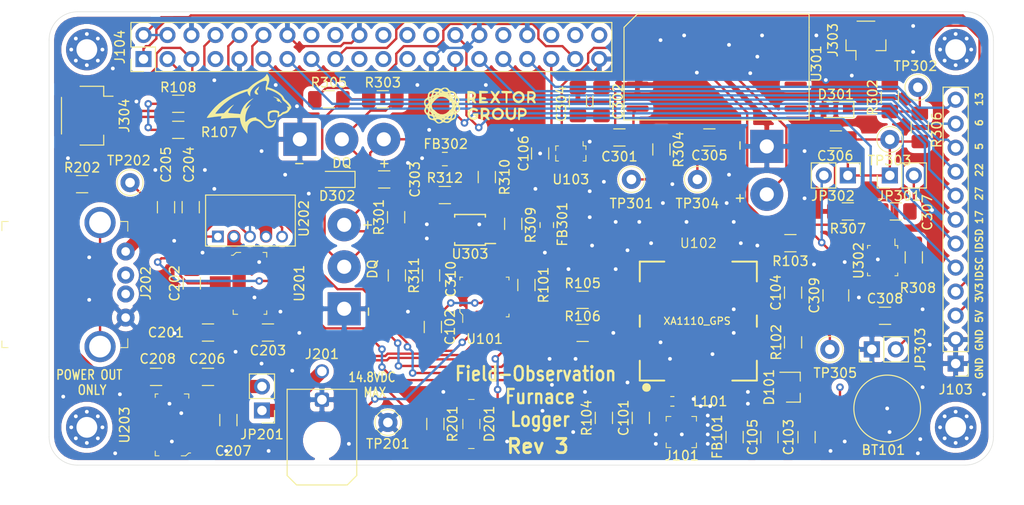
<source format=kicad_pcb>
(kicad_pcb (version 20171130) (host pcbnew "(5.1.4)-1")

  (general
    (thickness 1.6)
    (drawings 32)
    (tracks 825)
    (zones 0)
    (modules 91)
    (nets 85)
  )

  (page USLetter)
  (title_block
    (title "Furnace Logger PCB")
    (date 2019-10-07)
    (rev 3)
    (company "Montana State University Capstone")
  )

  (layers
    (0 F.Cu signal)
    (31 B.Cu signal)
    (32 B.Adhes user)
    (33 F.Adhes user)
    (34 B.Paste user)
    (35 F.Paste user)
    (36 B.SilkS user)
    (37 F.SilkS user)
    (38 B.Mask user)
    (39 F.Mask user)
    (40 Dwgs.User user)
    (41 Cmts.User user)
    (42 Eco1.User user)
    (43 Eco2.User user)
    (44 Edge.Cuts user)
    (45 Margin user)
    (46 B.CrtYd user)
    (47 F.CrtYd user)
    (48 B.Fab user)
    (49 F.Fab user hide)
  )

  (setup
    (last_trace_width 0.25)
    (user_trace_width 0.25)
    (user_trace_width 1.4)
    (trace_clearance 0.2)
    (zone_clearance 0.508)
    (zone_45_only no)
    (trace_min 0.25)
    (via_size 0.8)
    (via_drill 0.4)
    (via_min_size 0.4)
    (via_min_drill 0.3)
    (uvia_size 0.3)
    (uvia_drill 0.1)
    (uvias_allowed no)
    (uvia_min_size 0.2)
    (uvia_min_drill 0.1)
    (edge_width 0.05)
    (segment_width 0.2)
    (pcb_text_width 0.3)
    (pcb_text_size 1.5 1.5)
    (mod_edge_width 0.12)
    (mod_text_size 1 1)
    (mod_text_width 0.15)
    (pad_size 1.8 1.8)
    (pad_drill 0.92)
    (pad_to_mask_clearance 0.051)
    (solder_mask_min_width 0.25)
    (aux_axis_origin 0 0)
    (visible_elements 7FFFFFFF)
    (pcbplotparams
      (layerselection 0x010fc_ffffffff)
      (usegerberextensions false)
      (usegerberattributes false)
      (usegerberadvancedattributes false)
      (creategerberjobfile false)
      (excludeedgelayer true)
      (linewidth 0.100000)
      (plotframeref false)
      (viasonmask false)
      (mode 1)
      (useauxorigin false)
      (hpglpennumber 1)
      (hpglpenspeed 20)
      (hpglpendiameter 15.000000)
      (psnegative false)
      (psa4output false)
      (plotreference true)
      (plotvalue true)
      (plotinvisibletext false)
      (padsonsilk false)
      (subtractmaskfromsilk false)
      (outputformat 1)
      (mirror false)
      (drillshape 1)
      (scaleselection 1)
      (outputdirectory ""))
  )

  (net 0 "")
  (net 1 +3V3)
  (net 2 GND)
  (net 3 "Net-(C102-Pad1)")
  (net 4 "Net-(C103-Pad1)")
  (net 5 "Net-(BT101-Pad+)")
  (net 6 PWR)
  (net 7 +5V)
  (net 8 "Net-(C204-Pad1)")
  (net 9 "Net-(C301-Pad1)")
  (net 10 "Net-(C302-Pad1)")
  (net 11 AIN1)
  (net 12 "Net-(C306-Pad1)")
  (net 13 "Net-(C307-Pad2)")
  (net 14 "Net-(C307-Pad1)")
  (net 15 AIN0)
  (net 16 "Net-(C310-Pad2)")
  (net 17 "Net-(D101-Pad1)")
  (net 18 "Net-(D201-Pad1)")
  (net 19 "Net-(D301-Pad1)")
  (net 20 "Net-(D302-Pad1)")
  (net 21 "Net-(FB301-Pad1)")
  (net 22 "Net-(J101-Pad2)")
  (net 23 "Net-(J102-Pad2)")
  (net 24 R5)
  (net 25 R3V3)
  (net 26 ID_SC)
  (net 27 ID_SD)
  (net 28 GP17)
  (net 29 GP27)
  (net 30 GP22)
  (net 31 GP5)
  (net 32 GP6)
  (net 33 GP13)
  (net 34 SDA)
  (net 35 SCL)
  (net 36 "Net-(J104-Pad7)")
  (net 37 TX)
  (net 38 RX)
  (net 39 PPS)
  (net 40 "Net-(J104-Pad16)")
  (net 41 "Net-(J104-Pad18)")
  (net 42 "Net-(J104-Pad19)")
  (net 43 "Net-(J104-Pad21)")
  (net 44 "Net-(J104-Pad22)")
  (net 45 "Net-(J104-Pad23)")
  (net 46 "Net-(J104-Pad24)")
  (net 47 "Net-(J104-Pad26)")
  (net 48 "Net-(J104-Pad32)")
  (net 49 STATE_CNHG)
  (net 50 "Net-(J104-Pad36)")
  (net 51 DQ)
  (net 52 "Net-(J104-Pad38)")
  (net 53 "Net-(J104-Pad40)")
  (net 54 "Net-(J201-Pad2)")
  (net 55 "Net-(J202-PadSH)")
  (net 56 "Net-(J202-Pad2)")
  (net 57 "Net-(J202-Pad3)")
  (net 58 "Net-(J301-Pad2)")
  (net 59 "Net-(J303-Pad2)")
  (net 60 "Net-(JP303-Pad2)")
  (net 61 "Net-(R103-Pad1)")
  (net 62 "Net-(R104-Pad2)")
  (net 63 "Net-(R105-Pad2)")
  (net 64 "Net-(R106-Pad2)")
  (net 65 "Net-(R202-Pad1)")
  (net 66 "Net-(R307-Pad1)")
  (net 67 "Net-(R309-Pad1)")
  (net 68 "Net-(R310-Pad2)")
  (net 69 SCL_5V)
  (net 70 SDA_5V)
  (net 71 "Net-(U102-Pad13)")
  (net 72 "Net-(U102-Pad14)")
  (net 73 "Net-(U102-Pad15)")
  (net 74 "Net-(U102-Pad16)")
  (net 75 "Net-(U102-Pad17)")
  (net 76 "Net-(U102-Pad18)")
  (net 77 "Net-(U102-Pad23)")
  (net 78 "Net-(U301-Pad1)")
  (net 79 "Net-(U301-Pad5)")
  (net 80 "Net-(U301-Pad6)")
  (net 81 "Net-(U301-Pad7)")
  (net 82 "Net-(U301-Pad8)")
  (net 83 "Net-(U303-Pad6)")
  (net 84 "Net-(U303-Pad7)")

  (net_class Default "This is the default net class."
    (clearance 0.2)
    (trace_width 0.25)
    (via_dia 0.8)
    (via_drill 0.4)
    (uvia_dia 0.3)
    (uvia_drill 0.1)
    (diff_pair_width 0.25)
    (diff_pair_gap 0.25)
    (add_net AIN0)
    (add_net AIN1)
    (add_net DQ)
    (add_net GND)
    (add_net GP13)
    (add_net GP17)
    (add_net GP22)
    (add_net GP27)
    (add_net GP5)
    (add_net GP6)
    (add_net ID_SC)
    (add_net ID_SD)
    (add_net "Net-(BT101-Pad+)")
    (add_net "Net-(C102-Pad1)")
    (add_net "Net-(C103-Pad1)")
    (add_net "Net-(C204-Pad1)")
    (add_net "Net-(C301-Pad1)")
    (add_net "Net-(C302-Pad1)")
    (add_net "Net-(C306-Pad1)")
    (add_net "Net-(C307-Pad1)")
    (add_net "Net-(C307-Pad2)")
    (add_net "Net-(C310-Pad2)")
    (add_net "Net-(D101-Pad1)")
    (add_net "Net-(D201-Pad1)")
    (add_net "Net-(D301-Pad1)")
    (add_net "Net-(D302-Pad1)")
    (add_net "Net-(FB301-Pad1)")
    (add_net "Net-(J101-Pad2)")
    (add_net "Net-(J102-Pad2)")
    (add_net "Net-(J104-Pad16)")
    (add_net "Net-(J104-Pad18)")
    (add_net "Net-(J104-Pad19)")
    (add_net "Net-(J104-Pad21)")
    (add_net "Net-(J104-Pad22)")
    (add_net "Net-(J104-Pad23)")
    (add_net "Net-(J104-Pad24)")
    (add_net "Net-(J104-Pad26)")
    (add_net "Net-(J104-Pad32)")
    (add_net "Net-(J104-Pad36)")
    (add_net "Net-(J104-Pad38)")
    (add_net "Net-(J104-Pad40)")
    (add_net "Net-(J104-Pad7)")
    (add_net "Net-(J201-Pad2)")
    (add_net "Net-(J202-Pad2)")
    (add_net "Net-(J202-Pad3)")
    (add_net "Net-(J202-PadSH)")
    (add_net "Net-(J301-Pad2)")
    (add_net "Net-(J303-Pad2)")
    (add_net "Net-(JP303-Pad2)")
    (add_net "Net-(R103-Pad1)")
    (add_net "Net-(R104-Pad2)")
    (add_net "Net-(R105-Pad2)")
    (add_net "Net-(R106-Pad2)")
    (add_net "Net-(R202-Pad1)")
    (add_net "Net-(R307-Pad1)")
    (add_net "Net-(R309-Pad1)")
    (add_net "Net-(R310-Pad2)")
    (add_net "Net-(U102-Pad13)")
    (add_net "Net-(U102-Pad14)")
    (add_net "Net-(U102-Pad15)")
    (add_net "Net-(U102-Pad16)")
    (add_net "Net-(U102-Pad17)")
    (add_net "Net-(U102-Pad18)")
    (add_net "Net-(U102-Pad23)")
    (add_net "Net-(U301-Pad1)")
    (add_net "Net-(U301-Pad5)")
    (add_net "Net-(U301-Pad6)")
    (add_net "Net-(U301-Pad7)")
    (add_net "Net-(U301-Pad8)")
    (add_net "Net-(U303-Pad6)")
    (add_net "Net-(U303-Pad7)")
    (add_net PPS)
    (add_net R3V3)
    (add_net R5)
    (add_net RX)
    (add_net SCL)
    (add_net SCL_5V)
    (add_net SDA)
    (add_net SDA_5V)
    (add_net STATE_CNHG)
    (add_net TX)
  )

  (net_class 5/3V ""
    (clearance 0.2)
    (trace_width 0.25)
    (via_dia 0.8)
    (via_drill 0.4)
    (uvia_dia 0.3)
    (uvia_drill 0.1)
    (diff_pair_width 0.3)
    (diff_pair_gap 0.25)
    (add_net +3V3)
    (add_net +5V)
  )

  (net_class PWR ""
    (clearance 0.2)
    (trace_width 1.4)
    (via_dia 0.8)
    (via_drill 0.4)
    (uvia_dia 0.3)
    (uvia_drill 0.1)
    (diff_pair_width 0.25)
    (diff_pair_gap 0.25)
    (add_net PWR)
  )

  (module FurnaceLogger:LDO03C-005W05-VJ (layer F.Cu) (tedit 5DA36DFA) (tstamp 5D9C5035)
    (at 68.774 86.552)
    (path /5DD84211/5DDCB194)
    (fp_text reference U202 (at 5.715 -1.905 270) (layer F.SilkS)
      (effects (font (size 1 1) (thickness 0.15)))
    )
    (fp_text value LDO03C-005W05-VJ (at 0 -6.8) (layer F.Fab)
      (effects (font (size 1 1) (thickness 0.15)))
    )
    (fp_line (start -4.7 1) (end 4.8 1) (layer F.SilkS) (width 0.12))
    (fp_line (start -4.7 -4.4) (end -4.7 1) (layer F.SilkS) (width 0.12))
    (fp_line (start 4.8 -4.4) (end -4.7 -4.4) (layer F.SilkS) (width 0.12))
    (fp_line (start 4.8 1) (end 4.8 -4.4) (layer F.SilkS) (width 0.12))
    (fp_line (start -4.7 1) (end -4.7 -4.4) (layer F.Fab) (width 0.12))
    (fp_line (start -4.7 -4.4) (end 4.8 -4.4) (layer F.Fab) (width 0.12))
    (fp_line (start 4.8 -4.4) (end 4.8 1) (layer F.Fab) (width 0.12))
    (fp_line (start 4.8 1) (end -4.7 1) (layer F.Fab) (width 0.12))
    (fp_line (start -4.7 1) (end -4.7 -4.4) (layer F.CrtYd) (width 0.12))
    (fp_line (start -4.7 -4.4) (end 4.8 -4.4) (layer F.CrtYd) (width 0.12))
    (fp_line (start 4.8 -4.4) (end 4.8 1) (layer F.CrtYd) (width 0.12))
    (fp_line (start 4.8 1) (end -4.7 1) (layer F.CrtYd) (width 0.12))
    (pad 1 thru_hole rect (at -3.4 0) (size 1.25 1.25) (drill 0.8) (layers *.Cu *.Mask)
      (net 7 +5V))
    (pad 2 thru_hole circle (at -1.7 0) (size 1.25 1.25) (drill 0.8) (layers *.Cu *.Mask)
      (net 6 PWR))
    (pad 5 thru_hole circle (at 3.4 0) (size 1.25 1.25) (drill 0.8) (layers *.Cu *.Mask)
      (net 65 "Net-(R202-Pad1)"))
    (pad 4 thru_hole circle (at 1.7 0) (size 1.25 1.25) (drill 0.8) (layers *.Cu *.Mask)
      (net 8 "Net-(C204-Pad1)"))
    (pad 3 thru_hole circle (at 0 0) (size 1.25 1.25) (drill 0.8) (layers *.Cu *.Mask)
      (net 2 GND))
    (model ${KISYS3DMOD}/Converter_DCDC.3dshapes/Converter_DCDC_muRata_OKI-78SR_Vertical.step
      (offset (xyz -2.5 0 0))
      (scale (xyz 0.9 1 1))
      (rotate (xyz 0 0 0))
    )
  )

  (module Logos:BobcatLogo (layer F.Cu) (tedit 0) (tstamp 5DA34334)
    (at 69 72.5)
    (fp_text reference G*** (at 0 0) (layer F.SilkS) hide
      (effects (font (size 1.524 1.524) (thickness 0.3)))
    )
    (fp_text value LOGO (at 0.75 0) (layer F.SilkS) hide
      (effects (font (size 1.524 1.524) (thickness 0.3)))
    )
    (fp_poly (pts (xy 0.743293 -1.800599) (xy 0.714881 -1.732143) (xy 0.698019 -1.697684) (xy 0.65812 -1.602015)
      (xy 0.636356 -1.515967) (xy 0.635 -1.497525) (xy 0.629163 -1.445639) (xy 0.6038 -1.447922)
      (xy 0.586607 -1.461137) (xy 0.537927 -1.489309) (xy 0.513775 -1.461975) (xy 0.507256 -1.42875)
      (xy 0.50812 -1.301792) (xy 0.555077 -1.181231) (xy 0.584665 -1.134138) (xy 0.627569 -1.061377)
      (xy 0.645014 -1.011675) (xy 0.642874 -1.002708) (xy 0.59112 -0.98718) (xy 0.507323 -0.992798)
      (xy 0.422538 -1.016305) (xy 0.354229 -1.063308) (xy 0.298881 -1.126857) (xy 0.26292 -1.224328)
      (xy 0.278921 -1.332516) (xy 0.348786 -1.455773) (xy 0.47442 -1.598455) (xy 0.527425 -1.649595)
      (xy 0.620762 -1.734506) (xy 0.695538 -1.798022) (xy 0.740822 -1.831074) (xy 0.74894 -1.833393)
      (xy 0.743293 -1.800599)) (layer F.SilkS) (width 0.01))
    (fp_poly (pts (xy 2.311977 -0.746874) (xy 2.423393 -0.711249) (xy 2.449244 -0.702416) (xy 2.653786 -0.623349)
      (xy 2.801457 -0.545332) (xy 2.898692 -0.464459) (xy 2.939968 -0.404501) (xy 2.996054 -0.306891)
      (xy 3.063041 -0.206819) (xy 3.069239 -0.198438) (xy 3.114986 -0.135363) (xy 3.136931 -0.101132)
      (xy 3.136928 -0.098934) (xy 3.102206 -0.109116) (xy 3.074245 -0.116668) (xy 3.018481 -0.152318)
      (xy 2.970413 -0.208102) (xy 2.927523 -0.259847) (xy 2.886379 -0.26218) (xy 2.857739 -0.246782)
      (xy 2.813915 -0.229219) (xy 2.769244 -0.243109) (xy 2.705641 -0.295716) (xy 2.683759 -0.316644)
      (xy 2.605158 -0.398597) (xy 2.576217 -0.445375) (xy 2.595926 -0.460078) (xy 2.6395 -0.452588)
      (xy 2.696041 -0.445819) (xy 2.703596 -0.465002) (xy 2.668119 -0.504247) (xy 2.595564 -0.557663)
      (xy 2.491882 -0.619358) (xy 2.447148 -0.642938) (xy 2.326255 -0.706625) (xy 2.263421 -0.744931)
      (xy 2.258657 -0.758224) (xy 2.311977 -0.746874)) (layer F.SilkS) (width 0.01))
    (fp_poly (pts (xy 1.625398 -3.108699) (xy 1.7495 -2.908321) (xy 1.812997 -2.689684) (xy 1.815915 -2.452499)
      (xy 1.75828 -2.19648) (xy 1.718882 -2.090211) (xy 1.672566 -1.971692) (xy 1.63771 -1.872279)
      (xy 1.620226 -1.80918) (xy 1.61925 -1.800293) (xy 1.649328 -1.762054) (xy 1.733046 -1.726075)
      (xy 1.768491 -1.716209) (xy 2.039608 -1.632207) (xy 2.310003 -1.519494) (xy 2.570253 -1.384307)
      (xy 2.810933 -1.232883) (xy 3.02262 -1.07146) (xy 3.195888 -0.906273) (xy 3.321313 -0.743561)
      (xy 3.365736 -0.659145) (xy 3.417413 -0.557921) (xy 3.473122 -0.476996) (xy 3.504726 -0.446116)
      (xy 3.609117 -0.363339) (xy 3.73138 -0.249582) (xy 3.855914 -0.121181) (xy 3.967115 0.005531)
      (xy 4.049385 0.114217) (xy 4.067256 0.142875) (xy 4.129655 0.263262) (xy 4.153152 0.352207)
      (xy 4.137974 0.428278) (xy 4.084349 0.510043) (xy 4.071937 0.525231) (xy 3.997205 0.620666)
      (xy 3.918372 0.729346) (xy 3.898507 0.758355) (xy 3.771891 0.89188) (xy 3.601447 0.988072)
      (xy 3.426567 1.035946) (xy 3.271584 1.092433) (xy 3.169955 1.167209) (xy 3.105116 1.215619)
      (xy 3.013228 1.272143) (xy 2.909719 1.328866) (xy 2.810015 1.377871) (xy 2.729544 1.411241)
      (xy 2.683734 1.42106) (xy 2.679489 1.418887) (xy 2.681329 1.387006) (xy 2.690736 1.30889)
      (xy 2.705705 1.201082) (xy 2.706597 1.194981) (xy 2.722535 1.069571) (xy 2.717974 0.99134)
      (xy 2.682138 0.944777) (xy 2.604251 0.91437) (xy 2.494054 0.88902) (xy 2.302154 0.870146)
      (xy 2.120336 0.893462) (xy 1.978058 0.951328) (xy 1.924362 0.993103) (xy 1.888713 1.050816)
      (xy 1.861863 1.143104) (xy 1.847777 1.213813) (xy 1.821405 1.37315) (xy 1.812574 1.485768)
      (xy 1.823003 1.566445) (xy 1.854408 1.629959) (xy 1.902557 1.685192) (xy 1.979013 1.747268)
      (xy 2.061969 1.773805) (xy 2.141702 1.778) (xy 2.261478 1.766971) (xy 2.377267 1.739567)
      (xy 2.402022 1.730375) (xy 2.478831 1.699857) (xy 2.527143 1.683581) (xy 2.532131 1.68275)
      (xy 2.544433 1.709531) (xy 2.539865 1.7771) (xy 2.522493 1.866296) (xy 2.496382 1.957955)
      (xy 2.465597 2.032917) (xy 2.453606 2.052912) (xy 2.401932 2.144584) (xy 2.36872 2.233143)
      (xy 2.310584 2.346043) (xy 2.20173 2.442714) (xy 2.054193 2.516648) (xy 1.880008 2.561335)
      (xy 1.742661 2.57175) (xy 1.632069 2.566466) (xy 1.538438 2.545852) (xy 1.449441 2.50276)
      (xy 1.352751 2.430043) (xy 1.236043 2.320553) (xy 1.139491 2.222002) (xy 0.961634 2.048514)
      (xy 0.805215 1.923542) (xy 0.659212 1.841029) (xy 0.512599 1.794917) (xy 0.354353 1.779147)
      (xy 0.333375 1.779007) (xy 0.121145 1.804142) (xy -0.061425 1.882079) (xy -0.226459 2.018023)
      (xy -0.228621 2.020277) (xy -0.340805 2.155443) (xy -0.417873 2.296311) (xy -0.465006 2.458303)
      (xy -0.487381 2.65684) (xy -0.491084 2.801865) (xy -0.491844 2.940473) (xy -0.493099 3.052013)
      (xy -0.49466 3.123515) (xy -0.496019 3.143177) (xy -0.517691 3.121916) (xy -0.5702 3.066507)
      (xy -0.631566 3.000423) (xy -0.863688 2.706236) (xy -1.050176 2.380778) (xy -1.185768 2.035687)
      (xy -1.265201 1.682597) (xy -1.277746 1.571625) (xy -1.285875 1.476375) (xy -1.93675 1.482616)
      (xy -2.174698 1.487378) (xy -2.415656 1.496609) (xy -2.641944 1.509351) (xy -2.835876 1.524649)
      (xy -2.950869 1.537414) (xy -3.094934 1.555641) (xy -3.213984 1.568751) (xy -3.295126 1.575457)
      (xy -3.325292 1.574791) (xy -3.320079 1.542085) (xy -3.29341 1.474138) (xy -3.281796 1.448954)
      (xy -3.252114 1.37182) (xy -3.245162 1.320119) (xy -3.248438 1.312978) (xy -3.286496 1.308858)
      (xy -3.376597 1.312578) (xy -3.50793 1.322963) (xy -3.66968 1.338842) (xy -3.851035 1.35904)
      (xy -4.041181 1.382384) (xy -4.229307 1.4077) (xy -4.404597 1.433815) (xy -4.488365 1.447538)
      (xy -4.61481 1.466952) (xy -4.716022 1.478513) (xy -4.776916 1.480679) (xy -4.787279 1.478054)
      (xy -4.781457 1.441271) (xy -4.739192 1.364609) (xy -4.666302 1.255583) (xy -4.568608 1.121709)
      (xy -4.499196 1.031757) (xy -3.893709 1.031757) (xy -3.892742 1.039091) (xy -3.857284 1.04202)
      (xy -3.770346 1.039589) (xy -3.643669 1.032384) (xy -3.488995 1.02099) (xy -3.427998 1.015914)
      (xy -2.978606 0.977384) (xy -2.73883 0.726413) (xy -2.486487 0.485704) (xy -2.210366 0.262839)
      (xy -1.984375 0.108444) (xy -1.951514 0.09373) (xy -1.960536 0.117327) (xy -2.012807 0.181308)
      (xy -2.085569 0.261756) (xy -2.176416 0.367777) (xy -2.272267 0.492342) (xy -2.364699 0.622865)
      (xy -2.445289 0.746759) (xy -2.505614 0.851437) (xy -2.537251 0.924312) (xy -2.540001 0.940852)
      (xy -2.509707 0.955048) (xy -2.424488 0.971299) (xy -2.292833 0.988397) (xy -2.123232 1.005135)
      (xy -2.039938 1.011985) (xy -1.855175 1.026761) (xy -1.680776 1.041475) (xy -1.532033 1.05478)
      (xy -1.424234 1.065334) (xy -1.392407 1.068918) (xy -1.244938 1.087004) (xy -1.191326 0.902586)
      (xy -1.056714 0.550974) (xy -0.86778 0.228818) (xy -0.628925 -0.058597) (xy -0.344546 -0.305986)
      (xy -0.019044 -0.508063) (xy -0.015875 -0.509694) (xy 0.076775 -0.555928) (xy 0.117543 -0.572194)
      (xy 0.110011 -0.559436) (xy 0.079375 -0.534855) (xy -0.091568 -0.390739) (xy -0.260958 -0.224017)
      (xy -0.410081 -0.054216) (xy -0.504886 0.074807) (xy -0.578631 0.194787) (xy -0.64204 0.310077)
      (xy -0.689394 0.408675) (xy -0.714972 0.478576) (xy -0.713055 0.507778) (xy -0.711316 0.508)
      (xy -0.679684 0.488204) (xy -0.615096 0.436126) (xy -0.531096 0.362725) (xy -0.524966 0.357187)
      (xy -0.42412 0.270741) (xy -0.325566 0.194195) (xy -0.257001 0.148086) (xy -0.155599 0.089798)
      (xy -0.283539 0.258835) (xy -0.465171 0.544635) (xy -0.603649 0.859344) (xy -0.693537 1.187207)
      (xy -0.729404 1.512469) (xy -0.729817 1.552891) (xy -0.727099 1.680403) (xy -0.720345 1.79097)
      (xy -0.710961 1.862351) (xy -0.710008 1.866197) (xy -0.697188 1.900981) (xy -0.676473 1.908498)
      (xy -0.636889 1.883776) (xy -0.567466 1.821847) (xy -0.526037 1.782852) (xy -0.388263 1.662395)
      (xy -0.262476 1.579738) (xy -0.123474 1.521213) (xy 0.038113 1.476842) (xy 0.160777 1.452187)
      (xy 0.276137 1.436245) (xy 0.372216 1.429532) (xy 0.437039 1.432565) (xy 0.458632 1.445862)
      (xy 0.445419 1.459259) (xy 0.41782 1.484467) (xy 0.425544 1.510082) (xy 0.476004 1.542273)
      (xy 0.576613 1.587211) (xy 0.621093 1.605488) (xy 0.849725 1.718358) (xy 1.037239 1.85927)
      (xy 1.203374 2.042244) (xy 1.343439 2.196543) (xy 1.48708 2.307999) (xy 1.624726 2.370095)
      (xy 1.700799 2.380949) (xy 1.78874 2.371901) (xy 1.902822 2.348554) (xy 1.962191 2.332556)
      (xy 2.085511 2.282554) (xy 2.157209 2.223142) (xy 2.163036 2.213494) (xy 2.206244 2.147788)
      (xy 2.273056 2.062651) (xy 2.306457 2.023971) (xy 2.380666 1.931471) (xy 2.412449 1.869097)
      (xy 2.39931 1.842171) (xy 2.391978 1.8415) (xy 2.352298 1.850353) (xy 2.272319 1.873157)
      (xy 2.202734 1.894527) (xy 2.089014 1.924738) (xy 2.00265 1.92978) (xy 1.913422 1.911266)
      (xy 1.909761 1.910177) (xy 1.820319 1.875947) (xy 1.755655 1.828471) (xy 1.71191 1.757891)
      (xy 1.685222 1.654346) (xy 1.67173 1.507974) (xy 1.667573 1.308917) (xy 1.66753 1.291543)
      (xy 1.666875 0.884461) (xy 1.762125 0.826038) (xy 1.948035 0.740803) (xy 2.160366 0.689999)
      (xy 2.379615 0.675162) (xy 2.58628 0.697823) (xy 2.740405 0.74911) (xy 2.861435 0.807387)
      (xy 2.85487 0.999006) (xy 2.85536 1.108531) (xy 2.87017 1.167104) (xy 2.905423 1.17514)
      (xy 2.967241 1.133053) (xy 3.061744 1.041257) (xy 3.08724 1.014735) (xy 3.177084 0.930612)
      (xy 3.256077 0.874465) (xy 3.303604 0.85725) (xy 3.402279 0.83952) (xy 3.517405 0.794093)
      (xy 3.626586 0.732616) (xy 3.707426 0.666733) (xy 3.730476 0.635287) (xy 3.757998 0.519796)
      (xy 3.733729 0.402897) (xy 3.705639 0.35642) (xy 3.686454 0.31019) (xy 3.718782 0.293229)
      (xy 3.796489 0.30818) (xy 3.808379 0.312177) (xy 3.8765 0.330417) (xy 3.902942 0.318657)
      (xy 3.90525 0.302883) (xy 3.883651 0.249372) (xy 3.825908 0.165189) (xy 3.7426 0.062668)
      (xy 3.644306 -0.045862) (xy 3.541605 -0.148068) (xy 3.44999 -0.227763) (xy 3.340669 -0.317902)
      (xy 3.269577 -0.389955) (xy 3.222742 -0.461987) (xy 3.186188 -0.552065) (xy 3.176363 -0.581534)
      (xy 3.1082 -0.707736) (xy 2.987137 -0.843784) (xy 2.821817 -0.98388) (xy 2.620883 -1.122226)
      (xy 2.39298 -1.253026) (xy 2.14675 -1.370482) (xy 1.890836 -1.468796) (xy 1.818954 -1.492002)
      (xy 1.710523 -1.521445) (xy 1.625026 -1.537244) (xy 1.581312 -1.536051) (xy 1.562828 -1.493906)
      (xy 1.563342 -1.423166) (xy 1.570495 -1.359932) (xy 1.557372 -1.352437) (xy 1.515269 -1.39162)
      (xy 1.454693 -1.494866) (xy 1.434865 -1.643474) (xy 1.455773 -1.838614) (xy 1.507976 -2.050158)
      (xy 1.551745 -2.211054) (xy 1.569694 -2.321829) (xy 1.559186 -2.391482) (xy 1.517584 -2.429011)
      (xy 1.442251 -2.443411) (xy 1.392319 -2.44475) (xy 1.210071 -2.419493) (xy 1.004063 -2.348814)
      (xy 0.785412 -2.240357) (xy 0.565238 -2.101765) (xy 0.354659 -1.94068) (xy 0.164792 -1.764743)
      (xy 0.006757 -1.581599) (xy -0.096828 -1.421148) (xy -0.15801 -1.294989) (xy -0.1907 -1.188424)
      (xy -0.203306 -1.06937) (xy -0.204618 -1.009746) (xy -0.206375 -0.797116) (xy -0.292223 -0.879345)
      (xy -0.387211 -0.996775) (xy -0.452676 -1.13005) (xy -0.47625 -1.250986) (xy -0.478392 -1.298759)
      (xy -0.492797 -1.323569) (xy -0.531435 -1.326179) (xy -0.606276 -1.307347) (xy -0.72929 -1.267835)
      (xy -0.731257 -1.267189) (xy -1.329174 -1.038709) (xy -1.893181 -0.756732) (xy -2.424544 -0.420481)
      (xy -2.924525 -0.029182) (xy -3.269991 0.291245) (xy -3.387095 0.411546) (xy -3.507009 0.541592)
      (xy -3.622446 0.672634) (xy -3.726121 0.795921) (xy -3.810748 0.902704) (xy -3.869039 0.984232)
      (xy -3.893709 1.031757) (xy -4.499196 1.031757) (xy -4.451928 0.970502) (xy -4.322081 0.809475)
      (xy -4.184887 0.646145) (xy -4.046165 0.488026) (xy -3.911734 0.342634) (xy -3.892799 0.322906)
      (xy -3.522611 -0.024357) (xy -3.098828 -0.35645) (xy -2.630771 -0.666766) (xy -2.127767 -0.948696)
      (xy -2.027013 -0.999499) (xy -1.810866 -1.100724) (xy -1.571356 -1.203041) (xy -1.322604 -1.301234)
      (xy -1.078731 -1.390087) (xy -0.853859 -1.464382) (xy -0.66211 -1.518904) (xy -0.558818 -1.541844)
      (xy -0.486693 -1.564061) (xy -0.410899 -1.609338) (xy -0.318989 -1.686653) (xy -0.209269 -1.794033)
      (xy 0.034037 -2.011421) (xy 0.335002 -2.227091) (xy 0.696071 -2.442728) (xy 0.846894 -2.52363)
      (xy 1.082247 -2.660043) (xy 1.275472 -2.800181) (xy 1.41985 -2.93851) (xy 1.507864 -3.06781)
      (xy 1.563603 -3.185273) (xy 1.625398 -3.108699)) (layer F.SilkS) (width 0.01))
  )

  (module Logos:RextorSilk (layer F.Cu) (tedit 0) (tstamp 5DA34375)
    (at 93.5 72.75)
    (fp_text reference G*** (at 0 0) (layer F.SilkS) hide
      (effects (font (size 1.524 1.524) (thickness 0.3)))
    )
    (fp_text value LOGO (at 0.75 0) (layer F.SilkS) hide
      (effects (font (size 1.524 1.524) (thickness 0.3)))
    )
    (fp_poly (pts (xy 4.961973 -1.599857) (xy 5.152473 -1.592515) (xy 5.277865 -1.564373) (xy 5.374058 -1.505479)
      (xy 5.406473 -1.476702) (xy 5.503709 -1.329106) (xy 5.542119 -1.148217) (xy 5.51976 -0.971765)
      (xy 5.439169 -0.841431) (xy 5.377692 -0.778171) (xy 5.369956 -0.721299) (xy 5.41593 -0.630289)
      (xy 5.43898 -0.592258) (xy 5.518477 -0.43744) (xy 5.525754 -0.345475) (xy 5.460259 -0.307207)
      (xy 5.421752 -0.3048) (xy 5.311335 -0.347348) (xy 5.21111 -0.481566) (xy 5.210552 -0.4826)
      (xy 5.124953 -0.606457) (xy 5.028282 -0.655871) (xy 4.9704 -0.6604) (xy 4.873246 -0.64962)
      (xy 4.833406 -0.59687) (xy 4.826 -0.4826) (xy 4.810053 -0.352185) (xy 4.758295 -0.305434)
      (xy 4.748205 -0.3048) (xy 4.663946 -0.342243) (xy 4.644852 -0.371407) (xy 4.635855 -0.446616)
      (xy 4.630868 -0.600085) (xy 4.630289 -0.808536) (xy 4.633746 -1.019107) (xy 4.636827 -1.143)
      (xy 4.826 -1.143) (xy 4.830187 -1.002492) (xy 4.855722 -0.93595) (xy 4.922069 -0.915757)
      (xy 4.987099 -0.9144) (xy 5.132389 -0.940516) (xy 5.241099 -0.998474) (xy 5.325343 -1.119208)
      (xy 5.318232 -1.230447) (xy 5.229885 -1.317633) (xy 5.070421 -1.366209) (xy 4.981739 -1.3716)
      (xy 4.885991 -1.36525) (xy 4.840644 -1.327803) (xy 4.826899 -1.231667) (xy 4.826 -1.143)
      (xy 4.636827 -1.143) (xy 4.6482 -1.6002) (xy 4.961973 -1.599857)) (layer F.SilkS) (width 0.01))
    (fp_poly (pts (xy 3.92818 -1.574355) (xy 4.129836 -1.458249) (xy 4.266399 -1.296696) (xy 4.351439 -1.077631)
      (xy 4.350651 -0.859935) (xy 4.277739 -0.659573) (xy 4.14641 -0.492513) (xy 3.97037 -0.374722)
      (xy 3.763322 -0.322166) (xy 3.538975 -0.350812) (xy 3.475491 -0.375305) (xy 3.266881 -0.515727)
      (xy 3.141531 -0.714124) (xy 3.09986 -0.9652) (xy 3.302 -0.9652) (xy 3.343552 -0.843579)
      (xy 3.446589 -0.71454) (xy 3.57868 -0.609427) (xy 3.707395 -0.559586) (xy 3.722474 -0.5588)
      (xy 3.843208 -0.592557) (xy 3.970717 -0.674695) (xy 3.980382 -0.683375) (xy 4.092584 -0.846365)
      (xy 4.110041 -1.025385) (xy 4.032381 -1.198825) (xy 3.990109 -1.24691) (xy 3.864678 -1.334274)
      (xy 3.734993 -1.371574) (xy 3.732201 -1.371601) (xy 3.599864 -1.331669) (xy 3.462592 -1.232224)
      (xy 3.352697 -1.103791) (xy 3.302493 -0.976896) (xy 3.302 -0.9652) (xy 3.09986 -0.9652)
      (xy 3.098815 -0.971494) (xy 3.0988 -0.977131) (xy 3.109342 -1.146397) (xy 3.15443 -1.265465)
      (xy 3.254258 -1.384715) (xy 3.267513 -1.398074) (xy 3.476938 -1.546305) (xy 3.703853 -1.604386)
      (xy 3.92818 -1.574355)) (layer F.SilkS) (width 0.01))
    (fp_poly (pts (xy 2.238931 -1.619483) (xy 2.447344 -1.614599) (xy 2.696279 -1.607163) (xy 2.8609 -1.597392)
      (xy 2.958487 -1.581802) (xy 3.006319 -1.556908) (xy 3.021677 -1.519225) (xy 3.0226 -1.4986)
      (xy 3.006317 -1.434923) (xy 2.940886 -1.400369) (xy 2.801432 -1.382868) (xy 2.7813 -1.381517)
      (xy 2.54 -1.366034) (xy 2.54 -0.835417) (xy 2.53693 -0.585956) (xy 2.526521 -0.423825)
      (xy 2.50697 -0.334906) (xy 2.476475 -0.30508) (xy 2.472266 -0.3048) (xy 2.385869 -0.327366)
      (xy 2.370666 -0.338667) (xy 2.356202 -0.400998) (xy 2.344818 -0.541148) (xy 2.338032 -0.735346)
      (xy 2.3368 -0.869146) (xy 2.3368 -1.365759) (xy 2.1209 -1.38138) (xy 1.980218 -1.400647)
      (xy 1.911986 -1.442394) (xy 1.888544 -1.512999) (xy 1.884503 -1.562962) (xy 1.9006 -1.595516)
      (xy 1.953755 -1.613736) (xy 2.060891 -1.620699) (xy 2.238931 -1.619483)) (layer F.SilkS) (width 0.01))
    (fp_poly (pts (xy 0.872638 -1.616787) (xy 0.97477 -1.557472) (xy 1.075965 -1.460276) (xy 1.11398 -1.408464)
      (xy 1.237822 -1.216727) (xy 1.368211 -1.420798) (xy 1.489382 -1.570455) (xy 1.602757 -1.624832)
      (xy 1.6129 -1.625235) (xy 1.696446 -1.608896) (xy 1.718895 -1.551618) (xy 1.678454 -1.442099)
      (xy 1.57333 -1.269037) (xy 1.551158 -1.235838) (xy 1.375116 -0.974431) (xy 1.474958 -0.847503)
      (xy 1.544591 -0.749067) (xy 1.574765 -0.686767) (xy 1.5748 -0.6858) (xy 1.603277 -0.625514)
      (xy 1.67223 -0.527192) (xy 1.6764 -0.521862) (xy 1.759303 -0.399083) (xy 1.764708 -0.331115)
      (xy 1.691575 -0.305864) (xy 1.65775 -0.3048) (xy 1.545786 -0.344299) (xy 1.429123 -0.47004)
      (xy 1.403029 -0.508) (xy 1.319972 -0.626629) (xy 1.259948 -0.699834) (xy 1.244516 -0.7112)
      (xy 1.205792 -0.672221) (xy 1.134652 -0.573225) (xy 1.0922 -0.508) (xy 0.984059 -0.367985)
      (xy 0.880747 -0.309295) (xy 0.837562 -0.3048) (xy 0.742557 -0.317912) (xy 0.711741 -0.3429)
      (xy 0.737438 -0.401783) (xy 0.804527 -0.520779) (xy 0.898876 -0.674918) (xy 0.90577 -0.6858)
      (xy 1.099258 -0.9906) (xy 0.930629 -1.25486) (xy 0.841431 -1.403293) (xy 0.780307 -1.521555)
      (xy 0.762 -1.575893) (xy 0.793678 -1.62675) (xy 0.872638 -1.616787)) (layer F.SilkS) (width 0.01))
    (fp_poly (pts (xy 0.0127 -1.614807) (xy 0.233758 -1.606166) (xy 0.372241 -1.593811) (xy 0.44717 -1.573038)
      (xy 0.477565 -1.539144) (xy 0.4826 -1.4986) (xy 0.4715 -1.44379) (xy 0.423594 -1.410979)
      (xy 0.31697 -1.392715) (xy 0.1397 -1.381979) (xy -0.2032 -1.366958) (xy -0.2032 -0.970767)
      (xy 0.0381 -0.955284) (xy 0.187911 -0.938632) (xy 0.263814 -0.904541) (xy 0.293443 -0.839088)
      (xy 0.295633 -0.8255) (xy 0.296448 -0.758073) (xy 0.257978 -0.724129) (xy 0.156319 -0.712345)
      (xy 0.054333 -0.7112) (xy -0.108224 -0.702776) (xy -0.187686 -0.674183) (xy -0.2032 -0.637322)
      (xy -0.176301 -0.594488) (xy -0.084617 -0.567117) (xy 0.088332 -0.550938) (xy 0.1397 -0.548422)
      (xy 0.323043 -0.537101) (xy 0.426698 -0.518366) (xy 0.472575 -0.484764) (xy 0.4826 -0.4318)
      (xy 0.474415 -0.38375) (xy 0.437183 -0.35265) (xy 0.351881 -0.333798) (xy 0.19949 -0.322489)
      (xy 0.0127 -0.315594) (xy -0.4572 -0.300988) (xy -0.4572 -1.629413) (xy 0.0127 -1.614807)) (layer F.SilkS) (width 0.01))
    (fp_poly (pts (xy -1.193232 -1.599876) (xy -0.9843 -1.520642) (xy -0.846567 -1.387497) (xy -0.788314 -1.210147)
      (xy -0.817818 -0.998296) (xy -0.857415 -0.90329) (xy -0.918926 -0.771685) (xy -0.935702 -0.687822)
      (xy -0.908264 -0.608475) (xy -0.861903 -0.530654) (xy -0.78672 -0.400035) (xy -0.77127 -0.332517)
      (xy -0.817407 -0.307699) (xy -0.882452 -0.3048) (xy -1.010214 -0.354416) (xy -1.123752 -0.482253)
      (xy -1.246105 -0.616209) (xy -1.3589 -0.660053) (xy -1.436707 -0.644404) (xy -1.468446 -0.577583)
      (xy -1.4732 -0.4826) (xy -1.484398 -0.360296) (xy -1.528551 -0.31085) (xy -1.576395 -0.3048)
      (xy -1.6723 -0.333612) (xy -1.705148 -0.371407) (xy -1.714145 -0.446616) (xy -1.719132 -0.600085)
      (xy -1.719711 -0.808536) (xy -1.716254 -1.019107) (xy -1.713173 -1.143) (xy -1.4732 -1.143)
      (xy -1.469174 -1.002519) (xy -1.443583 -0.935994) (xy -1.37616 -0.915788) (xy -1.30556 -0.9144)
      (xy -1.170948 -0.93186) (xy -1.078363 -0.973999) (xy -1.07696 -0.97536) (xy -1.017249 -1.091558)
      (xy -1.039576 -1.212039) (xy -1.128574 -1.312197) (xy -1.268875 -1.367427) (xy -1.324429 -1.3716)
      (xy -1.415935 -1.364654) (xy -1.459277 -1.325448) (xy -1.472383 -1.226438) (xy -1.4732 -1.143)
      (xy -1.713173 -1.143) (xy -1.7018 -1.6002) (xy -1.465083 -1.615497) (xy -1.193232 -1.599876)) (layer F.SilkS) (width 0.01))
    (fp_poly (pts (xy 3.996773 0.178143) (xy 4.256965 0.203952) (xy 4.435028 0.284348) (xy 4.53776 0.424781)
      (xy 4.57196 0.630704) (xy 4.572 0.639339) (xy 4.527313 0.848738) (xy 4.403028 1.006523)
      (xy 4.213801 1.098996) (xy 4.060102 1.1176) (xy 3.931638 1.123292) (xy 3.875177 1.157952)
      (xy 3.861153 1.247956) (xy 3.8608 1.2954) (xy 3.844853 1.425815) (xy 3.793095 1.472566)
      (xy 3.783005 1.4732) (xy 3.698746 1.435757) (xy 3.679652 1.406593) (xy 3.670655 1.331384)
      (xy 3.665668 1.177915) (xy 3.665089 0.969464) (xy 3.668546 0.758893) (xy 3.671627 0.635)
      (xy 3.8608 0.635) (xy 3.865126 0.775541) (xy 3.890638 0.842104) (xy 3.956133 0.862279)
      (xy 4.016539 0.8636) (xy 4.163392 0.846451) (xy 4.270539 0.811012) (xy 4.349648 0.720016)
      (xy 4.3688 0.635) (xy 4.324153 0.508555) (xy 4.196514 0.430394) (xy 4.016539 0.4064)
      (xy 3.920791 0.41275) (xy 3.875444 0.450197) (xy 3.861699 0.546333) (xy 3.8608 0.635)
      (xy 3.671627 0.635) (xy 3.683 0.1778) (xy 3.996773 0.178143)) (layer F.SilkS) (width 0.01))
    (fp_poly (pts (xy 3.426864 0.179921) (xy 3.445114 0.24439) (xy 3.452752 0.370371) (xy 3.454387 0.576352)
      (xy 3.4544 0.620163) (xy 3.446241 0.899447) (xy 3.416094 1.097888) (xy 3.355446 1.235344)
      (xy 3.255787 1.331675) (xy 3.119192 1.402366) (xy 2.966559 1.456113) (xy 2.846954 1.460481)
      (xy 2.706212 1.414812) (xy 2.664451 1.396852) (xy 2.507333 1.290658) (xy 2.40507 1.127529)
      (xy 2.352933 0.89539) (xy 2.346109 0.5842) (xy 2.356302 0.381388) (xy 2.371495 0.25871)
      (xy 2.398307 0.194713) (xy 2.443357 0.167942) (xy 2.4765 0.161566) (xy 2.531671 0.158662)
      (xy 2.565442 0.181975) (xy 2.583058 0.250731) (xy 2.589762 0.38416) (xy 2.5908 0.580666)
      (xy 2.604207 0.859138) (xy 2.648179 1.050257) (xy 2.728337 1.165162) (xy 2.850304 1.214992)
      (xy 2.913126 1.2192) (xy 3.036126 1.195429) (xy 3.121512 1.115531) (xy 3.175558 0.966622)
      (xy 3.20454 0.735822) (xy 3.210865 0.608069) (xy 3.220036 0.398347) (xy 3.233728 0.26938)
      (xy 3.257968 0.200336) (xy 3.298787 0.170382) (xy 3.3401 0.161566) (xy 3.393395 0.158476)
      (xy 3.426864 0.179921)) (layer F.SilkS) (width 0.01))
    (fp_poly (pts (xy 1.709585 0.209894) (xy 1.794847 0.249859) (xy 1.954182 0.344204) (xy 2.052754 0.458478)
      (xy 2.11207 0.587264) (xy 2.162047 0.73401) (xy 2.171248 0.841555) (xy 2.139721 0.963738)
      (xy 2.112473 1.037279) (xy 1.981131 1.255562) (xy 1.792258 1.396798) (xy 1.562106 1.453785)
      (xy 1.306928 1.419321) (xy 1.274758 1.408468) (xy 1.070901 1.288276) (xy 0.944472 1.102323)
      (xy 0.902615 0.887129) (xy 1.128447 0.887129) (xy 1.194681 1.035412) (xy 1.311237 1.14886)
      (xy 1.46141 1.210764) (xy 1.628491 1.204419) (xy 1.783917 1.123023) (xy 1.871845 0.9941)
      (xy 1.906154 0.820788) (xy 1.88466 0.64632) (xy 1.814285 0.522514) (xy 1.676608 0.448068)
      (xy 1.500549 0.431427) (xy 1.329341 0.470402) (xy 1.213776 0.552882) (xy 1.129243 0.720716)
      (xy 1.128447 0.887129) (xy 0.902615 0.887129) (xy 0.895529 0.850701) (xy 0.894861 0.8128)
      (xy 0.929153 0.561511) (xy 1.03698 0.377143) (xy 1.225772 0.249461) (xy 1.332669 0.209756)
      (xy 1.479976 0.170345) (xy 1.588789 0.168932) (xy 1.709585 0.209894)) (layer F.SilkS) (width 0.01))
    (fp_poly (pts (xy 0.248651 0.177111) (xy 0.455519 0.262792) (xy 0.590965 0.419486) (xy 0.591538 0.420591)
      (xy 0.642931 0.616042) (xy 0.616199 0.817896) (xy 0.530078 0.968869) (xy 0.484775 1.034681)
      (xy 0.490099 1.104406) (xy 0.549889 1.216327) (xy 0.555892 1.226203) (xy 0.633878 1.364629)
      (xy 0.65165 1.43925) (xy 0.607986 1.468976) (xy 0.539948 1.4732) (xy 0.412186 1.423584)
      (xy 0.298648 1.295747) (xy 0.176295 1.161791) (xy 0.0635 1.117947) (xy -0.014307 1.133596)
      (xy -0.046046 1.200417) (xy -0.0508 1.2954) (xy -0.061998 1.417704) (xy -0.106151 1.46715)
      (xy -0.153995 1.4732) (xy -0.2499 1.444388) (xy -0.282748 1.406593) (xy -0.291745 1.331384)
      (xy -0.296732 1.177915) (xy -0.297311 0.969464) (xy -0.293854 0.758893) (xy -0.290849 0.638066)
      (xy -0.0508 0.638066) (xy -0.0508 0.869733) (xy 0.13391 0.853966) (xy 0.304013 0.807167)
      (xy 0.387238 0.734243) (xy 0.422113 0.609514) (xy 0.371848 0.500047) (xy 0.252775 0.426194)
      (xy 0.124119 0.4064) (xy 0.017144 0.41131) (xy -0.033858 0.444352) (xy -0.049624 0.532992)
      (xy -0.0508 0.638066) (xy -0.290849 0.638066) (xy -0.2794 0.1778) (xy -0.030674 0.162013)
      (xy 0.248651 0.177111)) (layer F.SilkS) (width 0.01))
    (fp_poly (pts (xy -0.983943 0.181301) (xy -0.818172 0.222071) (xy -0.680962 0.291181) (xy -0.596731 0.379805)
      (xy -0.589518 0.478138) (xy -0.651466 0.549807) (xy -0.755136 0.536444) (xy -0.85542 0.477532)
      (xy -1.004061 0.425817) (xy -1.178494 0.434651) (xy -1.330949 0.498219) (xy -1.378041 0.54116)
      (xy -1.43906 0.682166) (xy -1.444886 0.858466) (xy -1.399486 1.025086) (xy -1.326718 1.123023)
      (xy -1.160929 1.203073) (xy -0.98159 1.206324) (xy -0.8509 1.148484) (xy -0.774701 1.076604)
      (xy -0.787304 1.034007) (xy -0.894463 1.009977) (xy -0.9271 1.006518) (xy -1.050497 0.976151)
      (xy -1.102978 0.903916) (xy -1.108434 0.8763) (xy -1.109781 0.811182) (xy -1.074612 0.777024)
      (xy -0.979856 0.76394) (xy -0.841734 0.762) (xy -0.5588 0.762) (xy -0.560397 1.0033)
      (xy -0.573025 1.169096) (xy -0.617066 1.271719) (xy -0.67915 1.32965) (xy -0.892883 1.426388)
      (xy -1.133787 1.442453) (xy -1.3208 1.394027) (xy -1.531967 1.256276) (xy -1.658558 1.0625)
      (xy -1.701778 0.810834) (xy -1.7018 0.804192) (xy -1.66023 0.571026) (xy -1.531774 0.380348)
      (xy -1.310816 0.223923) (xy -1.303494 0.220086) (xy -1.153856 0.177698) (xy -0.983943 0.181301)) (layer F.SilkS) (width 0.01))
    (fp_poly (pts (xy -3.912873 -1.961786) (xy -3.807669 -1.916085) (xy -3.71933 -1.827298) (xy -3.646292 -1.733912)
      (xy -3.548474 -1.644124) (xy -3.397948 -1.606405) (xy -3.357108 -1.603616) (xy -3.174996 -1.562453)
      (xy -3.019737 -1.470836) (xy -2.918951 -1.349464) (xy -2.8956 -1.257734) (xy -2.860486 -1.167417)
      (xy -2.771587 -1.049142) (xy -2.717801 -0.993891) (xy -2.577252 -0.801715) (xy -2.535008 -0.58526)
      (xy -2.591808 -0.348603) (xy -2.598007 -0.334672) (xy -2.628588 -0.220362) (xy -2.591915 -0.111495)
      (xy -2.569108 -0.074729) (xy -2.481849 0.138085) (xy -2.487039 0.34989) (xy -2.580174 0.538762)
      (xy -2.720423 0.66202) (xy -2.834072 0.745413) (xy -2.88417 0.836251) (xy -2.895595 0.980533)
      (xy -2.8956 0.985888) (xy -2.93804 1.200211) (xy -3.064332 1.35747) (xy -3.25018 1.449091)
      (xy -3.369054 1.511973) (xy -3.495561 1.615908) (xy -3.511861 1.63273) (xy -3.668659 1.746452)
      (xy -3.857808 1.776897) (xy -4.095024 1.726415) (xy -4.10809 1.721927) (xy -4.244063 1.692104)
      (xy -4.354185 1.723622) (xy -4.393283 1.747327) (xy -4.527976 1.801808) (xy -4.6947 1.828309)
      (xy -4.717351 1.8288) (xy -4.859002 1.813955) (xy -4.969646 1.754505) (xy -5.078775 1.644634)
      (xy -5.207252 1.521113) (xy -5.333092 1.463935) (xy -5.439052 1.450839) (xy -5.46741 1.444112)
      (xy -5.0292 1.444112) (xy -4.990356 1.523187) (xy -4.898189 1.617886) (xy -4.789249 1.696446)
      (xy -4.703453 1.7272) (xy -4.622123 1.700113) (xy -4.525904 1.643496) (xy -4.406401 1.559793)
      (xy -4.464612 1.515031) (xy -4.112771 1.515031) (xy -4.08708 1.560282) (xy -4.064 1.575859)
      (xy -3.902224 1.622522) (xy -3.729725 1.580681) (xy -3.65469 1.531858) (xy -3.538923 1.438116)
      (xy -3.759529 1.402839) (xy -3.921704 1.389477) (xy -4.023292 1.417969) (xy -4.060168 1.447618)
      (xy -4.112771 1.515031) (xy -4.464612 1.515031) (xy -4.527301 1.466826) (xy -4.644099 1.407848)
      (xy -4.784544 1.376783) (xy -4.916348 1.375091) (xy -5.007225 1.404233) (xy -5.0292 1.444112)
      (xy -5.46741 1.444112) (xy -5.625531 1.406604) (xy -5.745433 1.329115) (xy -4.392648 1.329115)
      (xy -4.391663 1.355052) (xy -4.3688 1.3716) (xy -4.266813 1.418382) (xy -4.203445 1.389418)
      (xy -4.191 1.3716) (xy -4.209897 1.335019) (xy -4.302302 1.321577) (xy -4.392648 1.329115)
      (xy -5.745433 1.329115) (xy -5.779676 1.306985) (xy -5.874942 1.173411) (xy -5.8928 1.084515)
      (xy -5.900017 1.064491) (xy -5.738224 1.064491) (xy -5.683571 1.161167) (xy -5.629222 1.217221)
      (xy -5.500456 1.300436) (xy -5.381727 1.3162) (xy -5.337086 1.286836) (xy -3.342244 1.286836)
      (xy -3.299856 1.291519) (xy -3.202667 1.245771) (xy -3.2004 1.2446) (xy -3.090129 1.165116)
      (xy -3.050571 1.055332) (xy -3.048 0.994051) (xy -3.05738 0.878962) (xy -3.095544 0.841224)
      (xy -3.142802 0.847102) (xy -3.22316 0.913019) (xy -3.289908 1.047362) (xy -3.295202 1.06414)
      (xy -3.337976 1.216213) (xy -3.342244 1.286836) (xy -5.337086 1.286836) (xy -5.306622 1.266798)
      (xy -5.309011 1.187789) (xy -5.32526 1.1684) (xy -5.1816 1.1684) (xy -5.138576 1.207747)
      (xy -5.0673 1.218422) (xy -5.002169 1.211384) (xy -3.735025 1.211384) (xy -3.732421 1.221431)
      (xy -3.655021 1.270191) (xy -3.560175 1.250169) (xy -3.492574 1.172964) (xy -3.48774 1.157918)
      (xy -3.473064 1.061445) (xy -3.48023 1.024037) (xy -3.536157 1.028672) (xy -3.621894 1.080718)
      (xy -3.700497 1.15126) (xy -3.735025 1.211384) (xy -5.002169 1.211384) (xy -4.993072 1.210401)
      (xy -5.011322 1.18052) (xy -5.022215 1.173135) (xy -4.086474 1.173135) (xy -4.028766 1.184668)
      (xy -3.962356 1.156582) (xy -3.891521 1.104654) (xy -3.878029 1.083437) (xy -3.934676 1.079034)
      (xy -4.017718 1.10763) (xy -4.079866 1.148876) (xy -4.086474 1.173135) (xy -5.022215 1.173135)
      (xy -5.0292 1.1684) (xy -5.134325 1.12113) (xy -5.180029 1.151387) (xy -5.1816 1.1684)
      (xy -5.32526 1.1684) (xy -5.381656 1.101111) (xy -5.498331 1.030928) (xy -5.591063 1.004714)
      (xy -5.706879 1.009511) (xy -5.738224 1.064491) (xy -5.900017 1.064491) (xy -5.935698 0.965506)
      (xy -6.012574 0.889995) (xy -5.271214 0.889995) (xy -5.219952 0.948642) (xy -5.172382 0.9652)
      (xy -5.154464 0.9398) (xy -4.7244 0.9398) (xy -4.699 0.9652) (xy -4.6736 0.9398)
      (xy -4.699 0.9144) (xy -4.7244 0.9398) (xy -5.154464 0.9398) (xy -5.151905 0.936174)
      (xy -5.182619 0.887772) (xy -5.244738 0.834518) (xy -5.270126 0.833592) (xy -5.271214 0.889995)
      (xy -6.012574 0.889995) (xy -6.015424 0.887196) (xy -6.11958 0.786812) (xy -6.213664 0.64644)
      (xy -6.223741 0.626263) (xy -6.274817 0.503464) (xy -6.099507 0.503464) (xy -6.034153 0.6477)
      (xy -5.963249 0.705658) (xy -5.936395 0.68871) (xy -5.738748 0.68871) (xy -5.717625 0.781772)
      (xy -5.6769 0.829956) (xy -5.563816 0.85794) (xy -5.494291 0.843068) (xy -5.4864 0.824103)
      (xy -5.516061 0.74655) (xy -5.583654 0.649952) (xy -5.657093 0.575616) (xy -5.692481 0.5588)
      (xy -5.731252 0.59898) (xy -5.738748 0.68871) (xy -5.936395 0.68871) (xy -5.912057 0.67335)
      (xy -5.873089 0.545386) (xy -5.87003 0.529549) (xy -5.86411 0.381709) (xy -5.896713 0.27051)
      (xy -5.942018 0.222722) (xy -5.629313 0.222722) (xy -5.621352 0.305814) (xy -5.586064 0.410692)
      (xy -5.541618 0.490952) (xy -5.517593 0.508) (xy -5.52047 0.465299) (xy -5.547714 0.359438)
      (xy -5.55748 0.326984) (xy -5.595908 0.23086) (xy -5.624191 0.20998) (xy -5.629313 0.222722)
      (xy -5.942018 0.222722) (xy -5.952765 0.211386) (xy -6.017188 0.219773) (xy -6.074909 0.311106)
      (xy -6.077137 0.3175) (xy -6.099507 0.503464) (xy -6.274817 0.503464) (xy -6.274923 0.50321)
      (xy -6.280646 0.409895) (xy -6.240548 0.293573) (xy -6.221166 0.249931) (xy -6.168522 0.119796)
      (xy -6.163113 0.054324) (xy -5.88927 0.054324) (xy -5.859013 0.100028) (xy -5.842 0.1016)
      (xy -5.802653 0.058575) (xy -5.791978 -0.0127) (xy -5.799999 -0.086929) (xy -5.82988 -0.068679)
      (xy -5.842 -0.0508) (xy -5.88927 0.054324) (xy -6.163113 0.054324) (xy -6.161566 0.035609)
      (xy -6.199592 -0.047072) (xy -6.216049 -0.07272) (xy -6.228345 -0.104048) (xy -5.46925 -0.104048)
      (xy -5.454206 0.031172) (xy -5.422878 0.169232) (xy -5.38293 0.278979) (xy -5.342026 0.329259)
      (xy -5.32931 0.327301) (xy -5.275034 0.347304) (xy -5.179317 0.426513) (xy -5.094354 0.513719)
      (xy -4.846941 0.726924) (xy -4.580105 0.843383) (xy -4.300112 0.861412) (xy -4.197432 0.834209)
      (xy -3.538859 0.834209) (xy -3.524951 0.846901) (xy -3.49358 0.836458) (xy -3.405959 0.769742)
      (xy -3.383723 0.732672) (xy -3.37535 0.698797) (xy -3.170978 0.698797) (xy -3.14011 0.699569)
      (xy -3.068034 0.637411) (xy -3.059642 0.619125) (xy -3.064364 0.564784) (xy -3.11072 0.567929)
      (xy -3.161656 0.621782) (xy -3.1696 0.639244) (xy -3.170978 0.698797) (xy -3.37535 0.698797)
      (xy -3.367944 0.66884) (xy -3.402718 0.683087) (xy -3.481779 0.764186) (xy -3.538859 0.834209)
      (xy -4.197432 0.834209) (xy -4.048127 0.794654) (xy -3.917575 0.717208) (xy -3.766154 0.595463)
      (xy -3.685766 0.517443) (xy -3.572124 0.408305) (xy -3.483791 0.342963) (xy -3.448486 0.333855)
      (xy -3.411072 0.306327) (xy -3.403628 0.290442) (xy -2.959922 0.290442) (xy -2.958946 0.394754)
      (xy -2.917668 0.521591) (xy -2.845728 0.551602) (xy -2.743832 0.4846) (xy -2.719324 0.458883)
      (xy -2.645311 0.318354) (xy -2.636019 0.160138) (xy -2.69327 0.028681) (xy -2.701331 0.020098)
      (xy -2.777909 -0.003724) (xy -2.857235 0.048955) (xy -2.923256 0.154792) (xy -2.959922 0.290442)
      (xy -3.403628 0.290442) (xy -3.364893 0.207792) (xy -3.363377 0.2032) (xy -3.2004 0.2032)
      (xy -3.181814 0.245014) (xy -3.166534 0.237066) (xy -3.160454 0.176778) (xy -3.166534 0.169333)
      (xy -3.196734 0.176306) (xy -3.2004 0.2032) (xy -3.363377 0.2032) (xy -3.348706 0.158766)
      (xy -3.318297 -0.009251) (xy -3.319041 -0.1397) (xy -2.996423 -0.1397) (xy -2.988402 -0.065472)
      (xy -2.958521 -0.083722) (xy -2.9464 -0.1016) (xy -2.903358 -0.186717) (xy -2.896378 -0.2159)
      (xy -2.934516 -0.252937) (xy -2.9464 -0.254) (xy -2.985748 -0.210976) (xy -2.996423 -0.1397)
      (xy -3.319041 -0.1397) (xy -3.319255 -0.177181) (xy -3.347487 -0.316016) (xy -3.398902 -0.396752)
      (xy -3.42843 -0.4064) (xy -3.499854 -0.446501) (xy -3.580727 -0.544583) (xy -3.590163 -0.559954)
      (xy -3.627644 -0.603671) (xy -3.245683 -0.603671) (xy -3.235195 -0.547429) (xy -3.233277 -0.541946)
      (xy -3.200895 -0.416482) (xy -3.193482 -0.364146) (xy -3.181341 -0.340309) (xy -3.163781 -0.39956)
      (xy -3.169759 -0.515711) (xy -3.179236 -0.532989) (xy -2.915546 -0.532989) (xy -2.883573 -0.421342)
      (xy -2.830647 -0.358964) (xy -2.770633 -0.363442) (xy -2.723236 -0.435955) (xy -2.693562 -0.593355)
      (xy -2.714963 -0.738636) (xy -2.75336 -0.80264) (xy -2.826361 -0.856452) (xy -2.873066 -0.830678)
      (xy -2.905955 -0.715424) (xy -2.9127 -0.676313) (xy -2.915546 -0.532989) (xy -3.179236 -0.532989)
      (xy -3.203576 -0.57736) (xy -3.245683 -0.603671) (xy -3.627644 -0.603671) (xy -3.767837 -0.767187)
      (xy -4.00723 -0.916644) (xy -4.280087 -0.997739) (xy -4.558149 -0.999885) (xy -4.684544 -0.969971)
      (xy -4.809089 -0.901053) (xy -4.968212 -0.775719) (xy -5.137607 -0.617928) (xy -5.292967 -0.451639)
      (xy -5.409985 -0.300809) (xy -5.460343 -0.205273) (xy -5.46925 -0.104048) (xy -6.228345 -0.104048)
      (xy -6.27518 -0.223373) (xy -6.290139 -0.359592) (xy -6.145311 -0.359592) (xy -6.121214 -0.218488)
      (xy -6.085489 -0.162209) (xy -6.016872 -0.151124) (xy -5.933917 -0.207492) (xy -5.859416 -0.304192)
      (xy -5.839185 -0.3556) (xy -5.6388 -0.3556) (xy -5.620214 -0.313786) (xy -5.604934 -0.321734)
      (xy -5.598854 -0.382022) (xy -5.604934 -0.389467) (xy -5.635134 -0.382494) (xy -5.6388 -0.3556)
      (xy -5.839185 -0.3556) (xy -5.81616 -0.414106) (xy -5.816234 -0.4826) (xy -5.837147 -0.59801)
      (xy -5.841307 -0.6477) (xy -5.874735 -0.704929) (xy -5.957676 -0.693202) (xy -6.0539 -0.627127)
      (xy -6.121778 -0.51193) (xy -6.145311 -0.359592) (xy -6.290139 -0.359592) (xy -6.295263 -0.40624)
      (xy -6.274908 -0.57569) (xy -6.234085 -0.664218) (xy -6.14752 -0.748981) (xy -6.071983 -0.805578)
      (xy -5.709539 -0.805578) (xy -5.709479 -0.753067) (xy -5.662803 -0.7363) (xy -5.635213 -0.767806)
      (xy -5.614895 -0.821241) (xy -5.420457 -0.821241) (xy -5.385683 -0.835488) (xy -5.306622 -0.916587)
      (xy -5.249542 -0.98661) (xy -5.26345 -0.999302) (xy -5.294821 -0.988859) (xy -5.382442 -0.922143)
      (xy -5.404678 -0.885073) (xy -5.420457 -0.821241) (xy -5.614895 -0.821241) (xy -5.608645 -0.837677)
      (xy -5.612783 -0.854516) (xy -5.664968 -0.856043) (xy -5.709539 -0.805578) (xy -6.071983 -0.805578)
      (xy -6.0325 -0.83516) (xy -5.939237 -0.915411) (xy -5.899446 -1.02014) (xy -5.893889 -1.120377)
      (xy -5.7404 -1.120377) (xy -5.716104 -1.015712) (xy -5.656671 -0.988937) (xy -5.582285 -1.032723)
      (xy -5.54385 -1.0922) (xy -4.7244 -1.0922) (xy -4.699 -1.0668) (xy -4.6736 -1.0922)
      (xy -4.677895 -1.096495) (xy -3.672931 -1.096495) (xy -3.613092 -1.0314) (xy -3.599728 -1.020373)
      (xy -3.500939 -0.954056) (xy -3.456718 -0.95094) (xy -3.465168 -0.972051) (xy -3.302 -0.972051)
      (xy -3.27324 -0.906249) (xy -3.202537 -0.801449) (xy -3.1877 -0.78213) (xy -3.0734 -0.636159)
      (xy -3.056633 -0.782468) (xy -3.065909 -0.905414) (xy -3.107433 -0.97161) (xy -3.207849 -1.01103)
      (xy -3.284102 -1.003292) (xy -3.302 -0.972051) (xy -3.465168 -0.972051) (xy -3.479719 -1.008404)
      (xy -3.504182 -1.040173) (xy -3.593681 -1.105557) (xy -3.644049 -1.1176) (xy -3.672931 -1.096495)
      (xy -4.677895 -1.096495) (xy -4.699 -1.1176) (xy -4.7244 -1.0922) (xy -5.54385 -1.0922)
      (xy -5.513128 -1.13974) (xy -5.498919 -1.179913) (xy -5.318416 -1.179913) (xy -5.25605 -1.18151)
      (xy -5.160223 -1.236991) (xy -4.905941 -1.236991) (xy -4.876243 -1.22608) (xy -4.766025 -1.259838)
      (xy -4.753172 -1.264808) (xy -4.694451 -1.306257) (xy -4.702933 -1.332933) (xy -4.776328 -1.329422)
      (xy -4.84897 -1.290896) (xy -4.905941 -1.236991) (xy -5.160223 -1.236991) (xy -5.142104 -1.247481)
      (xy -5.046877 -1.335606) (xy -5.046041 -1.362062) (xy -3.800243 -1.362062) (xy -3.781846 -1.342185)
      (xy -3.7338 -1.3208) (xy -3.647624 -1.284523) (xy -3.6195 -1.273571) (xy -3.607155 -1.308994)
      (xy -3.6068 -1.3208) (xy -3.649714 -1.359061) (xy -3.7211 -1.36803) (xy -3.800243 -1.362062)
      (xy -5.046041 -1.362062) (xy -5.045039 -1.393766) (xy -3.500799 -1.393766) (xy -3.487054 -1.314668)
      (xy -3.405157 -1.235105) (xy -3.267915 -1.174407) (xy -3.245067 -1.168527) (xy -3.127088 -1.140108)
      (xy -3.063172 -1.123628) (xy -3.0607 -1.1228) (xy -3.050357 -1.160842) (xy -3.048 -1.217896)
      (xy -3.091379 -1.307612) (xy -3.195509 -1.392789) (xy -3.321385 -1.449635) (xy -3.429998 -1.454361)
      (xy -3.433586 -1.45307) (xy -3.500799 -1.393766) (xy -5.045039 -1.393766) (xy -5.044963 -1.396163)
      (xy -5.135784 -1.421969) (xy -5.1562 -1.4224) (xy -5.251691 -1.406424) (xy -5.2832 -1.375755)
      (xy -5.299957 -1.290622) (xy -5.314036 -1.248755) (xy -5.318416 -1.179913) (xy -5.498919 -1.179913)
      (xy -5.487494 -1.212213) (xy -5.448229 -1.364846) (xy -5.43934 -1.443615) (xy -5.459896 -1.471314)
      (xy -5.476822 -1.4732) (xy -5.568646 -1.430507) (xy -5.660829 -1.327026) (xy -5.725807 -1.199656)
      (xy -5.7404 -1.120377) (xy -5.893889 -1.120377) (xy -5.892801 -1.139988) (xy -5.850037 -1.353455)
      (xy -5.740257 -1.489281) (xy -4.60069 -1.489281) (xy -4.526123 -1.474959) (xy -4.493261 -1.474745)
      (xy -4.396937 -1.480281) (xy -4.391494 -1.50097) (xy -4.437196 -1.530809) (xy -4.536665 -1.558352)
      (xy -4.587056 -1.529265) (xy -4.60069 -1.489281) (xy -5.740257 -1.489281) (xy -5.723113 -1.510492)
      (xy -5.538221 -1.601492) (xy -5.533306 -1.604092) (xy -5.254883 -1.604092) (xy -5.129342 -1.56911)
      (xy -4.918396 -1.531857) (xy -4.775816 -1.55931) (xy -4.721187 -1.604072) (xy -4.689261 -1.686883)
      (xy -4.708708 -1.712194) (xy -4.382 -1.712194) (xy -4.2611 -1.619227) (xy -4.144302 -1.560249)
      (xy -4.003857 -1.529184) (xy -3.872053 -1.527492) (xy -3.781176 -1.556634) (xy -3.7592 -1.596513)
      (xy -3.798045 -1.675588) (xy -3.890212 -1.770287) (xy -3.999152 -1.848847) (xy -4.084948 -1.879601)
      (xy -4.166278 -1.852514) (xy -4.262497 -1.795897) (xy -4.382 -1.712194) (xy -4.708708 -1.712194)
      (xy -4.733522 -1.74449) (xy -4.830594 -1.77193) (xy -4.957101 -1.764237) (xy -5.089666 -1.716448)
      (xy -5.130738 -1.691046) (xy -5.254883 -1.604092) (xy -5.533306 -1.604092) (xy -5.419347 -1.664374)
      (xy -5.29284 -1.768309) (xy -5.27654 -1.785131) (xy -5.110074 -1.901071) (xy -4.903827 -1.930082)
      (xy -4.649805 -1.873232) (xy -4.640948 -1.870061) (xy -4.515224 -1.836273) (xy -4.43103 -1.855478)
      (xy -4.379341 -1.895461) (xy -4.253783 -1.95546) (xy -4.082073 -1.978153) (xy -3.912873 -1.961786)) (layer F.SilkS) (width 0.01))
  )

  (module digikey-footprints:SOT-223 (layer F.Cu) (tedit 5D28A60E) (tstamp 5D9C5050)
    (at 60.519 106.491 90)
    (path /5DD84211/5DD99BEB)
    (attr smd)
    (fp_text reference U203 (at -0.009 -5.019 90) (layer F.SilkS)
      (effects (font (size 1 1) (thickness 0.15)))
    )
    (fp_text value NCP1117ST33T3G (at 0.15 5.65 90) (layer F.Fab)
      (effects (font (size 1 1) (thickness 0.15)))
    )
    (fp_line (start -3.275 0.975) (end -3.275 1.45) (layer F.SilkS) (width 0.1))
    (fp_line (start -3.275 1.45) (end -2.975 1.775) (layer F.SilkS) (width 0.1))
    (fp_line (start -2.975 1.775) (end -2.975 1.97) (layer F.SilkS) (width 0.1))
    (fp_line (start -3.45 4.45) (end 3.45 4.45) (layer F.CrtYd) (width 0.05))
    (fp_line (start -3.45 -4.45) (end -3.45 4.45) (layer F.CrtYd) (width 0.05))
    (fp_line (start 3.45 -4.45) (end -3.45 -4.45) (layer F.CrtYd) (width 0.05))
    (fp_line (start 3.45 -4.45) (end 3.45 4.45) (layer F.CrtYd) (width 0.05))
    (fp_line (start -3.15 1.35) (end -3.15 -1.65) (layer F.Fab) (width 0.1))
    (fp_line (start 3.15 1.65) (end -2.875 1.65) (layer F.Fab) (width 0.1))
    (fp_line (start -3.15 1.35) (end -2.875 1.65) (layer F.Fab) (width 0.1))
    (fp_line (start 3.275 1.3) (end 3.275 1.775) (layer F.SilkS) (width 0.1))
    (fp_line (start 3.275 1.775) (end 2.825 1.775) (layer F.SilkS) (width 0.1))
    (fp_line (start -2.775 -1.775) (end -3.275 -1.775) (layer F.SilkS) (width 0.1))
    (fp_line (start -3.275 -1.775) (end -3.275 -1.375) (layer F.SilkS) (width 0.1))
    (fp_line (start 2.9 -1.775) (end 3.275 -1.775) (layer F.SilkS) (width 0.1))
    (fp_line (start 3.275 -1.775) (end 3.275 -1.475) (layer F.SilkS) (width 0.1))
    (fp_text user %R (at -0.05 0.025 90) (layer F.Fab)
      (effects (font (size 1 1) (thickness 0.15)))
    )
    (fp_line (start -3.15 -1.65) (end 3.15 -1.65) (layer F.Fab) (width 0.1))
    (fp_line (start 3.15 -1.65) (end 3.15 1.65) (layer F.Fab) (width 0.1))
    (pad 3 smd rect (at 2.3 3.15 90) (size 1.5 2.2) (layers F.Cu F.Paste F.Mask)
      (net 6 PWR))
    (pad 2 smd rect (at 0 3.15 90) (size 1.5 2.2) (layers F.Cu F.Paste F.Mask)
      (net 1 +3V3))
    (pad 1 smd rect (at -2.3 3.15 90) (size 1.5 2.2) (layers F.Cu F.Paste F.Mask)
      (net 2 GND))
    (pad 4 smd rect (at 0 -3.15 90) (size 3.8 2.2) (layers F.Cu F.Paste F.Mask)
      (net 1 +3V3))
    (model ${KISYS3DMOD}/Package_TO_SOT_SMD.3dshapes/SOT-223.wrl
      (at (xyz 0 0 0))
      (scale (xyz 1 1 1))
      (rotate (xyz 0 0 -90))
    )
  )

  (module Battery:BatteryHolder_Seiko_MS621F (layer F.Cu) (tedit 5C4486EC) (tstamp 5D9C4A05)
    (at 131.25 104.75 180)
    (descr "Seiko MS621F, https://www.sii.co.jp/en/me/files/2014/02/file_EXTENDED_PRDCT_SPEC_75_FILE_11.jpg")
    (tags "Seiko MS621F")
    (path /5DFB33E7)
    (attr smd)
    (fp_text reference BT101 (at -4.6 -4.4) (layer F.SilkS)
      (effects (font (size 1 1) (thickness 0.15)))
    )
    (fp_text value BATTERY-4.8MM_SMD (at -4.6 4.5) (layer F.Fab)
      (effects (font (size 1 1) (thickness 0.15)))
    )
    (fp_text user %R (at 0 0) (layer F.Fab)
      (effects (font (size 0.75 0.75) (thickness 0.15)))
    )
    (fp_line (start 1.25 1.4) (end -1.59 1.4) (layer F.CrtYd) (width 0.05))
    (fp_line (start 1.25 -1.4) (end 1.25 1.4) (layer F.CrtYd) (width 0.05))
    (fp_line (start -1.59 -1.4) (end 1.25 -1.4) (layer F.CrtYd) (width 0.05))
    (fp_arc (start -5 0) (end -1.59 1.4) (angle 315.3) (layer F.CrtYd) (width 0.05))
    (fp_line (start 0.9 0.5) (end 0.9 1) (layer F.Fab) (width 0.1))
    (fp_line (start 0.9 -1) (end 0.9 -0.5) (layer F.Fab) (width 0.1))
    (fp_circle (center -5 0) (end -1.6 0) (layer F.Fab) (width 0.1))
    (fp_circle (center -5 0) (end -1.47 0) (layer F.SilkS) (width 0.12))
    (pad 1 smd rect (at 0 -0.75 180) (size 2 0.8) (layers F.Cu F.Paste F.Mask))
    (pad 2 smd rect (at 0 0.75 180) (size 2 0.8) (layers F.Cu F.Paste F.Mask))
    (model ${KISYS3DMOD}/Battery.3dshapes/BatteryHolder_Seiko_MS621F.wrl
      (at (xyz 0 0 0))
      (scale (xyz 1 1 1))
      (rotate (xyz 0 0 0))
    )
  )

  (module Capacitor_SMD:C_1206_3216Metric_Pad1.42x1.75mm_HandSolder (layer F.Cu) (tedit 5B301BBE) (tstamp 5D9C4A16)
    (at 110.161 105.75 90)
    (descr "Capacitor SMD 1206 (3216 Metric), square (rectangular) end terminal, IPC_7351 nominal with elongated pad for handsoldering. (Body size source: http://www.tortai-tech.com/upload/download/2011102023233369053.pdf), generated with kicad-footprint-generator")
    (tags "capacitor handsolder")
    (path /5DF1E633)
    (attr smd)
    (fp_text reference C101 (at 0 -1.82 90) (layer F.SilkS)
      (effects (font (size 1 1) (thickness 0.15)))
    )
    (fp_text value 0.1u (at 0 1.82 90) (layer F.Fab)
      (effects (font (size 1 1) (thickness 0.15)))
    )
    (fp_line (start -1.6 0.8) (end -1.6 -0.8) (layer F.Fab) (width 0.1))
    (fp_line (start -1.6 -0.8) (end 1.6 -0.8) (layer F.Fab) (width 0.1))
    (fp_line (start 1.6 -0.8) (end 1.6 0.8) (layer F.Fab) (width 0.1))
    (fp_line (start 1.6 0.8) (end -1.6 0.8) (layer F.Fab) (width 0.1))
    (fp_line (start -0.602064 -0.91) (end 0.602064 -0.91) (layer F.SilkS) (width 0.12))
    (fp_line (start -0.602064 0.91) (end 0.602064 0.91) (layer F.SilkS) (width 0.12))
    (fp_line (start -2.45 1.12) (end -2.45 -1.12) (layer F.CrtYd) (width 0.05))
    (fp_line (start -2.45 -1.12) (end 2.45 -1.12) (layer F.CrtYd) (width 0.05))
    (fp_line (start 2.45 -1.12) (end 2.45 1.12) (layer F.CrtYd) (width 0.05))
    (fp_line (start 2.45 1.12) (end -2.45 1.12) (layer F.CrtYd) (width 0.05))
    (fp_text user %R (at 0 0 90) (layer F.Fab)
      (effects (font (size 0.8 0.8) (thickness 0.12)))
    )
    (pad 1 smd roundrect (at -1.4875 0 90) (size 1.425 1.75) (layers F.Cu F.Paste F.Mask) (roundrect_rratio 0.175439)
      (net 1 +3V3))
    (pad 2 smd roundrect (at 1.4875 0 90) (size 1.425 1.75) (layers F.Cu F.Paste F.Mask) (roundrect_rratio 0.175439)
      (net 2 GND))
    (model ${KISYS3DMOD}/Capacitor_SMD.3dshapes/C_1206_3216Metric.wrl
      (at (xyz 0 0 0))
      (scale (xyz 1 1 1))
      (rotate (xyz 0 0 0))
    )
  )

  (module Capacitor_SMD:C_1206_3216Metric_Pad1.42x1.75mm_HandSolder (layer F.Cu) (tedit 5B301BBE) (tstamp 5D9C4A27)
    (at 88.14 96.125 270)
    (descr "Capacitor SMD 1206 (3216 Metric), square (rectangular) end terminal, IPC_7351 nominal with elongated pad for handsoldering. (Body size source: http://www.tortai-tech.com/upload/download/2011102023233369053.pdf), generated with kicad-footprint-generator")
    (tags "capacitor handsolder")
    (path /5DE1AE11)
    (attr smd)
    (fp_text reference C102 (at 0 -1.82 90) (layer F.SilkS)
      (effects (font (size 1 1) (thickness 0.15)))
    )
    (fp_text value 100p (at 0 1.82 90) (layer F.Fab)
      (effects (font (size 1 1) (thickness 0.15)))
    )
    (fp_text user %R (at 0 0 90) (layer F.Fab)
      (effects (font (size 0.8 0.8) (thickness 0.12)))
    )
    (fp_line (start 2.45 1.12) (end -2.45 1.12) (layer F.CrtYd) (width 0.05))
    (fp_line (start 2.45 -1.12) (end 2.45 1.12) (layer F.CrtYd) (width 0.05))
    (fp_line (start -2.45 -1.12) (end 2.45 -1.12) (layer F.CrtYd) (width 0.05))
    (fp_line (start -2.45 1.12) (end -2.45 -1.12) (layer F.CrtYd) (width 0.05))
    (fp_line (start -0.602064 0.91) (end 0.602064 0.91) (layer F.SilkS) (width 0.12))
    (fp_line (start -0.602064 -0.91) (end 0.602064 -0.91) (layer F.SilkS) (width 0.12))
    (fp_line (start 1.6 0.8) (end -1.6 0.8) (layer F.Fab) (width 0.1))
    (fp_line (start 1.6 -0.8) (end 1.6 0.8) (layer F.Fab) (width 0.1))
    (fp_line (start -1.6 -0.8) (end 1.6 -0.8) (layer F.Fab) (width 0.1))
    (fp_line (start -1.6 0.8) (end -1.6 -0.8) (layer F.Fab) (width 0.1))
    (pad 2 smd roundrect (at 1.4875 0 270) (size 1.425 1.75) (layers F.Cu F.Paste F.Mask) (roundrect_rratio 0.175439)
      (net 2 GND))
    (pad 1 smd roundrect (at -1.4875 0 270) (size 1.425 1.75) (layers F.Cu F.Paste F.Mask) (roundrect_rratio 0.175439)
      (net 3 "Net-(C102-Pad1)"))
    (model ${KISYS3DMOD}/Capacitor_SMD.3dshapes/C_1206_3216Metric.wrl
      (at (xyz 0 0 0))
      (scale (xyz 1 1 1))
      (rotate (xyz 0 0 0))
    )
  )

  (module Capacitor_SMD:C_1206_3216Metric_Pad1.42x1.75mm_HandSolder (layer F.Cu) (tedit 5B301BBE) (tstamp 5D9C4A38)
    (at 127.714 107.786 270)
    (descr "Capacitor SMD 1206 (3216 Metric), square (rectangular) end terminal, IPC_7351 nominal with elongated pad for handsoldering. (Body size source: http://www.tortai-tech.com/upload/download/2011102023233369053.pdf), generated with kicad-footprint-generator")
    (tags "capacitor handsolder")
    (path /5DF9141C)
    (attr smd)
    (fp_text reference C103 (at 0 1.905 90) (layer F.SilkS)
      (effects (font (size 1 1) (thickness 0.15)))
    )
    (fp_text value 0.1u (at 0 1.82 90) (layer F.Fab)
      (effects (font (size 1 1) (thickness 0.15)))
    )
    (fp_text user %R (at 0 0 90) (layer F.Fab)
      (effects (font (size 0.8 0.8) (thickness 0.12)))
    )
    (fp_line (start 2.45 1.12) (end -2.45 1.12) (layer F.CrtYd) (width 0.05))
    (fp_line (start 2.45 -1.12) (end 2.45 1.12) (layer F.CrtYd) (width 0.05))
    (fp_line (start -2.45 -1.12) (end 2.45 -1.12) (layer F.CrtYd) (width 0.05))
    (fp_line (start -2.45 1.12) (end -2.45 -1.12) (layer F.CrtYd) (width 0.05))
    (fp_line (start -0.602064 0.91) (end 0.602064 0.91) (layer F.SilkS) (width 0.12))
    (fp_line (start -0.602064 -0.91) (end 0.602064 -0.91) (layer F.SilkS) (width 0.12))
    (fp_line (start 1.6 0.8) (end -1.6 0.8) (layer F.Fab) (width 0.1))
    (fp_line (start 1.6 -0.8) (end 1.6 0.8) (layer F.Fab) (width 0.1))
    (fp_line (start -1.6 -0.8) (end 1.6 -0.8) (layer F.Fab) (width 0.1))
    (fp_line (start -1.6 0.8) (end -1.6 -0.8) (layer F.Fab) (width 0.1))
    (pad 2 smd roundrect (at 1.4875 0 270) (size 1.425 1.75) (layers F.Cu F.Paste F.Mask) (roundrect_rratio 0.175439)
      (net 2 GND))
    (pad 1 smd roundrect (at -1.4875 0 270) (size 1.425 1.75) (layers F.Cu F.Paste F.Mask) (roundrect_rratio 0.175439)
      (net 4 "Net-(C103-Pad1)"))
    (model ${KISYS3DMOD}/Capacitor_SMD.3dshapes/C_1206_3216Metric.wrl
      (at (xyz 0 0 0))
      (scale (xyz 1 1 1))
      (rotate (xyz 0 0 0))
    )
  )

  (module Capacitor_SMD:C_1206_3216Metric_Pad1.42x1.75mm_HandSolder (layer F.Cu) (tedit 5B301BBE) (tstamp 5D9C4A49)
    (at 126.284 92.484 90)
    (descr "Capacitor SMD 1206 (3216 Metric), square (rectangular) end terminal, IPC_7351 nominal with elongated pad for handsoldering. (Body size source: http://www.tortai-tech.com/upload/download/2011102023233369053.pdf), generated with kicad-footprint-generator")
    (tags "capacitor handsolder")
    (path /5DFC25AB)
    (attr smd)
    (fp_text reference C104 (at 0 -1.82 90) (layer F.SilkS)
      (effects (font (size 1 1) (thickness 0.15)))
    )
    (fp_text value 0.1u (at 0 1.82 90) (layer F.Fab)
      (effects (font (size 1 1) (thickness 0.15)))
    )
    (fp_text user %R (at 0 0 90) (layer F.Fab)
      (effects (font (size 0.8 0.8) (thickness 0.12)))
    )
    (fp_line (start 2.45 1.12) (end -2.45 1.12) (layer F.CrtYd) (width 0.05))
    (fp_line (start 2.45 -1.12) (end 2.45 1.12) (layer F.CrtYd) (width 0.05))
    (fp_line (start -2.45 -1.12) (end 2.45 -1.12) (layer F.CrtYd) (width 0.05))
    (fp_line (start -2.45 1.12) (end -2.45 -1.12) (layer F.CrtYd) (width 0.05))
    (fp_line (start -0.602064 0.91) (end 0.602064 0.91) (layer F.SilkS) (width 0.12))
    (fp_line (start -0.602064 -0.91) (end 0.602064 -0.91) (layer F.SilkS) (width 0.12))
    (fp_line (start 1.6 0.8) (end -1.6 0.8) (layer F.Fab) (width 0.1))
    (fp_line (start 1.6 -0.8) (end 1.6 0.8) (layer F.Fab) (width 0.1))
    (fp_line (start -1.6 -0.8) (end 1.6 -0.8) (layer F.Fab) (width 0.1))
    (fp_line (start -1.6 0.8) (end -1.6 -0.8) (layer F.Fab) (width 0.1))
    (pad 2 smd roundrect (at 1.4875 0 90) (size 1.425 1.75) (layers F.Cu F.Paste F.Mask) (roundrect_rratio 0.175439)
      (net 2 GND))
    (pad 1 smd roundrect (at -1.4875 0 90) (size 1.425 1.75) (layers F.Cu F.Paste F.Mask) (roundrect_rratio 0.175439)
      (net 5 "Net-(BT101-Pad+)"))
    (model ${KISYS3DMOD}/Capacitor_SMD.3dshapes/C_1206_3216Metric.wrl
      (at (xyz 0 0 0))
      (scale (xyz 1 1 1))
      (rotate (xyz 0 0 0))
    )
  )

  (module Capacitor_SMD:C_1206_3216Metric_Pad1.42x1.75mm_HandSolder (layer F.Cu) (tedit 5B301BBE) (tstamp 5D9C4A5A)
    (at 123.777 107.786 270)
    (descr "Capacitor SMD 1206 (3216 Metric), square (rectangular) end terminal, IPC_7351 nominal with elongated pad for handsoldering. (Body size source: http://www.tortai-tech.com/upload/download/2011102023233369053.pdf), generated with kicad-footprint-generator")
    (tags "capacitor handsolder")
    (path /5DF95BEE)
    (attr smd)
    (fp_text reference C105 (at 0 1.777 90) (layer F.SilkS)
      (effects (font (size 1 1) (thickness 0.15)))
    )
    (fp_text value 1u (at 0 1.82 90) (layer F.Fab)
      (effects (font (size 1 1) (thickness 0.15)))
    )
    (fp_line (start -1.6 0.8) (end -1.6 -0.8) (layer F.Fab) (width 0.1))
    (fp_line (start -1.6 -0.8) (end 1.6 -0.8) (layer F.Fab) (width 0.1))
    (fp_line (start 1.6 -0.8) (end 1.6 0.8) (layer F.Fab) (width 0.1))
    (fp_line (start 1.6 0.8) (end -1.6 0.8) (layer F.Fab) (width 0.1))
    (fp_line (start -0.602064 -0.91) (end 0.602064 -0.91) (layer F.SilkS) (width 0.12))
    (fp_line (start -0.602064 0.91) (end 0.602064 0.91) (layer F.SilkS) (width 0.12))
    (fp_line (start -2.45 1.12) (end -2.45 -1.12) (layer F.CrtYd) (width 0.05))
    (fp_line (start -2.45 -1.12) (end 2.45 -1.12) (layer F.CrtYd) (width 0.05))
    (fp_line (start 2.45 -1.12) (end 2.45 1.12) (layer F.CrtYd) (width 0.05))
    (fp_line (start 2.45 1.12) (end -2.45 1.12) (layer F.CrtYd) (width 0.05))
    (fp_text user %R (at 0 0 90) (layer F.Fab)
      (effects (font (size 0.8 0.8) (thickness 0.12)))
    )
    (pad 1 smd roundrect (at -1.4875 0 270) (size 1.425 1.75) (layers F.Cu F.Paste F.Mask) (roundrect_rratio 0.175439)
      (net 4 "Net-(C103-Pad1)"))
    (pad 2 smd roundrect (at 1.4875 0 270) (size 1.425 1.75) (layers F.Cu F.Paste F.Mask) (roundrect_rratio 0.175439)
      (net 2 GND))
    (model ${KISYS3DMOD}/Capacitor_SMD.3dshapes/C_1206_3216Metric.wrl
      (at (xyz 0 0 0))
      (scale (xyz 1 1 1))
      (rotate (xyz 0 0 0))
    )
  )

  (module Capacitor_SMD:C_1206_3216Metric_Pad1.42x1.75mm_HandSolder (layer F.Cu) (tedit 5B301BBE) (tstamp 5D9E3475)
    (at 99.5 77.75 270)
    (descr "Capacitor SMD 1206 (3216 Metric), square (rectangular) end terminal, IPC_7351 nominal with elongated pad for handsoldering. (Body size source: http://www.tortai-tech.com/upload/download/2011102023233369053.pdf), generated with kicad-footprint-generator")
    (tags "capacitor handsolder")
    (path /5D9A16EC)
    (attr smd)
    (fp_text reference C106 (at 0 1.75 90) (layer F.SilkS)
      (effects (font (size 1 1) (thickness 0.15)))
    )
    (fp_text value 0.1u (at 0 1.82 90) (layer F.Fab)
      (effects (font (size 1 1) (thickness 0.15)))
    )
    (fp_text user %R (at 0 0 90) (layer F.Fab)
      (effects (font (size 0.8 0.8) (thickness 0.12)))
    )
    (fp_line (start 2.45 1.12) (end -2.45 1.12) (layer F.CrtYd) (width 0.05))
    (fp_line (start 2.45 -1.12) (end 2.45 1.12) (layer F.CrtYd) (width 0.05))
    (fp_line (start -2.45 -1.12) (end 2.45 -1.12) (layer F.CrtYd) (width 0.05))
    (fp_line (start -2.45 1.12) (end -2.45 -1.12) (layer F.CrtYd) (width 0.05))
    (fp_line (start -0.602064 0.91) (end 0.602064 0.91) (layer F.SilkS) (width 0.12))
    (fp_line (start -0.602064 -0.91) (end 0.602064 -0.91) (layer F.SilkS) (width 0.12))
    (fp_line (start 1.6 0.8) (end -1.6 0.8) (layer F.Fab) (width 0.1))
    (fp_line (start 1.6 -0.8) (end 1.6 0.8) (layer F.Fab) (width 0.1))
    (fp_line (start -1.6 -0.8) (end 1.6 -0.8) (layer F.Fab) (width 0.1))
    (fp_line (start -1.6 0.8) (end -1.6 -0.8) (layer F.Fab) (width 0.1))
    (pad 2 smd roundrect (at 1.4875 0 270) (size 1.425 1.75) (layers F.Cu F.Paste F.Mask) (roundrect_rratio 0.175439)
      (net 1 +3V3))
    (pad 1 smd roundrect (at -1.4875 0 270) (size 1.425 1.75) (layers F.Cu F.Paste F.Mask) (roundrect_rratio 0.175439)
      (net 2 GND))
    (model ${KISYS3DMOD}/Capacitor_SMD.3dshapes/C_1206_3216Metric.wrl
      (at (xyz 0 0 0))
      (scale (xyz 1 1 1))
      (rotate (xyz 0 0 0))
    )
  )

  (module Capacitor_SMD:C_1206_3216Metric_Pad1.42x1.75mm_HandSolder (layer F.Cu) (tedit 5B301BBE) (tstamp 5D9C4A7C)
    (at 64.329 96.712 180)
    (descr "Capacitor SMD 1206 (3216 Metric), square (rectangular) end terminal, IPC_7351 nominal with elongated pad for handsoldering. (Body size source: http://www.tortai-tech.com/upload/download/2011102023233369053.pdf), generated with kicad-footprint-generator")
    (tags "capacitor handsolder")
    (path /5DD84211/5DDCB177)
    (attr smd)
    (fp_text reference C201 (at 4.445 0) (layer F.SilkS)
      (effects (font (size 1 1) (thickness 0.15)))
    )
    (fp_text value 10u (at 0 1.82) (layer F.Fab)
      (effects (font (size 1 1) (thickness 0.15)))
    )
    (fp_text user %R (at 0 0) (layer F.Fab)
      (effects (font (size 0.8 0.8) (thickness 0.12)))
    )
    (fp_line (start 2.45 1.12) (end -2.45 1.12) (layer F.CrtYd) (width 0.05))
    (fp_line (start 2.45 -1.12) (end 2.45 1.12) (layer F.CrtYd) (width 0.05))
    (fp_line (start -2.45 -1.12) (end 2.45 -1.12) (layer F.CrtYd) (width 0.05))
    (fp_line (start -2.45 1.12) (end -2.45 -1.12) (layer F.CrtYd) (width 0.05))
    (fp_line (start -0.602064 0.91) (end 0.602064 0.91) (layer F.SilkS) (width 0.12))
    (fp_line (start -0.602064 -0.91) (end 0.602064 -0.91) (layer F.SilkS) (width 0.12))
    (fp_line (start 1.6 0.8) (end -1.6 0.8) (layer F.Fab) (width 0.1))
    (fp_line (start 1.6 -0.8) (end 1.6 0.8) (layer F.Fab) (width 0.1))
    (fp_line (start -1.6 -0.8) (end 1.6 -0.8) (layer F.Fab) (width 0.1))
    (fp_line (start -1.6 0.8) (end -1.6 -0.8) (layer F.Fab) (width 0.1))
    (pad 2 smd roundrect (at 1.4875 0 180) (size 1.425 1.75) (layers F.Cu F.Paste F.Mask) (roundrect_rratio 0.175439)
      (net 2 GND))
    (pad 1 smd roundrect (at -1.4875 0 180) (size 1.425 1.75) (layers F.Cu F.Paste F.Mask) (roundrect_rratio 0.175439)
      (net 6 PWR))
    (model ${KISYS3DMOD}/Capacitor_SMD.3dshapes/C_1206_3216Metric.wrl
      (at (xyz 0 0 0))
      (scale (xyz 1 1 1))
      (rotate (xyz 0 0 0))
    )
  )

  (module Capacitor_SMD:C_1206_3216Metric_Pad1.42x1.75mm_HandSolder (layer F.Cu) (tedit 5B301BBE) (tstamp 5D9C4A8D)
    (at 62.6145 91.505 90)
    (descr "Capacitor SMD 1206 (3216 Metric), square (rectangular) end terminal, IPC_7351 nominal with elongated pad for handsoldering. (Body size source: http://www.tortai-tech.com/upload/download/2011102023233369053.pdf), generated with kicad-footprint-generator")
    (tags "capacitor handsolder")
    (path /5DD84211/5DE9488F)
    (attr smd)
    (fp_text reference C202 (at 0 -1.82 90) (layer F.SilkS)
      (effects (font (size 1 1) (thickness 0.15)))
    )
    (fp_text value 0.1u (at 0 1.82 90) (layer F.Fab)
      (effects (font (size 1 1) (thickness 0.15)))
    )
    (fp_text user %R (at 0 0 90) (layer F.Fab)
      (effects (font (size 0.8 0.8) (thickness 0.12)))
    )
    (fp_line (start 2.45 1.12) (end -2.45 1.12) (layer F.CrtYd) (width 0.05))
    (fp_line (start 2.45 -1.12) (end 2.45 1.12) (layer F.CrtYd) (width 0.05))
    (fp_line (start -2.45 -1.12) (end 2.45 -1.12) (layer F.CrtYd) (width 0.05))
    (fp_line (start -2.45 1.12) (end -2.45 -1.12) (layer F.CrtYd) (width 0.05))
    (fp_line (start -0.602064 0.91) (end 0.602064 0.91) (layer F.SilkS) (width 0.12))
    (fp_line (start -0.602064 -0.91) (end 0.602064 -0.91) (layer F.SilkS) (width 0.12))
    (fp_line (start 1.6 0.8) (end -1.6 0.8) (layer F.Fab) (width 0.1))
    (fp_line (start 1.6 -0.8) (end 1.6 0.8) (layer F.Fab) (width 0.1))
    (fp_line (start -1.6 -0.8) (end 1.6 -0.8) (layer F.Fab) (width 0.1))
    (fp_line (start -1.6 0.8) (end -1.6 -0.8) (layer F.Fab) (width 0.1))
    (pad 2 smd roundrect (at 1.4875 0 90) (size 1.425 1.75) (layers F.Cu F.Paste F.Mask) (roundrect_rratio 0.175439)
      (net 2 GND))
    (pad 1 smd roundrect (at -1.4875 0 90) (size 1.425 1.75) (layers F.Cu F.Paste F.Mask) (roundrect_rratio 0.175439)
      (net 6 PWR))
    (model ${KISYS3DMOD}/Capacitor_SMD.3dshapes/C_1206_3216Metric.wrl
      (at (xyz 0 0 0))
      (scale (xyz 1 1 1))
      (rotate (xyz 0 0 0))
    )
  )

  (module Capacitor_SMD:C_1206_3216Metric_Pad1.42x1.75mm_HandSolder (layer F.Cu) (tedit 5B301BBE) (tstamp 5D9C4A9E)
    (at 70.679 96.712)
    (descr "Capacitor SMD 1206 (3216 Metric), square (rectangular) end terminal, IPC_7351 nominal with elongated pad for handsoldering. (Body size source: http://www.tortai-tech.com/upload/download/2011102023233369053.pdf), generated with kicad-footprint-generator")
    (tags "capacitor handsolder")
    (path /5DD84211/5DDCB187)
    (attr smd)
    (fp_text reference C203 (at 0 1.905) (layer F.SilkS)
      (effects (font (size 1 1) (thickness 0.15)))
    )
    (fp_text value 10u (at 0 1.82) (layer F.Fab)
      (effects (font (size 1 1) (thickness 0.15)))
    )
    (fp_line (start -1.6 0.8) (end -1.6 -0.8) (layer F.Fab) (width 0.1))
    (fp_line (start -1.6 -0.8) (end 1.6 -0.8) (layer F.Fab) (width 0.1))
    (fp_line (start 1.6 -0.8) (end 1.6 0.8) (layer F.Fab) (width 0.1))
    (fp_line (start 1.6 0.8) (end -1.6 0.8) (layer F.Fab) (width 0.1))
    (fp_line (start -0.602064 -0.91) (end 0.602064 -0.91) (layer F.SilkS) (width 0.12))
    (fp_line (start -0.602064 0.91) (end 0.602064 0.91) (layer F.SilkS) (width 0.12))
    (fp_line (start -2.45 1.12) (end -2.45 -1.12) (layer F.CrtYd) (width 0.05))
    (fp_line (start -2.45 -1.12) (end 2.45 -1.12) (layer F.CrtYd) (width 0.05))
    (fp_line (start 2.45 -1.12) (end 2.45 1.12) (layer F.CrtYd) (width 0.05))
    (fp_line (start 2.45 1.12) (end -2.45 1.12) (layer F.CrtYd) (width 0.05))
    (fp_text user %R (at 0 0) (layer F.Fab)
      (effects (font (size 0.8 0.8) (thickness 0.12)))
    )
    (pad 1 smd roundrect (at -1.4875 0) (size 1.425 1.75) (layers F.Cu F.Paste F.Mask) (roundrect_rratio 0.175439)
      (net 7 +5V))
    (pad 2 smd roundrect (at 1.4875 0) (size 1.425 1.75) (layers F.Cu F.Paste F.Mask) (roundrect_rratio 0.175439)
      (net 2 GND))
    (model ${KISYS3DMOD}/Capacitor_SMD.3dshapes/C_1206_3216Metric.wrl
      (at (xyz 0 0 0))
      (scale (xyz 1 1 1))
      (rotate (xyz 0 0 0))
    )
  )

  (module Capacitor_SMD:C_1206_3216Metric_Pad1.42x1.75mm_HandSolder (layer F.Cu) (tedit 5B301BBE) (tstamp 5D9C4AAF)
    (at 62.5 83.4405 90)
    (descr "Capacitor SMD 1206 (3216 Metric), square (rectangular) end terminal, IPC_7351 nominal with elongated pad for handsoldering. (Body size source: http://www.tortai-tech.com/upload/download/2011102023233369053.pdf), generated with kicad-footprint-generator")
    (tags "capacitor handsolder")
    (path /5DD84211/5DDCB1AE)
    (attr smd)
    (fp_text reference C204 (at 4.5085 -0.1905 90) (layer F.SilkS)
      (effects (font (size 1 1) (thickness 0.15)))
    )
    (fp_text value 22u (at 0 1.82 90) (layer F.Fab)
      (effects (font (size 1 1) (thickness 0.15)))
    )
    (fp_text user %R (at 0 0 90) (layer F.Fab)
      (effects (font (size 0.8 0.8) (thickness 0.12)))
    )
    (fp_line (start 2.45 1.12) (end -2.45 1.12) (layer F.CrtYd) (width 0.05))
    (fp_line (start 2.45 -1.12) (end 2.45 1.12) (layer F.CrtYd) (width 0.05))
    (fp_line (start -2.45 -1.12) (end 2.45 -1.12) (layer F.CrtYd) (width 0.05))
    (fp_line (start -2.45 1.12) (end -2.45 -1.12) (layer F.CrtYd) (width 0.05))
    (fp_line (start -0.602064 0.91) (end 0.602064 0.91) (layer F.SilkS) (width 0.12))
    (fp_line (start -0.602064 -0.91) (end 0.602064 -0.91) (layer F.SilkS) (width 0.12))
    (fp_line (start 1.6 0.8) (end -1.6 0.8) (layer F.Fab) (width 0.1))
    (fp_line (start 1.6 -0.8) (end 1.6 0.8) (layer F.Fab) (width 0.1))
    (fp_line (start -1.6 -0.8) (end 1.6 -0.8) (layer F.Fab) (width 0.1))
    (fp_line (start -1.6 0.8) (end -1.6 -0.8) (layer F.Fab) (width 0.1))
    (pad 2 smd roundrect (at 1.4875 0 90) (size 1.425 1.75) (layers F.Cu F.Paste F.Mask) (roundrect_rratio 0.175439)
      (net 2 GND))
    (pad 1 smd roundrect (at -1.4875 0 90) (size 1.425 1.75) (layers F.Cu F.Paste F.Mask) (roundrect_rratio 0.175439)
      (net 8 "Net-(C204-Pad1)"))
    (model ${KISYS3DMOD}/Capacitor_SMD.3dshapes/C_1206_3216Metric.wrl
      (at (xyz 0 0 0))
      (scale (xyz 1 1 1))
      (rotate (xyz 0 0 0))
    )
  )

  (module Capacitor_SMD:C_1206_3216Metric_Pad1.42x1.75mm_HandSolder (layer F.Cu) (tedit 5B301BBE) (tstamp 5D9C4AC0)
    (at 59.884 83.4405 90)
    (descr "Capacitor SMD 1206 (3216 Metric), square (rectangular) end terminal, IPC_7351 nominal with elongated pad for handsoldering. (Body size source: http://www.tortai-tech.com/upload/download/2011102023233369053.pdf), generated with kicad-footprint-generator")
    (tags "capacitor handsolder")
    (path /5DD84211/5DDCB1B4)
    (attr smd)
    (fp_text reference C205 (at 4.5085 0 90) (layer F.SilkS)
      (effects (font (size 1 1) (thickness 0.15)))
    )
    (fp_text value 0.1u (at 0 1.82 90) (layer F.Fab)
      (effects (font (size 1 1) (thickness 0.15)))
    )
    (fp_line (start -1.6 0.8) (end -1.6 -0.8) (layer F.Fab) (width 0.1))
    (fp_line (start -1.6 -0.8) (end 1.6 -0.8) (layer F.Fab) (width 0.1))
    (fp_line (start 1.6 -0.8) (end 1.6 0.8) (layer F.Fab) (width 0.1))
    (fp_line (start 1.6 0.8) (end -1.6 0.8) (layer F.Fab) (width 0.1))
    (fp_line (start -0.602064 -0.91) (end 0.602064 -0.91) (layer F.SilkS) (width 0.12))
    (fp_line (start -0.602064 0.91) (end 0.602064 0.91) (layer F.SilkS) (width 0.12))
    (fp_line (start -2.45 1.12) (end -2.45 -1.12) (layer F.CrtYd) (width 0.05))
    (fp_line (start -2.45 -1.12) (end 2.45 -1.12) (layer F.CrtYd) (width 0.05))
    (fp_line (start 2.45 -1.12) (end 2.45 1.12) (layer F.CrtYd) (width 0.05))
    (fp_line (start 2.45 1.12) (end -2.45 1.12) (layer F.CrtYd) (width 0.05))
    (fp_text user %R (at 0 0 90) (layer F.Fab)
      (effects (font (size 0.8 0.8) (thickness 0.12)))
    )
    (pad 1 smd roundrect (at -1.4875 0 90) (size 1.425 1.75) (layers F.Cu F.Paste F.Mask) (roundrect_rratio 0.175439)
      (net 8 "Net-(C204-Pad1)"))
    (pad 2 smd roundrect (at 1.4875 0 90) (size 1.425 1.75) (layers F.Cu F.Paste F.Mask) (roundrect_rratio 0.175439)
      (net 2 GND))
    (model ${KISYS3DMOD}/Capacitor_SMD.3dshapes/C_1206_3216Metric.wrl
      (at (xyz 0 0 0))
      (scale (xyz 1 1 1))
      (rotate (xyz 0 0 0))
    )
  )

  (module Capacitor_SMD:C_1206_3216Metric_Pad1.42x1.75mm_HandSolder (layer F.Cu) (tedit 5B301BBE) (tstamp 5D9C4AD1)
    (at 64.329 101.411 180)
    (descr "Capacitor SMD 1206 (3216 Metric), square (rectangular) end terminal, IPC_7351 nominal with elongated pad for handsoldering. (Body size source: http://www.tortai-tech.com/upload/download/2011102023233369053.pdf), generated with kicad-footprint-generator")
    (tags "capacitor handsolder")
    (path /5DD84211/5DD99BF8)
    (attr smd)
    (fp_text reference C206 (at 0.079 1.905) (layer F.SilkS)
      (effects (font (size 1 1) (thickness 0.15)))
    )
    (fp_text value 10u (at 0 1.82) (layer F.Fab)
      (effects (font (size 1 1) (thickness 0.15)))
    )
    (fp_line (start -1.6 0.8) (end -1.6 -0.8) (layer F.Fab) (width 0.1))
    (fp_line (start -1.6 -0.8) (end 1.6 -0.8) (layer F.Fab) (width 0.1))
    (fp_line (start 1.6 -0.8) (end 1.6 0.8) (layer F.Fab) (width 0.1))
    (fp_line (start 1.6 0.8) (end -1.6 0.8) (layer F.Fab) (width 0.1))
    (fp_line (start -0.602064 -0.91) (end 0.602064 -0.91) (layer F.SilkS) (width 0.12))
    (fp_line (start -0.602064 0.91) (end 0.602064 0.91) (layer F.SilkS) (width 0.12))
    (fp_line (start -2.45 1.12) (end -2.45 -1.12) (layer F.CrtYd) (width 0.05))
    (fp_line (start -2.45 -1.12) (end 2.45 -1.12) (layer F.CrtYd) (width 0.05))
    (fp_line (start 2.45 -1.12) (end 2.45 1.12) (layer F.CrtYd) (width 0.05))
    (fp_line (start 2.45 1.12) (end -2.45 1.12) (layer F.CrtYd) (width 0.05))
    (fp_text user %R (at 0 0) (layer F.Fab)
      (effects (font (size 0.8 0.8) (thickness 0.12)))
    )
    (pad 1 smd roundrect (at -1.4875 0 180) (size 1.425 1.75) (layers F.Cu F.Paste F.Mask) (roundrect_rratio 0.175439)
      (net 6 PWR))
    (pad 2 smd roundrect (at 1.4875 0 180) (size 1.425 1.75) (layers F.Cu F.Paste F.Mask) (roundrect_rratio 0.175439)
      (net 2 GND))
    (model ${KISYS3DMOD}/Capacitor_SMD.3dshapes/C_1206_3216Metric.wrl
      (at (xyz 0 0 0))
      (scale (xyz 1 1 1))
      (rotate (xyz 0 0 0))
    )
  )

  (module Capacitor_SMD:C_1206_3216Metric_Pad1.42x1.75mm_HandSolder (layer F.Cu) (tedit 5B301BBE) (tstamp 5D9C4AE2)
    (at 66.488 105.983 270)
    (descr "Capacitor SMD 1206 (3216 Metric), square (rectangular) end terminal, IPC_7351 nominal with elongated pad for handsoldering. (Body size source: http://www.tortai-tech.com/upload/download/2011102023233369053.pdf), generated with kicad-footprint-generator")
    (tags "capacitor handsolder")
    (path /5DD84211/5DE9945F)
    (attr smd)
    (fp_text reference C207 (at 3.267 -0.512 180) (layer F.SilkS)
      (effects (font (size 1 1) (thickness 0.15)))
    )
    (fp_text value 0.1u (at 0 1.82 90) (layer F.Fab)
      (effects (font (size 1 1) (thickness 0.15)))
    )
    (fp_line (start -1.6 0.8) (end -1.6 -0.8) (layer F.Fab) (width 0.1))
    (fp_line (start -1.6 -0.8) (end 1.6 -0.8) (layer F.Fab) (width 0.1))
    (fp_line (start 1.6 -0.8) (end 1.6 0.8) (layer F.Fab) (width 0.1))
    (fp_line (start 1.6 0.8) (end -1.6 0.8) (layer F.Fab) (width 0.1))
    (fp_line (start -0.602064 -0.91) (end 0.602064 -0.91) (layer F.SilkS) (width 0.12))
    (fp_line (start -0.602064 0.91) (end 0.602064 0.91) (layer F.SilkS) (width 0.12))
    (fp_line (start -2.45 1.12) (end -2.45 -1.12) (layer F.CrtYd) (width 0.05))
    (fp_line (start -2.45 -1.12) (end 2.45 -1.12) (layer F.CrtYd) (width 0.05))
    (fp_line (start 2.45 -1.12) (end 2.45 1.12) (layer F.CrtYd) (width 0.05))
    (fp_line (start 2.45 1.12) (end -2.45 1.12) (layer F.CrtYd) (width 0.05))
    (fp_text user %R (at 0 0 90) (layer F.Fab)
      (effects (font (size 0.8 0.8) (thickness 0.12)))
    )
    (pad 1 smd roundrect (at -1.4875 0 270) (size 1.425 1.75) (layers F.Cu F.Paste F.Mask) (roundrect_rratio 0.175439)
      (net 6 PWR))
    (pad 2 smd roundrect (at 1.4875 0 270) (size 1.425 1.75) (layers F.Cu F.Paste F.Mask) (roundrect_rratio 0.175439)
      (net 2 GND))
    (model ${KISYS3DMOD}/Capacitor_SMD.3dshapes/C_1206_3216Metric.wrl
      (at (xyz 0 0 0))
      (scale (xyz 1 1 1))
      (rotate (xyz 0 0 0))
    )
  )

  (module Capacitor_SMD:C_1206_3216Metric_Pad1.42x1.75mm_HandSolder (layer F.Cu) (tedit 5B301BBE) (tstamp 5D9C4AF3)
    (at 58.8315 101.411)
    (descr "Capacitor SMD 1206 (3216 Metric), square (rectangular) end terminal, IPC_7351 nominal with elongated pad for handsoldering. (Body size source: http://www.tortai-tech.com/upload/download/2011102023233369053.pdf), generated with kicad-footprint-generator")
    (tags "capacitor handsolder")
    (path /5DD84211/5DD99BFE)
    (attr smd)
    (fp_text reference C208 (at 0.1685 -1.911) (layer F.SilkS)
      (effects (font (size 1 1) (thickness 0.15)))
    )
    (fp_text value 10u (at 0 1.82) (layer F.Fab)
      (effects (font (size 1 1) (thickness 0.15)))
    )
    (fp_text user %R (at 0 0) (layer F.Fab)
      (effects (font (size 0.8 0.8) (thickness 0.12)))
    )
    (fp_line (start 2.45 1.12) (end -2.45 1.12) (layer F.CrtYd) (width 0.05))
    (fp_line (start 2.45 -1.12) (end 2.45 1.12) (layer F.CrtYd) (width 0.05))
    (fp_line (start -2.45 -1.12) (end 2.45 -1.12) (layer F.CrtYd) (width 0.05))
    (fp_line (start -2.45 1.12) (end -2.45 -1.12) (layer F.CrtYd) (width 0.05))
    (fp_line (start -0.602064 0.91) (end 0.602064 0.91) (layer F.SilkS) (width 0.12))
    (fp_line (start -0.602064 -0.91) (end 0.602064 -0.91) (layer F.SilkS) (width 0.12))
    (fp_line (start 1.6 0.8) (end -1.6 0.8) (layer F.Fab) (width 0.1))
    (fp_line (start 1.6 -0.8) (end 1.6 0.8) (layer F.Fab) (width 0.1))
    (fp_line (start -1.6 -0.8) (end 1.6 -0.8) (layer F.Fab) (width 0.1))
    (fp_line (start -1.6 0.8) (end -1.6 -0.8) (layer F.Fab) (width 0.1))
    (pad 2 smd roundrect (at 1.4875 0) (size 1.425 1.75) (layers F.Cu F.Paste F.Mask) (roundrect_rratio 0.175439)
      (net 2 GND))
    (pad 1 smd roundrect (at -1.4875 0) (size 1.425 1.75) (layers F.Cu F.Paste F.Mask) (roundrect_rratio 0.175439)
      (net 1 +3V3))
    (model ${KISYS3DMOD}/Capacitor_SMD.3dshapes/C_1206_3216Metric.wrl
      (at (xyz 0 0 0))
      (scale (xyz 1 1 1))
      (rotate (xyz 0 0 0))
    )
  )

  (module Capacitor_SMD:C_1206_3216Metric_Pad1.42x1.75mm_HandSolder (layer F.Cu) (tedit 5B301BBE) (tstamp 5D9C4B04)
    (at 107.895 76.055 180)
    (descr "Capacitor SMD 1206 (3216 Metric), square (rectangular) end terminal, IPC_7351 nominal with elongated pad for handsoldering. (Body size source: http://www.tortai-tech.com/upload/download/2011102023233369053.pdf), generated with kicad-footprint-generator")
    (tags "capacitor handsolder")
    (path /5DDD452D/5E05F759)
    (attr smd)
    (fp_text reference C301 (at 0 -2.032) (layer F.SilkS)
      (effects (font (size 1 1) (thickness 0.15)))
    )
    (fp_text value 470p (at 0 1.82) (layer F.Fab)
      (effects (font (size 1 1) (thickness 0.15)))
    )
    (fp_line (start -1.6 0.8) (end -1.6 -0.8) (layer F.Fab) (width 0.1))
    (fp_line (start -1.6 -0.8) (end 1.6 -0.8) (layer F.Fab) (width 0.1))
    (fp_line (start 1.6 -0.8) (end 1.6 0.8) (layer F.Fab) (width 0.1))
    (fp_line (start 1.6 0.8) (end -1.6 0.8) (layer F.Fab) (width 0.1))
    (fp_line (start -0.602064 -0.91) (end 0.602064 -0.91) (layer F.SilkS) (width 0.12))
    (fp_line (start -0.602064 0.91) (end 0.602064 0.91) (layer F.SilkS) (width 0.12))
    (fp_line (start -2.45 1.12) (end -2.45 -1.12) (layer F.CrtYd) (width 0.05))
    (fp_line (start -2.45 -1.12) (end 2.45 -1.12) (layer F.CrtYd) (width 0.05))
    (fp_line (start 2.45 -1.12) (end 2.45 1.12) (layer F.CrtYd) (width 0.05))
    (fp_line (start 2.45 1.12) (end -2.45 1.12) (layer F.CrtYd) (width 0.05))
    (fp_text user %R (at 0 0) (layer F.Fab)
      (effects (font (size 0.8 0.8) (thickness 0.12)))
    )
    (pad 1 smd roundrect (at -1.4875 0 180) (size 1.425 1.75) (layers F.Cu F.Paste F.Mask) (roundrect_rratio 0.175439)
      (net 9 "Net-(C301-Pad1)"))
    (pad 2 smd roundrect (at 1.4875 0 180) (size 1.425 1.75) (layers F.Cu F.Paste F.Mask) (roundrect_rratio 0.175439)
      (net 2 GND))
    (model ${KISYS3DMOD}/Capacitor_SMD.3dshapes/C_1206_3216Metric.wrl
      (at (xyz 0 0 0))
      (scale (xyz 1 1 1))
      (rotate (xyz 0 0 0))
    )
  )

  (module Capacitor_SMD:C_1206_3216Metric_Pad1.42x1.75mm_HandSolder (layer F.Cu) (tedit 5B301BBE) (tstamp 5DA20F5C)
    (at 106 72.25 90)
    (descr "Capacitor SMD 1206 (3216 Metric), square (rectangular) end terminal, IPC_7351 nominal with elongated pad for handsoldering. (Body size source: http://www.tortai-tech.com/upload/download/2011102023233369053.pdf), generated with kicad-footprint-generator")
    (tags "capacitor handsolder")
    (path /5DDD452D/5E051844)
    (attr smd)
    (fp_text reference C302 (at 0 1.75 90) (layer F.SilkS)
      (effects (font (size 1 1) (thickness 0.15)))
    )
    (fp_text value 0.1u (at 0 1.82 90) (layer F.Fab)
      (effects (font (size 1 1) (thickness 0.15)))
    )
    (fp_line (start -1.6 0.8) (end -1.6 -0.8) (layer F.Fab) (width 0.1))
    (fp_line (start -1.6 -0.8) (end 1.6 -0.8) (layer F.Fab) (width 0.1))
    (fp_line (start 1.6 -0.8) (end 1.6 0.8) (layer F.Fab) (width 0.1))
    (fp_line (start 1.6 0.8) (end -1.6 0.8) (layer F.Fab) (width 0.1))
    (fp_line (start -0.602064 -0.91) (end 0.602064 -0.91) (layer F.SilkS) (width 0.12))
    (fp_line (start -0.602064 0.91) (end 0.602064 0.91) (layer F.SilkS) (width 0.12))
    (fp_line (start -2.45 1.12) (end -2.45 -1.12) (layer F.CrtYd) (width 0.05))
    (fp_line (start -2.45 -1.12) (end 2.45 -1.12) (layer F.CrtYd) (width 0.05))
    (fp_line (start 2.45 -1.12) (end 2.45 1.12) (layer F.CrtYd) (width 0.05))
    (fp_line (start 2.45 1.12) (end -2.45 1.12) (layer F.CrtYd) (width 0.05))
    (fp_text user %R (at 0 0 90) (layer F.Fab)
      (effects (font (size 0.8 0.8) (thickness 0.12)))
    )
    (pad 1 smd roundrect (at -1.4875 0 90) (size 1.425 1.75) (layers F.Cu F.Paste F.Mask) (roundrect_rratio 0.175439)
      (net 10 "Net-(C302-Pad1)"))
    (pad 2 smd roundrect (at 1.4875 0 90) (size 1.425 1.75) (layers F.Cu F.Paste F.Mask) (roundrect_rratio 0.175439)
      (net 7 +5V))
    (model ${KISYS3DMOD}/Capacitor_SMD.3dshapes/C_1206_3216Metric.wrl
      (at (xyz 0 0 0))
      (scale (xyz 1 1 1))
      (rotate (xyz 0 0 0))
    )
  )

  (module Capacitor_SMD:C_1206_3216Metric_Pad1.42x1.75mm_HandSolder (layer F.Cu) (tedit 5B301BBE) (tstamp 5DA367F1)
    (at 82.9875 80.5 180)
    (descr "Capacitor SMD 1206 (3216 Metric), square (rectangular) end terminal, IPC_7351 nominal with elongated pad for handsoldering. (Body size source: http://www.tortai-tech.com/upload/download/2011102023233369053.pdf), generated with kicad-footprint-generator")
    (tags "capacitor handsolder")
    (path /5DDD452D/5DDDACE1)
    (attr smd)
    (fp_text reference C303 (at -3.2625 0 270) (layer F.SilkS)
      (effects (font (size 1 1) (thickness 0.15)))
    )
    (fp_text value 0.1u (at 0 1.82) (layer F.Fab)
      (effects (font (size 1 1) (thickness 0.15)))
    )
    (fp_text user %R (at 0 0) (layer F.Fab)
      (effects (font (size 0.8 0.8) (thickness 0.12)))
    )
    (fp_line (start 2.45 1.12) (end -2.45 1.12) (layer F.CrtYd) (width 0.05))
    (fp_line (start 2.45 -1.12) (end 2.45 1.12) (layer F.CrtYd) (width 0.05))
    (fp_line (start -2.45 -1.12) (end 2.45 -1.12) (layer F.CrtYd) (width 0.05))
    (fp_line (start -2.45 1.12) (end -2.45 -1.12) (layer F.CrtYd) (width 0.05))
    (fp_line (start -0.602064 0.91) (end 0.602064 0.91) (layer F.SilkS) (width 0.12))
    (fp_line (start -0.602064 -0.91) (end 0.602064 -0.91) (layer F.SilkS) (width 0.12))
    (fp_line (start 1.6 0.8) (end -1.6 0.8) (layer F.Fab) (width 0.1))
    (fp_line (start 1.6 -0.8) (end 1.6 0.8) (layer F.Fab) (width 0.1))
    (fp_line (start -1.6 -0.8) (end 1.6 -0.8) (layer F.Fab) (width 0.1))
    (fp_line (start -1.6 0.8) (end -1.6 -0.8) (layer F.Fab) (width 0.1))
    (pad 2 smd roundrect (at 1.4875 0 180) (size 1.425 1.75) (layers F.Cu F.Paste F.Mask) (roundrect_rratio 0.175439)
      (net 1 +3V3))
    (pad 1 smd roundrect (at -1.4875 0 180) (size 1.425 1.75) (layers F.Cu F.Paste F.Mask) (roundrect_rratio 0.175439)
      (net 2 GND))
    (model ${KISYS3DMOD}/Capacitor_SMD.3dshapes/C_1206_3216Metric.wrl
      (at (xyz 0 0 0))
      (scale (xyz 1 1 1))
      (rotate (xyz 0 0 0))
    )
  )

  (module Capacitor_SMD:C_1206_3216Metric_Pad1.42x1.75mm_HandSolder (layer F.Cu) (tedit 5B301BBE) (tstamp 5DA20E57)
    (at 103.5 72.25 270)
    (descr "Capacitor SMD 1206 (3216 Metric), square (rectangular) end terminal, IPC_7351 nominal with elongated pad for handsoldering. (Body size source: http://www.tortai-tech.com/upload/download/2011102023233369053.pdf), generated with kicad-footprint-generator")
    (tags "capacitor handsolder")
    (path /5DDD452D/5E04DBC3)
    (attr smd)
    (fp_text reference C304 (at 0.25 1.75 90) (layer F.SilkS)
      (effects (font (size 1 1) (thickness 0.15)))
    )
    (fp_text value 1u (at 0 1.82 90) (layer F.Fab)
      (effects (font (size 1 1) (thickness 0.15)))
    )
    (fp_line (start -1.6 0.8) (end -1.6 -0.8) (layer F.Fab) (width 0.1))
    (fp_line (start -1.6 -0.8) (end 1.6 -0.8) (layer F.Fab) (width 0.1))
    (fp_line (start 1.6 -0.8) (end 1.6 0.8) (layer F.Fab) (width 0.1))
    (fp_line (start 1.6 0.8) (end -1.6 0.8) (layer F.Fab) (width 0.1))
    (fp_line (start -0.602064 -0.91) (end 0.602064 -0.91) (layer F.SilkS) (width 0.12))
    (fp_line (start -0.602064 0.91) (end 0.602064 0.91) (layer F.SilkS) (width 0.12))
    (fp_line (start -2.45 1.12) (end -2.45 -1.12) (layer F.CrtYd) (width 0.05))
    (fp_line (start -2.45 -1.12) (end 2.45 -1.12) (layer F.CrtYd) (width 0.05))
    (fp_line (start 2.45 -1.12) (end 2.45 1.12) (layer F.CrtYd) (width 0.05))
    (fp_line (start 2.45 1.12) (end -2.45 1.12) (layer F.CrtYd) (width 0.05))
    (fp_text user %R (at 0 0 90) (layer F.Fab)
      (effects (font (size 0.8 0.8) (thickness 0.12)))
    )
    (pad 1 smd roundrect (at -1.4875 0 270) (size 1.425 1.75) (layers F.Cu F.Paste F.Mask) (roundrect_rratio 0.175439)
      (net 2 GND))
    (pad 2 smd roundrect (at 1.4875 0 270) (size 1.425 1.75) (layers F.Cu F.Paste F.Mask) (roundrect_rratio 0.175439)
      (net 10 "Net-(C302-Pad1)"))
    (model ${KISYS3DMOD}/Capacitor_SMD.3dshapes/C_1206_3216Metric.wrl
      (at (xyz 0 0 0))
      (scale (xyz 1 1 1))
      (rotate (xyz 0 0 0))
    )
  )

  (module Capacitor_SMD:C_1206_3216Metric_Pad1.42x1.75mm_HandSolder (layer F.Cu) (tedit 5B301BBE) (tstamp 5D9C4B48)
    (at 117.42 76.055 180)
    (descr "Capacitor SMD 1206 (3216 Metric), square (rectangular) end terminal, IPC_7351 nominal with elongated pad for handsoldering. (Body size source: http://www.tortai-tech.com/upload/download/2011102023233369053.pdf), generated with kicad-footprint-generator")
    (tags "capacitor handsolder")
    (path /5DDD452D/5E07FDE3)
    (attr smd)
    (fp_text reference C305 (at 0 -1.905) (layer F.SilkS)
      (effects (font (size 1 1) (thickness 0.15)))
    )
    (fp_text value 22u (at 0 1.82) (layer F.Fab)
      (effects (font (size 1 1) (thickness 0.15)))
    )
    (fp_line (start -1.6 0.8) (end -1.6 -0.8) (layer F.Fab) (width 0.1))
    (fp_line (start -1.6 -0.8) (end 1.6 -0.8) (layer F.Fab) (width 0.1))
    (fp_line (start 1.6 -0.8) (end 1.6 0.8) (layer F.Fab) (width 0.1))
    (fp_line (start 1.6 0.8) (end -1.6 0.8) (layer F.Fab) (width 0.1))
    (fp_line (start -0.602064 -0.91) (end 0.602064 -0.91) (layer F.SilkS) (width 0.12))
    (fp_line (start -0.602064 0.91) (end 0.602064 0.91) (layer F.SilkS) (width 0.12))
    (fp_line (start -2.45 1.12) (end -2.45 -1.12) (layer F.CrtYd) (width 0.05))
    (fp_line (start -2.45 -1.12) (end 2.45 -1.12) (layer F.CrtYd) (width 0.05))
    (fp_line (start 2.45 -1.12) (end 2.45 1.12) (layer F.CrtYd) (width 0.05))
    (fp_line (start 2.45 1.12) (end -2.45 1.12) (layer F.CrtYd) (width 0.05))
    (fp_text user %R (at 0 0) (layer F.Fab)
      (effects (font (size 0.8 0.8) (thickness 0.12)))
    )
    (pad 1 smd roundrect (at -1.4875 0 180) (size 1.425 1.75) (layers F.Cu F.Paste F.Mask) (roundrect_rratio 0.175439)
      (net 2 GND))
    (pad 2 smd roundrect (at 1.4875 0 180) (size 1.425 1.75) (layers F.Cu F.Paste F.Mask) (roundrect_rratio 0.175439)
      (net 11 AIN1))
    (model ${KISYS3DMOD}/Capacitor_SMD.3dshapes/C_1206_3216Metric.wrl
      (at (xyz 0 0 0))
      (scale (xyz 1 1 1))
      (rotate (xyz 0 0 0))
    )
  )

  (module Capacitor_SMD:C_1206_3216Metric_Pad1.42x1.75mm_HandSolder (layer F.Cu) (tedit 5B301BBE) (tstamp 5DA2214B)
    (at 130.815 76.27 180)
    (descr "Capacitor SMD 1206 (3216 Metric), square (rectangular) end terminal, IPC_7351 nominal with elongated pad for handsoldering. (Body size source: http://www.tortai-tech.com/upload/download/2011102023233369053.pdf), generated with kicad-footprint-generator")
    (tags "capacitor handsolder")
    (path /5DDD452D/5DDFD016)
    (attr smd)
    (fp_text reference C306 (at 0.065 -1.73) (layer F.SilkS)
      (effects (font (size 1 1) (thickness 0.15)))
    )
    (fp_text value 6u (at 0 1.82) (layer F.Fab)
      (effects (font (size 1 1) (thickness 0.15)))
    )
    (fp_text user %R (at 0 0) (layer F.Fab)
      (effects (font (size 0.8 0.8) (thickness 0.12)))
    )
    (fp_line (start 2.45 1.12) (end -2.45 1.12) (layer F.CrtYd) (width 0.05))
    (fp_line (start 2.45 -1.12) (end 2.45 1.12) (layer F.CrtYd) (width 0.05))
    (fp_line (start -2.45 -1.12) (end 2.45 -1.12) (layer F.CrtYd) (width 0.05))
    (fp_line (start -2.45 1.12) (end -2.45 -1.12) (layer F.CrtYd) (width 0.05))
    (fp_line (start -0.602064 0.91) (end 0.602064 0.91) (layer F.SilkS) (width 0.12))
    (fp_line (start -0.602064 -0.91) (end 0.602064 -0.91) (layer F.SilkS) (width 0.12))
    (fp_line (start 1.6 0.8) (end -1.6 0.8) (layer F.Fab) (width 0.1))
    (fp_line (start 1.6 -0.8) (end 1.6 0.8) (layer F.Fab) (width 0.1))
    (fp_line (start -1.6 -0.8) (end 1.6 -0.8) (layer F.Fab) (width 0.1))
    (fp_line (start -1.6 0.8) (end -1.6 -0.8) (layer F.Fab) (width 0.1))
    (pad 2 smd roundrect (at 1.4875 0 180) (size 1.425 1.75) (layers F.Cu F.Paste F.Mask) (roundrect_rratio 0.175439)
      (net 2 GND))
    (pad 1 smd roundrect (at -1.4875 0 180) (size 1.425 1.75) (layers F.Cu F.Paste F.Mask) (roundrect_rratio 0.175439)
      (net 12 "Net-(C306-Pad1)"))
    (model ${KISYS3DMOD}/Capacitor_SMD.3dshapes/C_1206_3216Metric.wrl
      (at (xyz 0 0 0))
      (scale (xyz 1 1 1))
      (rotate (xyz 0 0 0))
    )
  )

  (module Capacitor_SMD:C_1206_3216Metric_Pad1.42x1.75mm_HandSolder (layer F.Cu) (tedit 5B301BBE) (tstamp 5DA22076)
    (at 137.165 83.89)
    (descr "Capacitor SMD 1206 (3216 Metric), square (rectangular) end terminal, IPC_7351 nominal with elongated pad for handsoldering. (Body size source: http://www.tortai-tech.com/upload/download/2011102023233369053.pdf), generated with kicad-footprint-generator")
    (tags "capacitor handsolder")
    (path /5DDD452D/5DDFD072)
    (attr smd)
    (fp_text reference C307 (at 3.335 0.11 90) (layer F.SilkS)
      (effects (font (size 1 1) (thickness 0.15)))
    )
    (fp_text value 0.1u (at 0 1.82) (layer F.Fab)
      (effects (font (size 1 1) (thickness 0.15)))
    )
    (fp_text user %R (at 0 0) (layer F.Fab)
      (effects (font (size 0.8 0.8) (thickness 0.12)))
    )
    (fp_line (start 2.45 1.12) (end -2.45 1.12) (layer F.CrtYd) (width 0.05))
    (fp_line (start 2.45 -1.12) (end 2.45 1.12) (layer F.CrtYd) (width 0.05))
    (fp_line (start -2.45 -1.12) (end 2.45 -1.12) (layer F.CrtYd) (width 0.05))
    (fp_line (start -2.45 1.12) (end -2.45 -1.12) (layer F.CrtYd) (width 0.05))
    (fp_line (start -0.602064 0.91) (end 0.602064 0.91) (layer F.SilkS) (width 0.12))
    (fp_line (start -0.602064 -0.91) (end 0.602064 -0.91) (layer F.SilkS) (width 0.12))
    (fp_line (start 1.6 0.8) (end -1.6 0.8) (layer F.Fab) (width 0.1))
    (fp_line (start 1.6 -0.8) (end 1.6 0.8) (layer F.Fab) (width 0.1))
    (fp_line (start -1.6 -0.8) (end 1.6 -0.8) (layer F.Fab) (width 0.1))
    (fp_line (start -1.6 0.8) (end -1.6 -0.8) (layer F.Fab) (width 0.1))
    (pad 2 smd roundrect (at 1.4875 0) (size 1.425 1.75) (layers F.Cu F.Paste F.Mask) (roundrect_rratio 0.175439)
      (net 13 "Net-(C307-Pad2)"))
    (pad 1 smd roundrect (at -1.4875 0) (size 1.425 1.75) (layers F.Cu F.Paste F.Mask) (roundrect_rratio 0.175439)
      (net 14 "Net-(C307-Pad1)"))
    (model ${KISYS3DMOD}/Capacitor_SMD.3dshapes/C_1206_3216Metric.wrl
      (at (xyz 0 0 0))
      (scale (xyz 1 1 1))
      (rotate (xyz 0 0 0))
    )
  )

  (module Capacitor_SMD:C_1206_3216Metric_Pad1.42x1.75mm_HandSolder (layer F.Cu) (tedit 5B301BBE) (tstamp 5DA220A6)
    (at 136.022 94.939)
    (descr "Capacitor SMD 1206 (3216 Metric), square (rectangular) end terminal, IPC_7351 nominal with elongated pad for handsoldering. (Body size source: http://www.tortai-tech.com/upload/download/2011102023233369053.pdf), generated with kicad-footprint-generator")
    (tags "capacitor handsolder")
    (path /5DDD452D/5DDFD079)
    (attr smd)
    (fp_text reference C308 (at 0 -1.82) (layer F.SilkS)
      (effects (font (size 1 1) (thickness 0.15)))
    )
    (fp_text value 0.01u (at 0 1.82) (layer F.Fab)
      (effects (font (size 1 1) (thickness 0.15)))
    )
    (fp_line (start -1.6 0.8) (end -1.6 -0.8) (layer F.Fab) (width 0.1))
    (fp_line (start -1.6 -0.8) (end 1.6 -0.8) (layer F.Fab) (width 0.1))
    (fp_line (start 1.6 -0.8) (end 1.6 0.8) (layer F.Fab) (width 0.1))
    (fp_line (start 1.6 0.8) (end -1.6 0.8) (layer F.Fab) (width 0.1))
    (fp_line (start -0.602064 -0.91) (end 0.602064 -0.91) (layer F.SilkS) (width 0.12))
    (fp_line (start -0.602064 0.91) (end 0.602064 0.91) (layer F.SilkS) (width 0.12))
    (fp_line (start -2.45 1.12) (end -2.45 -1.12) (layer F.CrtYd) (width 0.05))
    (fp_line (start -2.45 -1.12) (end 2.45 -1.12) (layer F.CrtYd) (width 0.05))
    (fp_line (start 2.45 -1.12) (end 2.45 1.12) (layer F.CrtYd) (width 0.05))
    (fp_line (start 2.45 1.12) (end -2.45 1.12) (layer F.CrtYd) (width 0.05))
    (fp_text user %R (at 0 0) (layer F.Fab)
      (effects (font (size 0.8 0.8) (thickness 0.12)))
    )
    (pad 1 smd roundrect (at -1.4875 0) (size 1.425 1.75) (layers F.Cu F.Paste F.Mask) (roundrect_rratio 0.175439)
      (net 2 GND))
    (pad 2 smd roundrect (at 1.4875 0) (size 1.425 1.75) (layers F.Cu F.Paste F.Mask) (roundrect_rratio 0.175439)
      (net 7 +5V))
    (model ${KISYS3DMOD}/Capacitor_SMD.3dshapes/C_1206_3216Metric.wrl
      (at (xyz 0 0 0))
      (scale (xyz 1 1 1))
      (rotate (xyz 0 0 0))
    )
  )

  (module Capacitor_SMD:C_1210_3225Metric_Pad1.42x2.65mm_HandSolder (layer F.Cu) (tedit 5B301BBE) (tstamp 5DA2211B)
    (at 130.815 92.78 90)
    (descr "Capacitor SMD 1210 (3225 Metric), square (rectangular) end terminal, IPC_7351 nominal with elongated pad for handsoldering. (Body size source: http://www.tortai-tech.com/upload/download/2011102023233369053.pdf), generated with kicad-footprint-generator")
    (tags "capacitor handsolder")
    (path /5DDD452D/5DDFD021)
    (attr smd)
    (fp_text reference C309 (at 0 -2.28 90) (layer F.SilkS)
      (effects (font (size 1 1) (thickness 0.15)))
    )
    (fp_text value ECP-U1C105MA5 (at 0 2.28 90) (layer F.Fab)
      (effects (font (size 1 1) (thickness 0.15)))
    )
    (fp_line (start -1.6 1.25) (end -1.6 -1.25) (layer F.Fab) (width 0.1))
    (fp_line (start -1.6 -1.25) (end 1.6 -1.25) (layer F.Fab) (width 0.1))
    (fp_line (start 1.6 -1.25) (end 1.6 1.25) (layer F.Fab) (width 0.1))
    (fp_line (start 1.6 1.25) (end -1.6 1.25) (layer F.Fab) (width 0.1))
    (fp_line (start -0.602064 -1.36) (end 0.602064 -1.36) (layer F.SilkS) (width 0.12))
    (fp_line (start -0.602064 1.36) (end 0.602064 1.36) (layer F.SilkS) (width 0.12))
    (fp_line (start -2.45 1.58) (end -2.45 -1.58) (layer F.CrtYd) (width 0.05))
    (fp_line (start -2.45 -1.58) (end 2.45 -1.58) (layer F.CrtYd) (width 0.05))
    (fp_line (start 2.45 -1.58) (end 2.45 1.58) (layer F.CrtYd) (width 0.05))
    (fp_line (start 2.45 1.58) (end -2.45 1.58) (layer F.CrtYd) (width 0.05))
    (fp_text user %R (at 0 0 90) (layer F.Fab)
      (effects (font (size 0.8 0.8) (thickness 0.12)))
    )
    (pad 1 smd roundrect (at -1.4875 0 90) (size 1.425 2.65) (layers F.Cu F.Paste F.Mask) (roundrect_rratio 0.175439)
      (net 2 GND))
    (pad 2 smd roundrect (at 1.4875 0 90) (size 1.425 2.65) (layers F.Cu F.Paste F.Mask) (roundrect_rratio 0.175439)
      (net 15 AIN0))
    (model ${KISYS3DMOD}/Capacitor_SMD.3dshapes/C_1210_3225Metric.wrl
      (at (xyz 0 0 0))
      (scale (xyz 1 1 1))
      (rotate (xyz 0 0 0))
    )
  )

  (module Capacitor_SMD:C_1206_3216Metric_Pad1.42x1.75mm_HandSolder (layer F.Cu) (tedit 5B301BBE) (tstamp 5D9C4B9D)
    (at 87.9495 90.664 90)
    (descr "Capacitor SMD 1206 (3216 Metric), square (rectangular) end terminal, IPC_7351 nominal with elongated pad for handsoldering. (Body size source: http://www.tortai-tech.com/upload/download/2011102023233369053.pdf), generated with kicad-footprint-generator")
    (tags "capacitor handsolder")
    (path /5DDD452D/5E314F4B)
    (attr smd)
    (fp_text reference C310 (at -0.381 2.0955 90) (layer F.SilkS)
      (effects (font (size 1 1) (thickness 0.15)))
    )
    (fp_text value 1u (at 0 1.82 90) (layer F.Fab)
      (effects (font (size 1 1) (thickness 0.15)))
    )
    (fp_line (start -1.6 0.8) (end -1.6 -0.8) (layer F.Fab) (width 0.1))
    (fp_line (start -1.6 -0.8) (end 1.6 -0.8) (layer F.Fab) (width 0.1))
    (fp_line (start 1.6 -0.8) (end 1.6 0.8) (layer F.Fab) (width 0.1))
    (fp_line (start 1.6 0.8) (end -1.6 0.8) (layer F.Fab) (width 0.1))
    (fp_line (start -0.602064 -0.91) (end 0.602064 -0.91) (layer F.SilkS) (width 0.12))
    (fp_line (start -0.602064 0.91) (end 0.602064 0.91) (layer F.SilkS) (width 0.12))
    (fp_line (start -2.45 1.12) (end -2.45 -1.12) (layer F.CrtYd) (width 0.05))
    (fp_line (start -2.45 -1.12) (end 2.45 -1.12) (layer F.CrtYd) (width 0.05))
    (fp_line (start 2.45 -1.12) (end 2.45 1.12) (layer F.CrtYd) (width 0.05))
    (fp_line (start 2.45 1.12) (end -2.45 1.12) (layer F.CrtYd) (width 0.05))
    (fp_text user %R (at 0 0 90) (layer F.Fab)
      (effects (font (size 0.8 0.8) (thickness 0.12)))
    )
    (pad 1 smd roundrect (at -1.4875 0 90) (size 1.425 1.75) (layers F.Cu F.Paste F.Mask) (roundrect_rratio 0.175439)
      (net 2 GND))
    (pad 2 smd roundrect (at 1.4875 0 90) (size 1.425 1.75) (layers F.Cu F.Paste F.Mask) (roundrect_rratio 0.175439)
      (net 16 "Net-(C310-Pad2)"))
    (model ${KISYS3DMOD}/Capacitor_SMD.3dshapes/C_1206_3216Metric.wrl
      (at (xyz 0 0 0))
      (scale (xyz 1 1 1))
      (rotate (xyz 0 0 0))
    )
  )

  (module Diode_SMD:D_SOT-23_ANK (layer F.Cu) (tedit 587CCEF9) (tstamp 5D9C4BB7)
    (at 126.284 102.5)
    (descr "SOT-23, Single Diode")
    (tags SOT-23)
    (path /5E0016D1)
    (attr smd)
    (fp_text reference D101 (at -2.534 0 90) (layer F.SilkS)
      (effects (font (size 1 1) (thickness 0.15)))
    )
    (fp_text value ZHCS500TA (at 0 2.5) (layer F.Fab)
      (effects (font (size 1 1) (thickness 0.15)))
    )
    (fp_text user %R (at 0 -2.5) (layer F.Fab)
      (effects (font (size 1 1) (thickness 0.15)))
    )
    (fp_line (start -0.15 -0.45) (end -0.4 -0.45) (layer F.Fab) (width 0.1))
    (fp_line (start -0.15 -0.25) (end 0.15 -0.45) (layer F.Fab) (width 0.1))
    (fp_line (start -0.15 -0.65) (end -0.15 -0.25) (layer F.Fab) (width 0.1))
    (fp_line (start 0.15 -0.45) (end -0.15 -0.65) (layer F.Fab) (width 0.1))
    (fp_line (start 0.15 -0.45) (end 0.4 -0.45) (layer F.Fab) (width 0.1))
    (fp_line (start 0.15 -0.65) (end 0.15 -0.25) (layer F.Fab) (width 0.1))
    (fp_line (start 0.76 1.58) (end 0.76 0.65) (layer F.SilkS) (width 0.12))
    (fp_line (start 0.76 -1.58) (end 0.76 -0.65) (layer F.SilkS) (width 0.12))
    (fp_line (start 0.7 -1.52) (end 0.7 1.52) (layer F.Fab) (width 0.1))
    (fp_line (start -0.7 1.52) (end 0.7 1.52) (layer F.Fab) (width 0.1))
    (fp_line (start -1.7 -1.75) (end 1.7 -1.75) (layer F.CrtYd) (width 0.05))
    (fp_line (start 1.7 -1.75) (end 1.7 1.75) (layer F.CrtYd) (width 0.05))
    (fp_line (start 1.7 1.75) (end -1.7 1.75) (layer F.CrtYd) (width 0.05))
    (fp_line (start -1.7 1.75) (end -1.7 -1.75) (layer F.CrtYd) (width 0.05))
    (fp_line (start 0.76 -1.58) (end -1.4 -1.58) (layer F.SilkS) (width 0.12))
    (fp_line (start -0.7 -1.52) (end 0.7 -1.52) (layer F.Fab) (width 0.1))
    (fp_line (start -0.7 -1.52) (end -0.7 1.52) (layer F.Fab) (width 0.1))
    (fp_line (start 0.76 1.58) (end -0.7 1.58) (layer F.SilkS) (width 0.12))
    (pad 2 smd rect (at -1 -0.95) (size 0.9 0.8) (layers F.Cu F.Paste F.Mask)
      (net 1 +3V3))
    (pad "" smd rect (at -1 0.95) (size 0.9 0.8) (layers F.Cu F.Paste F.Mask))
    (pad 1 smd rect (at 1 0) (size 0.9 0.8) (layers F.Cu F.Paste F.Mask)
      (net 17 "Net-(D101-Pad1)"))
    (model ${KISYS3DMOD}/Diode_SMD.3dshapes/D_SOT-23.wrl
      (at (xyz 0 0 0))
      (scale (xyz 1 1 1))
      (rotate (xyz 0 0 0))
    )
  )

  (module digikey-footprints:1206 (layer F.Cu) (tedit 5D288D46) (tstamp 5D9C4BCC)
    (at 92.2155 106.3955 270)
    (descr http://media.digikey.com/pdf/Data%20Sheets/Lite-On%20PDFs/LTST-C230KFKT_5-24-06.pdf)
    (path /5DD84211/5DDAFFD9)
    (attr smd)
    (fp_text reference D201 (at 0 -1.905 90) (layer F.SilkS)
      (effects (font (size 1 1) (thickness 0.15)))
    )
    (fp_text value LTST-C150KGKT (at 0 2.6 90) (layer F.Fab)
      (effects (font (size 1 1) (thickness 0.15)))
    )
    (fp_line (start 2.6 -0.3) (end 2.6 0.3) (layer F.SilkS) (width 0.1))
    (fp_line (start -2.6 -0.3) (end -2.6 0.3) (layer F.SilkS) (width 0.1))
    (fp_line (start 0 0.9) (end -0.5 0.9) (layer F.SilkS) (width 0.1))
    (fp_line (start 0 0.9) (end 0.5 0.9) (layer F.SilkS) (width 0.1))
    (fp_line (start 0 -0.9) (end -0.5 -0.9) (layer F.SilkS) (width 0.1))
    (fp_line (start 0 -0.9) (end 0.5 -0.9) (layer F.SilkS) (width 0.1))
    (fp_text user %R (at 0 0 90) (layer F.Fab)
      (effects (font (size 1 1) (thickness 0.15)))
    )
    (fp_line (start 2.8 1.15) (end 2.8 -1.15) (layer F.CrtYd) (width 0.05))
    (fp_line (start 2.8 -1.15) (end -2.8 -1.15) (layer F.CrtYd) (width 0.05))
    (fp_line (start -2.8 -1.15) (end -2.8 1.15) (layer F.CrtYd) (width 0.05))
    (fp_line (start -2.8 1.15) (end 2.8 1.15) (layer F.CrtYd) (width 0.05))
    (fp_line (start -1.6 -0.8) (end -1.6 0.8) (layer F.Fab) (width 0.1))
    (fp_line (start 1.6 -0.8) (end 1.6 0.8) (layer F.Fab) (width 0.1))
    (fp_line (start -1.6 -0.8) (end 1.6 -0.8) (layer F.Fab) (width 0.1))
    (fp_line (start -1.6 0.8) (end 1.6 0.8) (layer F.Fab) (width 0.1))
    (pad 1 smd rect (at -1.8 0 270) (size 1.5 1.8) (layers F.Cu F.Paste F.Mask)
      (net 18 "Net-(D201-Pad1)"))
    (pad 2 smd rect (at 1.8 0 270) (size 1.5 1.8) (layers F.Cu F.Paste F.Mask)
      (net 2 GND))
    (model ${KISYS3DMOD}/LED_SMD.3dshapes/LED_1206_3216Metric.step
      (at (xyz 0 0 0))
      (scale (xyz 1 1 1))
      (rotate (xyz 0 0 0))
    )
  )

  (module Diode_SMD:D_SOD-323_HandSoldering (layer F.Cu) (tedit 58641869) (tstamp 5DA220DD)
    (at 130.815 73.095 180)
    (descr SOD-323)
    (tags SOD-323)
    (path /5DDD452D/5DDFD002)
    (attr smd)
    (fp_text reference D301 (at 0 1.595) (layer F.SilkS)
      (effects (font (size 1 1) (thickness 0.15)))
    )
    (fp_text value SP4020-01FTG (at 0.1 1.9) (layer F.Fab)
      (effects (font (size 1 1) (thickness 0.15)))
    )
    (fp_line (start -1.9 -0.85) (end 1.25 -0.85) (layer F.SilkS) (width 0.12))
    (fp_line (start -1.9 0.85) (end 1.25 0.85) (layer F.SilkS) (width 0.12))
    (fp_line (start -2 -0.95) (end -2 0.95) (layer F.CrtYd) (width 0.05))
    (fp_line (start -2 0.95) (end 2 0.95) (layer F.CrtYd) (width 0.05))
    (fp_line (start 2 -0.95) (end 2 0.95) (layer F.CrtYd) (width 0.05))
    (fp_line (start -2 -0.95) (end 2 -0.95) (layer F.CrtYd) (width 0.05))
    (fp_line (start -0.9 -0.7) (end 0.9 -0.7) (layer F.Fab) (width 0.1))
    (fp_line (start 0.9 -0.7) (end 0.9 0.7) (layer F.Fab) (width 0.1))
    (fp_line (start 0.9 0.7) (end -0.9 0.7) (layer F.Fab) (width 0.1))
    (fp_line (start -0.9 0.7) (end -0.9 -0.7) (layer F.Fab) (width 0.1))
    (fp_line (start -0.3 -0.35) (end -0.3 0.35) (layer F.Fab) (width 0.1))
    (fp_line (start -0.3 0) (end -0.5 0) (layer F.Fab) (width 0.1))
    (fp_line (start -0.3 0) (end 0.2 -0.35) (layer F.Fab) (width 0.1))
    (fp_line (start 0.2 -0.35) (end 0.2 0.35) (layer F.Fab) (width 0.1))
    (fp_line (start 0.2 0.35) (end -0.3 0) (layer F.Fab) (width 0.1))
    (fp_line (start 0.2 0) (end 0.45 0) (layer F.Fab) (width 0.1))
    (fp_line (start -1.9 -0.85) (end -1.9 0.85) (layer F.SilkS) (width 0.12))
    (fp_text user %R (at 0 -1.85) (layer F.Fab)
      (effects (font (size 1 1) (thickness 0.15)))
    )
    (pad 2 smd rect (at 1.25 0 180) (size 1 1) (layers F.Cu F.Paste F.Mask)
      (net 2 GND))
    (pad 1 smd rect (at -1.25 0 180) (size 1 1) (layers F.Cu F.Paste F.Mask)
      (net 19 "Net-(D301-Pad1)"))
    (model ${KISYS3DMOD}/Diode_SMD.3dshapes/D_SOD-323.wrl
      (at (xyz 0 0 0))
      (scale (xyz 1 1 1))
      (rotate (xyz 0 0 0))
    )
  )

  (module Diode_SMD:D_SOD-323_HandSoldering (layer F.Cu) (tedit 58641869) (tstamp 5D9F58EC)
    (at 78 80.5 180)
    (descr SOD-323)
    (tags SOD-323)
    (path /5DDD452D/5DDDAD04)
    (attr smd)
    (fp_text reference D302 (at 0 -1.75) (layer F.SilkS)
      (effects (font (size 1 1) (thickness 0.15)))
    )
    (fp_text value SP4020-01FTG (at 0.1 1.9) (layer F.Fab)
      (effects (font (size 1 1) (thickness 0.15)))
    )
    (fp_text user %R (at 0 -1.85) (layer F.Fab)
      (effects (font (size 1 1) (thickness 0.15)))
    )
    (fp_line (start -1.9 -0.85) (end -1.9 0.85) (layer F.SilkS) (width 0.12))
    (fp_line (start 0.2 0) (end 0.45 0) (layer F.Fab) (width 0.1))
    (fp_line (start 0.2 0.35) (end -0.3 0) (layer F.Fab) (width 0.1))
    (fp_line (start 0.2 -0.35) (end 0.2 0.35) (layer F.Fab) (width 0.1))
    (fp_line (start -0.3 0) (end 0.2 -0.35) (layer F.Fab) (width 0.1))
    (fp_line (start -0.3 0) (end -0.5 0) (layer F.Fab) (width 0.1))
    (fp_line (start -0.3 -0.35) (end -0.3 0.35) (layer F.Fab) (width 0.1))
    (fp_line (start -0.9 0.7) (end -0.9 -0.7) (layer F.Fab) (width 0.1))
    (fp_line (start 0.9 0.7) (end -0.9 0.7) (layer F.Fab) (width 0.1))
    (fp_line (start 0.9 -0.7) (end 0.9 0.7) (layer F.Fab) (width 0.1))
    (fp_line (start -0.9 -0.7) (end 0.9 -0.7) (layer F.Fab) (width 0.1))
    (fp_line (start -2 -0.95) (end 2 -0.95) (layer F.CrtYd) (width 0.05))
    (fp_line (start 2 -0.95) (end 2 0.95) (layer F.CrtYd) (width 0.05))
    (fp_line (start -2 0.95) (end 2 0.95) (layer F.CrtYd) (width 0.05))
    (fp_line (start -2 -0.95) (end -2 0.95) (layer F.CrtYd) (width 0.05))
    (fp_line (start -1.9 0.85) (end 1.25 0.85) (layer F.SilkS) (width 0.12))
    (fp_line (start -1.9 -0.85) (end 1.25 -0.85) (layer F.SilkS) (width 0.12))
    (pad 1 smd rect (at -1.25 0 180) (size 1 1) (layers F.Cu F.Paste F.Mask)
      (net 20 "Net-(D302-Pad1)"))
    (pad 2 smd rect (at 1.25 0 180) (size 1 1) (layers F.Cu F.Paste F.Mask)
      (net 2 GND))
    (model ${KISYS3DMOD}/Diode_SMD.3dshapes/D_SOD-323.wrl
      (at (xyz 0 0 0))
      (scale (xyz 1 1 1))
      (rotate (xyz 0 0 0))
    )
  )

  (module Inductor_SMD:L_1206_3216Metric_Pad1.42x1.75mm_HandSolder (layer F.Cu) (tedit 5B301BBE) (tstamp 5D9C4C0D)
    (at 120.094 107.786 90)
    (descr "Capacitor SMD 1206 (3216 Metric), square (rectangular) end terminal, IPC_7351 nominal with elongated pad for handsoldering. (Body size source: http://www.tortai-tech.com/upload/download/2011102023233369053.pdf), generated with kicad-footprint-generator")
    (tags "inductor handsolder")
    (path /5DF95FBA)
    (attr smd)
    (fp_text reference FB101 (at 0.036 -1.844 90) (layer F.SilkS)
      (effects (font (size 1 1) (thickness 0.15)))
    )
    (fp_text value MI1206K601R-10 (at 0 1.82 90) (layer F.Fab)
      (effects (font (size 1 1) (thickness 0.15)))
    )
    (fp_line (start -1.6 0.8) (end -1.6 -0.8) (layer F.Fab) (width 0.1))
    (fp_line (start -1.6 -0.8) (end 1.6 -0.8) (layer F.Fab) (width 0.1))
    (fp_line (start 1.6 -0.8) (end 1.6 0.8) (layer F.Fab) (width 0.1))
    (fp_line (start 1.6 0.8) (end -1.6 0.8) (layer F.Fab) (width 0.1))
    (fp_line (start -0.602064 -0.91) (end 0.602064 -0.91) (layer F.SilkS) (width 0.12))
    (fp_line (start -0.602064 0.91) (end 0.602064 0.91) (layer F.SilkS) (width 0.12))
    (fp_line (start -2.45 1.12) (end -2.45 -1.12) (layer F.CrtYd) (width 0.05))
    (fp_line (start -2.45 -1.12) (end 2.45 -1.12) (layer F.CrtYd) (width 0.05))
    (fp_line (start 2.45 -1.12) (end 2.45 1.12) (layer F.CrtYd) (width 0.05))
    (fp_line (start 2.45 1.12) (end -2.45 1.12) (layer F.CrtYd) (width 0.05))
    (fp_text user %R (at 0 0 90) (layer F.Fab)
      (effects (font (size 0.8 0.8) (thickness 0.12)))
    )
    (pad 1 smd roundrect (at -1.4875 0 90) (size 1.425 1.75) (layers F.Cu F.Paste F.Mask) (roundrect_rratio 0.175439)
      (net 1 +3V3))
    (pad 2 smd roundrect (at 1.4875 0 90) (size 1.425 1.75) (layers F.Cu F.Paste F.Mask) (roundrect_rratio 0.175439)
      (net 4 "Net-(C103-Pad1)"))
    (model ${KISYS3DMOD}/Inductor_SMD.3dshapes/L_1206_3216Metric.wrl
      (at (xyz 0 0 0))
      (scale (xyz 1 1 1))
      (rotate (xyz 0 0 0))
    )
  )

  (module Inductor_SMD:L_0805_2012Metric_Pad1.15x1.40mm_HandSolder (layer F.Cu) (tedit 5B36C52B) (tstamp 5D9C4C1E)
    (at 100.205 85.33 270)
    (descr "Capacitor SMD 0805 (2012 Metric), square (rectangular) end terminal, IPC_7351 nominal with elongated pad for handsoldering. (Body size source: https://docs.google.com/spreadsheets/d/1BsfQQcO9C6DZCsRaXUlFlo91Tg2WpOkGARC1WS5S8t0/edit?usp=sharing), generated with kicad-footprint-generator")
    (tags "inductor handsolder")
    (path /5DDD452D/5E314F7F)
    (attr smd)
    (fp_text reference FB301 (at -0.08 -1.65 90) (layer F.SilkS)
      (effects (font (size 1 1) (thickness 0.15)))
    )
    (fp_text value MMZ2012Y152BT000 (at 0 1.65 90) (layer F.Fab)
      (effects (font (size 1 1) (thickness 0.15)))
    )
    (fp_text user %R (at 0 0 90) (layer F.Fab)
      (effects (font (size 0.5 0.5) (thickness 0.08)))
    )
    (fp_line (start 1.85 0.95) (end -1.85 0.95) (layer F.CrtYd) (width 0.05))
    (fp_line (start 1.85 -0.95) (end 1.85 0.95) (layer F.CrtYd) (width 0.05))
    (fp_line (start -1.85 -0.95) (end 1.85 -0.95) (layer F.CrtYd) (width 0.05))
    (fp_line (start -1.85 0.95) (end -1.85 -0.95) (layer F.CrtYd) (width 0.05))
    (fp_line (start -0.261252 0.71) (end 0.261252 0.71) (layer F.SilkS) (width 0.12))
    (fp_line (start -0.261252 -0.71) (end 0.261252 -0.71) (layer F.SilkS) (width 0.12))
    (fp_line (start 1 0.6) (end -1 0.6) (layer F.Fab) (width 0.1))
    (fp_line (start 1 -0.6) (end 1 0.6) (layer F.Fab) (width 0.1))
    (fp_line (start -1 -0.6) (end 1 -0.6) (layer F.Fab) (width 0.1))
    (fp_line (start -1 0.6) (end -1 -0.6) (layer F.Fab) (width 0.1))
    (pad 2 smd roundrect (at 1.025 0 270) (size 1.15 1.4) (layers F.Cu F.Paste F.Mask) (roundrect_rratio 0.217391)
      (net 2 GND))
    (pad 1 smd roundrect (at -1.025 0 270) (size 1.15 1.4) (layers F.Cu F.Paste F.Mask) (roundrect_rratio 0.217391)
      (net 21 "Net-(FB301-Pad1)"))
    (model ${KISYS3DMOD}/Inductor_SMD.3dshapes/L_0805_2012Metric.wrl
      (at (xyz 0 0 0))
      (scale (xyz 1 1 1))
      (rotate (xyz 0 0 0))
    )
  )

  (module Inductor_SMD:L_0805_2012Metric_Pad1.15x1.40mm_HandSolder (layer F.Cu) (tedit 5B36C52B) (tstamp 5D9C4C2F)
    (at 89.41 78.345 180)
    (descr "Capacitor SMD 0805 (2012 Metric), square (rectangular) end terminal, IPC_7351 nominal with elongated pad for handsoldering. (Body size source: https://docs.google.com/spreadsheets/d/1BsfQQcO9C6DZCsRaXUlFlo91Tg2WpOkGARC1WS5S8t0/edit?usp=sharing), generated with kicad-footprint-generator")
    (tags "inductor handsolder")
    (path /5DDD452D/5E314F90)
    (attr smd)
    (fp_text reference FB302 (at -0.09 1.595 180) (layer F.SilkS)
      (effects (font (size 1 1) (thickness 0.15)))
    )
    (fp_text value MMZ2012Y152BT000 (at 0 1.65) (layer F.Fab)
      (effects (font (size 1 1) (thickness 0.15)))
    )
    (fp_line (start -1 0.6) (end -1 -0.6) (layer F.Fab) (width 0.1))
    (fp_line (start -1 -0.6) (end 1 -0.6) (layer F.Fab) (width 0.1))
    (fp_line (start 1 -0.6) (end 1 0.6) (layer F.Fab) (width 0.1))
    (fp_line (start 1 0.6) (end -1 0.6) (layer F.Fab) (width 0.1))
    (fp_line (start -0.261252 -0.71) (end 0.261252 -0.71) (layer F.SilkS) (width 0.12))
    (fp_line (start -0.261252 0.71) (end 0.261252 0.71) (layer F.SilkS) (width 0.12))
    (fp_line (start -1.85 0.95) (end -1.85 -0.95) (layer F.CrtYd) (width 0.05))
    (fp_line (start -1.85 -0.95) (end 1.85 -0.95) (layer F.CrtYd) (width 0.05))
    (fp_line (start 1.85 -0.95) (end 1.85 0.95) (layer F.CrtYd) (width 0.05))
    (fp_line (start 1.85 0.95) (end -1.85 0.95) (layer F.CrtYd) (width 0.05))
    (fp_text user %R (at 0 0) (layer F.Fab)
      (effects (font (size 0.5 0.5) (thickness 0.08)))
    )
    (pad 1 smd roundrect (at -1.025 0 180) (size 1.15 1.4) (layers F.Cu F.Paste F.Mask) (roundrect_rratio 0.217391)
      (net 7 +5V))
    (pad 2 smd roundrect (at 1.025 0 180) (size 1.15 1.4) (layers F.Cu F.Paste F.Mask) (roundrect_rratio 0.217391)
      (net 16 "Net-(C310-Pad2)"))
    (model ${KISYS3DMOD}/Inductor_SMD.3dshapes/L_0805_2012Metric.wrl
      (at (xyz 0 0 0))
      (scale (xyz 1 1 1))
      (rotate (xyz 0 0 0))
    )
  )

  (module MountingHole:MountingHole_2.2mm_M2_Pad_Via (layer F.Cu) (tedit 56DDB9C7) (tstamp 5D9C4C3F)
    (at 51.5 66.75)
    (descr "Mounting Hole 2.2mm, M2")
    (tags "mounting hole 2.2mm m2")
    (path /5E5AB15D)
    (attr virtual)
    (fp_text reference H101 (at 0 -3.2) (layer F.SilkS) hide
      (effects (font (size 1 1) (thickness 0.15)))
    )
    (fp_text value MountingHole (at 0 3.2) (layer F.Fab)
      (effects (font (size 1 1) (thickness 0.15)))
    )
    (fp_text user %R (at 0.3 0) (layer F.Fab)
      (effects (font (size 1 1) (thickness 0.15)))
    )
    (fp_circle (center 0 0) (end 2.2 0) (layer Cmts.User) (width 0.15))
    (fp_circle (center 0 0) (end 2.45 0) (layer F.CrtYd) (width 0.05))
    (pad 1 thru_hole circle (at 0 0) (size 4.4 4.4) (drill 2.2) (layers *.Cu *.Mask))
    (pad 1 thru_hole circle (at 1.65 0) (size 0.7 0.7) (drill 0.4) (layers *.Cu *.Mask))
    (pad 1 thru_hole circle (at 1.166726 1.166726) (size 0.7 0.7) (drill 0.4) (layers *.Cu *.Mask))
    (pad 1 thru_hole circle (at 0 1.65) (size 0.7 0.7) (drill 0.4) (layers *.Cu *.Mask))
    (pad 1 thru_hole circle (at -1.166726 1.166726) (size 0.7 0.7) (drill 0.4) (layers *.Cu *.Mask))
    (pad 1 thru_hole circle (at -1.65 0) (size 0.7 0.7) (drill 0.4) (layers *.Cu *.Mask))
    (pad 1 thru_hole circle (at -1.166726 -1.166726) (size 0.7 0.7) (drill 0.4) (layers *.Cu *.Mask))
    (pad 1 thru_hole circle (at 0 -1.65) (size 0.7 0.7) (drill 0.4) (layers *.Cu *.Mask))
    (pad 1 thru_hole circle (at 1.166726 -1.166726) (size 0.7 0.7) (drill 0.4) (layers *.Cu *.Mask))
  )

  (module MountingHole:MountingHole_2.2mm_M2_Pad_Via (layer F.Cu) (tedit 56DDB9C7) (tstamp 5D9C4C4F)
    (at 143.5 66.75)
    (descr "Mounting Hole 2.2mm, M2")
    (tags "mounting hole 2.2mm m2")
    (path /5E5AB5DE)
    (attr virtual)
    (fp_text reference H102 (at 0 -3.25) (layer F.SilkS) hide
      (effects (font (size 1 1) (thickness 0.15)))
    )
    (fp_text value MountingHole (at 0 3.2) (layer F.Fab)
      (effects (font (size 1 1) (thickness 0.15)))
    )
    (fp_circle (center 0 0) (end 2.45 0) (layer F.CrtYd) (width 0.05))
    (fp_circle (center 0 0) (end 2.2 0) (layer Cmts.User) (width 0.15))
    (fp_text user %R (at 0.3 0) (layer F.Fab)
      (effects (font (size 1 1) (thickness 0.15)))
    )
    (pad 1 thru_hole circle (at 1.166726 -1.166726) (size 0.7 0.7) (drill 0.4) (layers *.Cu *.Mask))
    (pad 1 thru_hole circle (at 0 -1.65) (size 0.7 0.7) (drill 0.4) (layers *.Cu *.Mask))
    (pad 1 thru_hole circle (at -1.166726 -1.166726) (size 0.7 0.7) (drill 0.4) (layers *.Cu *.Mask))
    (pad 1 thru_hole circle (at -1.65 0) (size 0.7 0.7) (drill 0.4) (layers *.Cu *.Mask))
    (pad 1 thru_hole circle (at -1.166726 1.166726) (size 0.7 0.7) (drill 0.4) (layers *.Cu *.Mask))
    (pad 1 thru_hole circle (at 0 1.65) (size 0.7 0.7) (drill 0.4) (layers *.Cu *.Mask))
    (pad 1 thru_hole circle (at 1.166726 1.166726) (size 0.7 0.7) (drill 0.4) (layers *.Cu *.Mask))
    (pad 1 thru_hole circle (at 1.65 0) (size 0.7 0.7) (drill 0.4) (layers *.Cu *.Mask))
    (pad 1 thru_hole circle (at 0 0) (size 4.4 4.4) (drill 2.2) (layers *.Cu *.Mask))
  )

  (module MountingHole:MountingHole_2.2mm_M2_Pad_Via (layer F.Cu) (tedit 56DDB9C7) (tstamp 5D9C4C5F)
    (at 51.5 106.75)
    (descr "Mounting Hole 2.2mm, M2")
    (tags "mounting hole 2.2mm m2")
    (path /5E5AB806)
    (attr virtual)
    (fp_text reference H103 (at 0 3.25) (layer F.SilkS) hide
      (effects (font (size 1 1) (thickness 0.15)))
    )
    (fp_text value MountingHole (at 0 3.2) (layer F.Fab)
      (effects (font (size 1 1) (thickness 0.15)))
    )
    (fp_circle (center 0 0) (end 2.45 0) (layer F.CrtYd) (width 0.05))
    (fp_circle (center 0 0) (end 2.2 0) (layer Cmts.User) (width 0.15))
    (fp_text user %R (at 0.3 0) (layer F.Fab)
      (effects (font (size 1 1) (thickness 0.15)))
    )
    (pad 1 thru_hole circle (at 1.166726 -1.166726) (size 0.7 0.7) (drill 0.4) (layers *.Cu *.Mask))
    (pad 1 thru_hole circle (at 0 -1.65) (size 0.7 0.7) (drill 0.4) (layers *.Cu *.Mask))
    (pad 1 thru_hole circle (at -1.166726 -1.166726) (size 0.7 0.7) (drill 0.4) (layers *.Cu *.Mask))
    (pad 1 thru_hole circle (at -1.65 0) (size 0.7 0.7) (drill 0.4) (layers *.Cu *.Mask))
    (pad 1 thru_hole circle (at -1.166726 1.166726) (size 0.7 0.7) (drill 0.4) (layers *.Cu *.Mask))
    (pad 1 thru_hole circle (at 0 1.65) (size 0.7 0.7) (drill 0.4) (layers *.Cu *.Mask))
    (pad 1 thru_hole circle (at 1.166726 1.166726) (size 0.7 0.7) (drill 0.4) (layers *.Cu *.Mask))
    (pad 1 thru_hole circle (at 1.65 0) (size 0.7 0.7) (drill 0.4) (layers *.Cu *.Mask))
    (pad 1 thru_hole circle (at 0 0) (size 4.4 4.4) (drill 2.2) (layers *.Cu *.Mask))
  )

  (module MountingHole:MountingHole_2.2mm_M2_Pad_Via (layer F.Cu) (tedit 56DDB9C7) (tstamp 5D9C4C6F)
    (at 143.5 106.75)
    (descr "Mounting Hole 2.2mm, M2")
    (tags "mounting hole 2.2mm m2")
    (path /5E5AB9D2)
    (attr virtual)
    (fp_text reference H104 (at 0 3.25) (layer F.SilkS) hide
      (effects (font (size 1 1) (thickness 0.15)))
    )
    (fp_text value MountingHole (at 0 3.2) (layer F.Fab)
      (effects (font (size 1 1) (thickness 0.15)))
    )
    (fp_text user %R (at 0.3 0) (layer F.Fab)
      (effects (font (size 1 1) (thickness 0.15)))
    )
    (fp_circle (center 0 0) (end 2.2 0) (layer Cmts.User) (width 0.15))
    (fp_circle (center 0 0) (end 2.45 0) (layer F.CrtYd) (width 0.05))
    (pad 1 thru_hole circle (at 0 0) (size 4.4 4.4) (drill 2.2) (layers *.Cu *.Mask))
    (pad 1 thru_hole circle (at 1.65 0) (size 0.7 0.7) (drill 0.4) (layers *.Cu *.Mask))
    (pad 1 thru_hole circle (at 1.166726 1.166726) (size 0.7 0.7) (drill 0.4) (layers *.Cu *.Mask))
    (pad 1 thru_hole circle (at 0 1.65) (size 0.7 0.7) (drill 0.4) (layers *.Cu *.Mask))
    (pad 1 thru_hole circle (at -1.166726 1.166726) (size 0.7 0.7) (drill 0.4) (layers *.Cu *.Mask))
    (pad 1 thru_hole circle (at -1.65 0) (size 0.7 0.7) (drill 0.4) (layers *.Cu *.Mask))
    (pad 1 thru_hole circle (at -1.166726 -1.166726) (size 0.7 0.7) (drill 0.4) (layers *.Cu *.Mask))
    (pad 1 thru_hole circle (at 0 -1.65) (size 0.7 0.7) (drill 0.4) (layers *.Cu *.Mask))
    (pad 1 thru_hole circle (at 1.166726 -1.166726) (size 0.7 0.7) (drill 0.4) (layers *.Cu *.Mask))
  )

  (module digikey-footprints:Coax_Conn_U.FL (layer F.Cu) (tedit 5D288EC0) (tstamp 5DA34D9E)
    (at 114.45 107.25 180)
    (descr https://media.digikey.com/pdf/Data%20Sheets/Hirose%20PDFs/UFL%20Series.pdf)
    (path /5DF50490)
    (attr smd)
    (fp_text reference J101 (at -0.05 -2.5) (layer F.SilkS)
      (effects (font (size 1 1) (thickness 0.15)))
    )
    (fp_text value U_FL-R-SMT-1_10_ (at 0.01 3.15) (layer F.Fab)
      (effects (font (size 1 1) (thickness 0.15)))
    )
    (fp_line (start -2.25 2.28) (end 2.25 2.28) (layer F.CrtYd) (width 0.05))
    (fp_line (start 2.25 -1.8) (end 2.25 2.28) (layer F.CrtYd) (width 0.05))
    (fp_line (start -2.25 -1.8) (end -2.25 2.28) (layer F.CrtYd) (width 0.05))
    (fp_line (start -2.25 -1.8) (end 2.25 -1.8) (layer F.CrtYd) (width 0.05))
    (fp_line (start 1.6 1.65) (end 1.6 1.15) (layer F.SilkS) (width 0.1))
    (fp_line (start 1.6 1.65) (end 1.1 1.65) (layer F.SilkS) (width 0.1))
    (fp_line (start -1.6 1.65) (end -1.1 1.65) (layer F.SilkS) (width 0.1))
    (fp_line (start -1.6 1.65) (end -1.6 1.15) (layer F.SilkS) (width 0.1))
    (fp_line (start -1.6 -1.65) (end -1.6 -1.15) (layer F.SilkS) (width 0.1))
    (fp_line (start -1.6 -1.65) (end -1.1 -1.65) (layer F.SilkS) (width 0.1))
    (fp_line (start 1.6 -1.65) (end 1.6 -1.15) (layer F.SilkS) (width 0.1))
    (fp_line (start 1.6 -1.65) (end 1.1 -1.65) (layer F.SilkS) (width 0.1))
    (fp_text user %R (at 0 0) (layer F.Fab)
      (effects (font (size 0.5 0.5) (thickness 0.05)))
    )
    (fp_line (start -1.5 -1.55) (end 1.5 -1.55) (layer F.Fab) (width 0.1))
    (fp_line (start -1.5 1.55) (end -1.5 -1.55) (layer F.Fab) (width 0.1))
    (fp_line (start 1.5 1.55) (end 1.5 -1.55) (layer F.Fab) (width 0.1))
    (fp_line (start -1.5 1.55) (end 1.5 1.55) (layer F.Fab) (width 0.1))
    (pad 1 smd rect (at 1.475 0 180) (size 1.05 2.2) (layers F.Cu F.Paste F.Mask)
      (net 2 GND))
    (pad 1 smd rect (at -1.475 0 180) (size 1.05 2.2) (layers F.Cu F.Paste F.Mask)
      (net 2 GND))
    (pad 2 smd rect (at 0 1.5 180) (size 1 1.05) (layers F.Cu F.Paste F.Mask)
      (net 22 "Net-(J101-Pad2)"))
  )

  (module Connector_Wire:SolderWirePad_1x02_P5.08mm_Drill1.5mm (layer F.Cu) (tedit 5AEE5F19) (tstamp 5D9C4C92)
    (at 123.5 77 270)
    (descr "Wire solder connection")
    (tags connector)
    (path /5DE597C6)
    (attr virtual)
    (fp_text reference J102 (at 8 0 180) (layer F.SilkS) hide
      (effects (font (size 1 1) (thickness 0.15)))
    )
    (fp_text value "Wire Pads (Virtual Component)" (at 2.54 3.81 90) (layer F.Fab)
      (effects (font (size 1 1) (thickness 0.15)))
    )
    (fp_text user %R (at 2.54 0 90) (layer F.Fab)
      (effects (font (size 1 1) (thickness 0.15)))
    )
    (fp_line (start -2.25 -2.25) (end 7.33 -2.25) (layer F.CrtYd) (width 0.05))
    (fp_line (start -2.25 -2.25) (end -2.25 2.25) (layer F.CrtYd) (width 0.05))
    (fp_line (start 7.33 2.25) (end 7.33 -2.25) (layer F.CrtYd) (width 0.05))
    (fp_line (start 7.33 2.25) (end -2.25 2.25) (layer F.CrtYd) (width 0.05))
    (pad 1 thru_hole rect (at 0 0 270) (size 3.50012 3.50012) (drill 1.50114) (layers *.Cu *.Mask)
      (net 2 GND))
    (pad 2 thru_hole circle (at 5.08 0 270) (size 3.50012 3.50012) (drill 1.50114) (layers *.Cu *.Mask)
      (net 23 "Net-(J102-Pad2)"))
  )

  (module Connector_PinHeader_2.54mm:PinHeader_1x12_P2.54mm_Vertical (layer F.Cu) (tedit 59FED5CC) (tstamp 5D9C4CB2)
    (at 143.5 100 180)
    (descr "Through hole straight pin header, 1x12, 2.54mm pitch, single row")
    (tags "Through hole pin header THT 1x12 2.54mm single row")
    (path /5D9C8391)
    (fp_text reference J103 (at 0 -2.75) (layer F.SilkS)
      (effects (font (size 1 1) (thickness 0.15)))
    )
    (fp_text value 68000-112HLF (at 0 30.27) (layer F.Fab)
      (effects (font (size 1 1) (thickness 0.15)))
    )
    (fp_line (start -0.635 -1.27) (end 1.27 -1.27) (layer F.Fab) (width 0.1))
    (fp_line (start 1.27 -1.27) (end 1.27 29.21) (layer F.Fab) (width 0.1))
    (fp_line (start 1.27 29.21) (end -1.27 29.21) (layer F.Fab) (width 0.1))
    (fp_line (start -1.27 29.21) (end -1.27 -0.635) (layer F.Fab) (width 0.1))
    (fp_line (start -1.27 -0.635) (end -0.635 -1.27) (layer F.Fab) (width 0.1))
    (fp_line (start -1.33 29.27) (end 1.33 29.27) (layer F.SilkS) (width 0.12))
    (fp_line (start -1.33 1.27) (end -1.33 29.27) (layer F.SilkS) (width 0.12))
    (fp_line (start 1.33 1.27) (end 1.33 29.27) (layer F.SilkS) (width 0.12))
    (fp_line (start -1.33 1.27) (end 1.33 1.27) (layer F.SilkS) (width 0.12))
    (fp_line (start -1.33 0) (end -1.33 -1.33) (layer F.SilkS) (width 0.12))
    (fp_line (start -1.33 -1.33) (end 0 -1.33) (layer F.SilkS) (width 0.12))
    (fp_line (start -1.8 -1.8) (end -1.8 29.75) (layer F.CrtYd) (width 0.05))
    (fp_line (start -1.8 29.75) (end 1.8 29.75) (layer F.CrtYd) (width 0.05))
    (fp_line (start 1.8 29.75) (end 1.8 -1.8) (layer F.CrtYd) (width 0.05))
    (fp_line (start 1.8 -1.8) (end -1.8 -1.8) (layer F.CrtYd) (width 0.05))
    (fp_text user %R (at 0 13.97 90) (layer F.Fab)
      (effects (font (size 1 1) (thickness 0.15)))
    )
    (pad 1 thru_hole rect (at 0 0 180) (size 1.7 1.7) (drill 1) (layers *.Cu *.Mask)
      (net 2 GND))
    (pad 2 thru_hole oval (at 0 2.54 180) (size 1.7 1.7) (drill 1) (layers *.Cu *.Mask)
      (net 2 GND))
    (pad 3 thru_hole oval (at 0 5.08 180) (size 1.7 1.7) (drill 1) (layers *.Cu *.Mask)
      (net 24 R5))
    (pad 4 thru_hole oval (at 0 7.62 180) (size 1.7 1.7) (drill 1) (layers *.Cu *.Mask)
      (net 25 R3V3))
    (pad 5 thru_hole oval (at 0 10.16 180) (size 1.7 1.7) (drill 1) (layers *.Cu *.Mask)
      (net 26 ID_SC))
    (pad 6 thru_hole oval (at 0 12.7 180) (size 1.7 1.7) (drill 1) (layers *.Cu *.Mask)
      (net 27 ID_SD))
    (pad 7 thru_hole oval (at 0 15.24 180) (size 1.7 1.7) (drill 1) (layers *.Cu *.Mask)
      (net 28 GP17))
    (pad 8 thru_hole oval (at 0 17.78 180) (size 1.7 1.7) (drill 1) (layers *.Cu *.Mask)
      (net 29 GP27))
    (pad 9 thru_hole oval (at 0 20.32 180) (size 1.7 1.7) (drill 1) (layers *.Cu *.Mask)
      (net 30 GP22))
    (pad 10 thru_hole oval (at 0 22.86 180) (size 1.7 1.7) (drill 1) (layers *.Cu *.Mask)
      (net 31 GP5))
    (pad 11 thru_hole oval (at 0 25.4 180) (size 1.7 1.7) (drill 1) (layers *.Cu *.Mask)
      (net 32 GP6))
    (pad 12 thru_hole oval (at 0 27.94 180) (size 1.7 1.7) (drill 1) (layers *.Cu *.Mask)
      (net 33 GP13))
    (model ${KISYS3DMOD}/Connector_PinHeader_2.54mm.3dshapes/PinHeader_1x12_P2.54mm_Vertical.wrl
      (at (xyz 0 0 0))
      (scale (xyz 1 1 1))
      (rotate (xyz 0 0 0))
    )
  )

  (module Connector_PinHeader_2.54mm:PinHeader_2x20_P2.54mm_Vertical (layer F.Cu) (tedit 59FED5CC) (tstamp 5D9C4CF0)
    (at 57.5 67.75 90)
    (descr "Through hole straight pin header, 2x20, 2.54mm pitch, double rows")
    (tags "Through hole pin header THT 2x20 2.54mm double row")
    (path /5DAAEBFA)
    (fp_text reference J104 (at 1.27 -2.5 90) (layer F.SilkS)
      (effects (font (size 1 1) (thickness 0.15)))
    )
    (fp_text value RASPBERRYPI-40-PIN-GPIO_PTH (at 1.27 50.59 90) (layer F.Fab)
      (effects (font (size 1 1) (thickness 0.15)))
    )
    (fp_line (start 0 -1.27) (end 3.81 -1.27) (layer F.Fab) (width 0.1))
    (fp_line (start 3.81 -1.27) (end 3.81 49.53) (layer F.Fab) (width 0.1))
    (fp_line (start 3.81 49.53) (end -1.27 49.53) (layer F.Fab) (width 0.1))
    (fp_line (start -1.27 49.53) (end -1.27 0) (layer F.Fab) (width 0.1))
    (fp_line (start -1.27 0) (end 0 -1.27) (layer F.Fab) (width 0.1))
    (fp_line (start -1.33 49.59) (end 3.87 49.59) (layer F.SilkS) (width 0.12))
    (fp_line (start -1.33 1.27) (end -1.33 49.59) (layer F.SilkS) (width 0.12))
    (fp_line (start 3.87 -1.33) (end 3.87 49.59) (layer F.SilkS) (width 0.12))
    (fp_line (start -1.33 1.27) (end 1.27 1.27) (layer F.SilkS) (width 0.12))
    (fp_line (start 1.27 1.27) (end 1.27 -1.33) (layer F.SilkS) (width 0.12))
    (fp_line (start 1.27 -1.33) (end 3.87 -1.33) (layer F.SilkS) (width 0.12))
    (fp_line (start -1.33 0) (end -1.33 -1.33) (layer F.SilkS) (width 0.12))
    (fp_line (start -1.33 -1.33) (end 0 -1.33) (layer F.SilkS) (width 0.12))
    (fp_line (start -1.8 -1.8) (end -1.8 50.05) (layer F.CrtYd) (width 0.05))
    (fp_line (start -1.8 50.05) (end 4.35 50.05) (layer F.CrtYd) (width 0.05))
    (fp_line (start 4.35 50.05) (end 4.35 -1.8) (layer F.CrtYd) (width 0.05))
    (fp_line (start 4.35 -1.8) (end -1.8 -1.8) (layer F.CrtYd) (width 0.05))
    (fp_text user %R (at 1.27 24.13) (layer F.Fab)
      (effects (font (size 1 1) (thickness 0.15)))
    )
    (pad 1 thru_hole rect (at 0 0 90) (size 1.7 1.7) (drill 1) (layers *.Cu *.Mask)
      (net 25 R3V3))
    (pad 2 thru_hole oval (at 2.54 0 90) (size 1.7 1.7) (drill 1) (layers *.Cu *.Mask)
      (net 24 R5))
    (pad 3 thru_hole oval (at 0 2.54 90) (size 1.7 1.7) (drill 1) (layers *.Cu *.Mask)
      (net 34 SDA))
    (pad 4 thru_hole oval (at 2.54 2.54 90) (size 1.7 1.7) (drill 1) (layers *.Cu *.Mask)
      (net 24 R5))
    (pad 5 thru_hole oval (at 0 5.08 90) (size 1.7 1.7) (drill 1) (layers *.Cu *.Mask)
      (net 35 SCL))
    (pad 6 thru_hole oval (at 2.54 5.08 90) (size 1.7 1.7) (drill 1) (layers *.Cu *.Mask)
      (net 2 GND))
    (pad 7 thru_hole oval (at 0 7.62 90) (size 1.7 1.7) (drill 1) (layers *.Cu *.Mask)
      (net 36 "Net-(J104-Pad7)"))
    (pad 8 thru_hole oval (at 2.54 7.62 90) (size 1.7 1.7) (drill 1) (layers *.Cu *.Mask)
      (net 37 TX))
    (pad 9 thru_hole oval (at 0 10.16 90) (size 1.7 1.7) (drill 1) (layers *.Cu *.Mask)
      (net 2 GND))
    (pad 10 thru_hole oval (at 2.54 10.16 90) (size 1.7 1.7) (drill 1) (layers *.Cu *.Mask)
      (net 38 RX))
    (pad 11 thru_hole oval (at 0 12.7 90) (size 1.7 1.7) (drill 1) (layers *.Cu *.Mask)
      (net 28 GP17))
    (pad 12 thru_hole oval (at 2.54 12.7 90) (size 1.7 1.7) (drill 1) (layers *.Cu *.Mask)
      (net 39 PPS))
    (pad 13 thru_hole oval (at 0 15.24 90) (size 1.7 1.7) (drill 1) (layers *.Cu *.Mask)
      (net 29 GP27))
    (pad 14 thru_hole oval (at 2.54 15.24 90) (size 1.7 1.7) (drill 1) (layers *.Cu *.Mask)
      (net 2 GND))
    (pad 15 thru_hole oval (at 0 17.78 90) (size 1.7 1.7) (drill 1) (layers *.Cu *.Mask)
      (net 30 GP22))
    (pad 16 thru_hole oval (at 2.54 17.78 90) (size 1.7 1.7) (drill 1) (layers *.Cu *.Mask)
      (net 40 "Net-(J104-Pad16)"))
    (pad 17 thru_hole oval (at 0 20.32 90) (size 1.7 1.7) (drill 1) (layers *.Cu *.Mask)
      (net 25 R3V3))
    (pad 18 thru_hole oval (at 2.54 20.32 90) (size 1.7 1.7) (drill 1) (layers *.Cu *.Mask)
      (net 41 "Net-(J104-Pad18)"))
    (pad 19 thru_hole oval (at 0 22.86 90) (size 1.7 1.7) (drill 1) (layers *.Cu *.Mask)
      (net 42 "Net-(J104-Pad19)"))
    (pad 20 thru_hole oval (at 2.54 22.86 90) (size 1.7 1.7) (drill 1) (layers *.Cu *.Mask)
      (net 2 GND))
    (pad 21 thru_hole oval (at 0 25.4 90) (size 1.7 1.7) (drill 1) (layers *.Cu *.Mask)
      (net 43 "Net-(J104-Pad21)"))
    (pad 22 thru_hole oval (at 2.54 25.4 90) (size 1.7 1.7) (drill 1) (layers *.Cu *.Mask)
      (net 44 "Net-(J104-Pad22)"))
    (pad 23 thru_hole oval (at 0 27.94 90) (size 1.7 1.7) (drill 1) (layers *.Cu *.Mask)
      (net 45 "Net-(J104-Pad23)"))
    (pad 24 thru_hole oval (at 2.54 27.94 90) (size 1.7 1.7) (drill 1) (layers *.Cu *.Mask)
      (net 46 "Net-(J104-Pad24)"))
    (pad 25 thru_hole oval (at 0 30.48 90) (size 1.7 1.7) (drill 1) (layers *.Cu *.Mask)
      (net 2 GND))
    (pad 26 thru_hole oval (at 2.54 30.48 90) (size 1.7 1.7) (drill 1) (layers *.Cu *.Mask)
      (net 47 "Net-(J104-Pad26)"))
    (pad 27 thru_hole oval (at 0 33.02 90) (size 1.7 1.7) (drill 1) (layers *.Cu *.Mask)
      (net 27 ID_SD))
    (pad 28 thru_hole oval (at 2.54 33.02 90) (size 1.7 1.7) (drill 1) (layers *.Cu *.Mask)
      (net 26 ID_SC))
    (pad 29 thru_hole oval (at 0 35.56 90) (size 1.7 1.7) (drill 1) (layers *.Cu *.Mask)
      (net 31 GP5))
    (pad 30 thru_hole oval (at 2.54 35.56 90) (size 1.7 1.7) (drill 1) (layers *.Cu *.Mask)
      (net 2 GND))
    (pad 31 thru_hole oval (at 0 38.1 90) (size 1.7 1.7) (drill 1) (layers *.Cu *.Mask)
      (net 32 GP6))
    (pad 32 thru_hole oval (at 2.54 38.1 90) (size 1.7 1.7) (drill 1) (layers *.Cu *.Mask)
      (net 48 "Net-(J104-Pad32)"))
    (pad 33 thru_hole oval (at 0 40.64 90) (size 1.7 1.7) (drill 1) (layers *.Cu *.Mask)
      (net 33 GP13))
    (pad 34 thru_hole oval (at 2.54 40.64 90) (size 1.7 1.7) (drill 1) (layers *.Cu *.Mask)
      (net 2 GND))
    (pad 35 thru_hole oval (at 0 43.18 90) (size 1.7 1.7) (drill 1) (layers *.Cu *.Mask)
      (net 49 STATE_CNHG))
    (pad 36 thru_hole oval (at 2.54 43.18 90) (size 1.7 1.7) (drill 1) (layers *.Cu *.Mask)
      (net 50 "Net-(J104-Pad36)"))
    (pad 37 thru_hole oval (at 0 45.72 90) (size 1.7 1.7) (drill 1) (layers *.Cu *.Mask)
      (net 51 DQ))
    (pad 38 thru_hole oval (at 2.54 45.72 90) (size 1.7 1.7) (drill 1) (layers *.Cu *.Mask)
      (net 52 "Net-(J104-Pad38)"))
    (pad 39 thru_hole oval (at 0 48.26 90) (size 1.7 1.7) (drill 1) (layers *.Cu *.Mask)
      (net 2 GND))
    (pad 40 thru_hole oval (at 2.54 48.26 90) (size 1.7 1.7) (drill 1) (layers *.Cu *.Mask)
      (net 53 "Net-(J104-Pad40)"))
    (model ${KISYS3DMOD}/Connector_PinHeader_2.54mm.3dshapes/PinHeader_2x20_P2.54mm_Vertical.wrl
      (at (xyz 0 0 0))
      (scale (xyz 1 1 1))
      (rotate (xyz 0 0 0))
    )
  )

  (module Connector_Molex:Molex_Micro-Fit_3.0_43045-0200_2x01_P3.00mm_Horizontal (layer F.Cu) (tedit 5B799D96) (tstamp 5D9C4D0E)
    (at 76.394 103.822 180)
    (descr "Molex Micro-Fit 3.0 Connector System, 43045-0200 (compatible alternatives: 43045-0201, 43045-0202), 1 Pins per row (https://www.molex.com/pdm_docs/sd/430450200_sd.pdf), generated with kicad-footprint-generator")
    (tags "connector Molex Micro-Fit_3.0 top entry")
    (path /5DD84211/5DDCB166)
    (fp_text reference J201 (at 0 4.822 180) (layer F.SilkS)
      (effects (font (size 1 1) (thickness 0.15)))
    )
    (fp_text value 0430450200 (at 0 5.7) (layer F.Fab)
      (effects (font (size 1 1) (thickness 0.15)))
    )
    (fp_line (start -3.575 0.99) (end -3.575 -7.92) (layer F.Fab) (width 0.1))
    (fp_line (start -3.575 -7.92) (end -2.575 -8.92) (layer F.Fab) (width 0.1))
    (fp_line (start -2.575 -8.92) (end 2.575 -8.92) (layer F.Fab) (width 0.1))
    (fp_line (start 2.575 -8.92) (end 3.575 -7.92) (layer F.Fab) (width 0.1))
    (fp_line (start 3.575 -7.92) (end 3.575 0.99) (layer F.Fab) (width 0.1))
    (fp_line (start 3.575 0.99) (end -3.575 0.99) (layer F.Fab) (width 0.1))
    (fp_line (start -0.75 0.99) (end 0 0) (layer F.Fab) (width 0.1))
    (fp_line (start 0 0) (end 0.75 0.99) (layer F.Fab) (width 0.1))
    (fp_line (start -3.685 1.1) (end -3.685 -8.03) (layer F.SilkS) (width 0.12))
    (fp_line (start -3.685 -8.03) (end -2.685 -9.03) (layer F.SilkS) (width 0.12))
    (fp_line (start -2.685 -9.03) (end 2.685 -9.03) (layer F.SilkS) (width 0.12))
    (fp_line (start 2.685 -9.03) (end 3.685 -8.03) (layer F.SilkS) (width 0.12))
    (fp_line (start 3.685 -8.03) (end 3.685 1.1) (layer F.SilkS) (width 0.12))
    (fp_line (start 3.685 1.1) (end -3.685 1.1) (layer F.SilkS) (width 0.12))
    (fp_line (start -4.08 1.49) (end -4.08 -9.42) (layer F.CrtYd) (width 0.05))
    (fp_line (start -4.08 -9.42) (end 4.08 -9.42) (layer F.CrtYd) (width 0.05))
    (fp_line (start 4.08 -9.42) (end 4.08 1.49) (layer F.CrtYd) (width 0.05))
    (fp_line (start 4.08 1.49) (end 1.25 1.49) (layer F.CrtYd) (width 0.05))
    (fp_line (start 1.25 1.49) (end 1.25 4.25) (layer F.CrtYd) (width 0.05))
    (fp_line (start 1.25 4.25) (end -1.25 4.25) (layer F.CrtYd) (width 0.05))
    (fp_line (start -1.25 4.25) (end -1.25 1.49) (layer F.CrtYd) (width 0.05))
    (fp_line (start -1.25 1.49) (end -4.08 1.49) (layer F.CrtYd) (width 0.05))
    (fp_text user %R (at 0 -8.22) (layer F.Fab)
      (effects (font (size 1 1) (thickness 0.15)))
    )
    (pad "" np_thru_hole circle (at 0 -4.32 180) (size 3 3) (drill 3) (layers *.Cu *.Mask))
    (pad 1 thru_hole roundrect (at 0 0 180) (size 1.5 1.5) (drill 1.02) (layers *.Cu *.Mask) (roundrect_rratio 0.166667)
      (net 2 GND))
    (pad 2 thru_hole circle (at 0 3 180) (size 1.5 1.5) (drill 1.02) (layers *.Cu *.Mask)
      (net 54 "Net-(J201-Pad2)"))
    (model ${KISYS3DMOD}/Connector_BarrelJack.3dshapes/BarrelJack_CUI_PJ-063AH_Horizontal.step
      (at (xyz 0 0 0))
      (scale (xyz 0.7 0.8 0.9))
      (rotate (xyz 0 0 180))
    )
  )

  (module digikey-footprints:USB_A_Female_UE27AC54100 (layer F.Cu) (tedit 5DA36A4C) (tstamp 5D9C4D29)
    (at 52.899 91.632 270)
    (path /5DD84211/5DDCB1CE)
    (fp_text reference J202 (at -0.132 -4.851 90) (layer F.SilkS)
      (effects (font (size 1 1) (thickness 0.15)))
    )
    (fp_text value UE27AC54100 (at 0 12 90) (layer F.Fab)
      (effects (font (size 1 1) (thickness 0.15)))
    )
    (fp_text user %R (at -0.025 0.975 90) (layer F.Fab)
      (effects (font (size 1 1) (thickness 0.15)))
    )
    (fp_line (start -8.45 10.57) (end 8.45 10.57) (layer F.CrtYd) (width 0.05))
    (fp_line (start -8.45 -3.94) (end -8.45 10.57) (layer F.CrtYd) (width 0.05))
    (fp_line (start 8.45 -3.94) (end 8.45 10.57) (layer F.CrtYd) (width 0.05))
    (fp_line (start -8.45 -3.94) (end 8.45 -3.94) (layer F.CrtYd) (width 0.05))
    (fp_line (start -5.7 10.395) (end -6.675 10.395) (layer F.SilkS) (width 0.1))
    (fp_line (start -6.675 10.395) (end -6.675 9.72) (layer F.SilkS) (width 0.1))
    (fp_line (start 6.675 9.745) (end 6.675 10.395) (layer F.SilkS) (width 0.1))
    (fp_line (start 6.675 10.395) (end 5.975 10.395) (layer F.SilkS) (width 0.1))
    (fp_line (start -5.65 -2.935) (end -6.675 -2.935) (layer F.SilkS) (width 0.1))
    (fp_line (start -6.675 -2.935) (end -6.675 -2.135) (layer F.SilkS) (width 0.1))
    (fp_line (start 5.725 -2.935) (end 6.675 -2.935) (layer F.SilkS) (width 0.1))
    (fp_line (start 6.675 -2.935) (end 6.675 -2.21) (layer F.SilkS) (width 0.1))
    (fp_line (start -6.55 10.28) (end 6.55 10.28) (layer F.Fab) (width 0.1))
    (fp_line (start -6.55 -2.82) (end -6.55 10.28) (layer F.Fab) (width 0.1))
    (fp_line (start 6.55 -2.82) (end 6.55 10.28) (layer F.Fab) (width 0.1))
    (fp_line (start -6.55 -2.82) (end 6.55 -2.82) (layer F.Fab) (width 0.1))
    (pad SH thru_hole circle (at -6.57 0 270) (size 3.3 3.3) (drill 2.3) (layers *.Cu *.Mask)
      (net 55 "Net-(J202-PadSH)"))
    (pad SH thru_hole circle (at 6.57 0 270) (size 3.3 3.3) (drill 2.3) (layers *.Cu *.Mask)
      (net 55 "Net-(J202-PadSH)"))
    (pad 1 thru_hole circle (at -3.5 -2.71 270) (size 1.9 1.9) (drill 0.92) (layers *.Cu *.Mask)
      (net 8 "Net-(C204-Pad1)"))
    (pad 2 thru_hole circle (at -1 -2.71 270) (size 1.8 1.8) (drill 0.92) (layers *.Cu *.Mask)
      (net 56 "Net-(J202-Pad2)"))
    (pad 3 thru_hole circle (at 1 -2.71 270) (size 1.8 1.8) (drill 0.92) (layers *.Cu *.Mask)
      (net 57 "Net-(J202-Pad3)"))
    (pad 4 thru_hole circle (at 3.5 -2.71 270) (size 1.9 1.9) (drill 0.92) (layers *.Cu *.Mask)
      (net 2 GND))
    (model ${KISYS3DMOD}/Connector_USB.3dshapes/USB_Mini-B_Lumberg_2486_01_Horizontal.step
      (offset (xyz 0 -2.5 0))
      (scale (xyz 1.5 1.4 1.3))
      (rotate (xyz 0 0 0))
    )
  )

  (module Connector_Wire:SolderWirePad_1x03_P4.445mm_Drill1.5mm (layer F.Cu) (tedit 5AEE5F77) (tstamp 5D9F594F)
    (at 78.75 94.195 90)
    (descr "Wire solder connection")
    (tags connector)
    (path /5DDD452D/5DDDAD0C)
    (attr virtual)
    (fp_text reference J301 (at 4.695 3 90) (layer F.SilkS) hide
      (effects (font (size 1 1) (thickness 0.15)))
    )
    (fp_text value "Wire Pads " (at 4.445 3.81 90) (layer F.Fab)
      (effects (font (size 1 1) (thickness 0.15)))
    )
    (fp_text user %R (at 4.445 0 90) (layer F.Fab)
      (effects (font (size 1 1) (thickness 0.15)))
    )
    (fp_line (start -2.25 -2.25) (end 11.13 -2.25) (layer F.CrtYd) (width 0.05))
    (fp_line (start -2.25 -2.25) (end -2.25 2.25) (layer F.CrtYd) (width 0.05))
    (fp_line (start 11.13 2.25) (end 11.13 -2.25) (layer F.CrtYd) (width 0.05))
    (fp_line (start 11.13 2.25) (end -2.25 2.25) (layer F.CrtYd) (width 0.05))
    (pad 1 thru_hole rect (at 0 0 90) (size 3.50012 3.50012) (drill 1.50114) (layers *.Cu *.Mask)
      (net 2 GND))
    (pad 2 thru_hole circle (at 4.445 0 90) (size 3.50012 3.50012) (drill 1.50114) (layers *.Cu *.Mask)
      (net 58 "Net-(J301-Pad2)"))
    (pad 3 thru_hole circle (at 8.89 0 90) (size 3.50012 3.50012) (drill 1.50114) (layers *.Cu *.Mask)
      (net 1 +3V3))
  )

  (module Connector_Wire:SolderWirePad_1x03_P4.445mm_Drill1.5mm (layer F.Cu) (tedit 5AEE5F77) (tstamp 5D9F592E)
    (at 74.055 76.25)
    (descr "Wire solder connection")
    (tags connector)
    (path /5DDD452D/5DDDAD12)
    (attr virtual)
    (fp_text reference J302 (at 11.945 0.25 90) (layer F.SilkS) hide
      (effects (font (size 1 1) (thickness 0.15)))
    )
    (fp_text value "Wire Pads " (at 4.445 3.81) (layer F.Fab)
      (effects (font (size 1 1) (thickness 0.15)))
    )
    (fp_line (start 11.13 2.25) (end -2.25 2.25) (layer F.CrtYd) (width 0.05))
    (fp_line (start 11.13 2.25) (end 11.13 -2.25) (layer F.CrtYd) (width 0.05))
    (fp_line (start -2.25 -2.25) (end -2.25 2.25) (layer F.CrtYd) (width 0.05))
    (fp_line (start -2.25 -2.25) (end 11.13 -2.25) (layer F.CrtYd) (width 0.05))
    (fp_text user %R (at 4.445 0) (layer F.Fab)
      (effects (font (size 1 1) (thickness 0.15)))
    )
    (pad 3 thru_hole circle (at 8.89 0) (size 3.50012 3.50012) (drill 1.50114) (layers *.Cu *.Mask)
      (net 1 +3V3))
    (pad 2 thru_hole circle (at 4.445 0) (size 3.50012 3.50012) (drill 1.50114) (layers *.Cu *.Mask)
      (net 58 "Net-(J301-Pad2)"))
    (pad 1 thru_hole rect (at 0 0) (size 3.50012 3.50012) (drill 1.50114) (layers *.Cu *.Mask)
      (net 2 GND))
  )

  (module Connector_JST:JST_SH_BM02B-SRSS-TB_1x02-1MP_P1.00mm_Vertical (layer F.Cu) (tedit 5B78AD87) (tstamp 5DA21E55)
    (at 134 65.75)
    (descr "JST SH series connector, BM02B-SRSS-TB (http://www.jst-mfg.com/product/pdf/eng/eSH.pdf), generated with kicad-footprint-generator")
    (tags "connector JST SH side entry")
    (path /5DDD452D/5DDFCFEE)
    (attr smd)
    (fp_text reference J303 (at -3.5 0 90) (layer F.SilkS)
      (effects (font (size 1 1) (thickness 0.15)))
    )
    (fp_text value "BM02B-SRSS-TB(LF)(SN)" (at 0 3.3) (layer F.Fab)
      (effects (font (size 1 1) (thickness 0.15)))
    )
    (fp_line (start -2 1) (end 2 1) (layer F.Fab) (width 0.1))
    (fp_line (start -2.11 -0.04) (end -2.11 1.11) (layer F.SilkS) (width 0.12))
    (fp_line (start -2.11 1.11) (end -1.06 1.11) (layer F.SilkS) (width 0.12))
    (fp_line (start -1.06 1.11) (end -1.06 2.1) (layer F.SilkS) (width 0.12))
    (fp_line (start 2.11 -0.04) (end 2.11 1.11) (layer F.SilkS) (width 0.12))
    (fp_line (start 2.11 1.11) (end 1.06 1.11) (layer F.SilkS) (width 0.12))
    (fp_line (start -0.94 -2.01) (end 0.94 -2.01) (layer F.SilkS) (width 0.12))
    (fp_line (start -2 -1.9) (end 2 -1.9) (layer F.Fab) (width 0.1))
    (fp_line (start -2 1) (end -2 -1.9) (layer F.Fab) (width 0.1))
    (fp_line (start 2 1) (end 2 -1.9) (layer F.Fab) (width 0.1))
    (fp_line (start -0.65 -1.55) (end -0.65 -0.95) (layer F.Fab) (width 0.1))
    (fp_line (start -0.65 -0.95) (end -0.35 -0.95) (layer F.Fab) (width 0.1))
    (fp_line (start -0.35 -0.95) (end -0.35 -1.55) (layer F.Fab) (width 0.1))
    (fp_line (start -0.35 -1.55) (end -0.65 -1.55) (layer F.Fab) (width 0.1))
    (fp_line (start 0.35 -1.55) (end 0.35 -0.95) (layer F.Fab) (width 0.1))
    (fp_line (start 0.35 -0.95) (end 0.65 -0.95) (layer F.Fab) (width 0.1))
    (fp_line (start 0.65 -0.95) (end 0.65 -1.55) (layer F.Fab) (width 0.1))
    (fp_line (start 0.65 -1.55) (end 0.35 -1.55) (layer F.Fab) (width 0.1))
    (fp_line (start -2.9 -2.6) (end -2.9 2.6) (layer F.CrtYd) (width 0.05))
    (fp_line (start -2.9 2.6) (end 2.9 2.6) (layer F.CrtYd) (width 0.05))
    (fp_line (start 2.9 2.6) (end 2.9 -2.6) (layer F.CrtYd) (width 0.05))
    (fp_line (start 2.9 -2.6) (end -2.9 -2.6) (layer F.CrtYd) (width 0.05))
    (fp_line (start -1 1) (end -0.5 0.292893) (layer F.Fab) (width 0.1))
    (fp_line (start -0.5 0.292893) (end 0 1) (layer F.Fab) (width 0.1))
    (fp_text user %R (at 0 -0.25) (layer F.Fab)
      (effects (font (size 1 1) (thickness 0.15)))
    )
    (pad 1 smd roundrect (at -0.5 1.325) (size 0.6 1.55) (layers F.Cu F.Paste F.Mask) (roundrect_rratio 0.25)
      (net 2 GND))
    (pad 2 smd roundrect (at 0.5 1.325) (size 0.6 1.55) (layers F.Cu F.Paste F.Mask) (roundrect_rratio 0.25)
      (net 59 "Net-(J303-Pad2)"))
    (pad MP smd roundrect (at -1.8 -1.2) (size 1.2 1.8) (layers F.Cu F.Paste F.Mask) (roundrect_rratio 0.208333))
    (pad MP smd roundrect (at 1.8 -1.2) (size 1.2 1.8) (layers F.Cu F.Paste F.Mask) (roundrect_rratio 0.208333))
    (model ${KISYS3DMOD}/Connector_JST.3dshapes/JST_PH_B2B-PH-K_1x02_P2.00mm_Vertical.step
      (offset (xyz -0.5 1 0))
      (scale (xyz 0.7 0.8 1))
      (rotate (xyz 0 0 0))
    )
  )

  (module Connector_JST:JST_SH_SM04B-SRSS-TB_1x04-1MP_P1.00mm_Horizontal (layer F.Cu) (tedit 5B78AD87) (tstamp 5D9C4D7D)
    (at 51.5 73.75 270)
    (descr "JST SH series connector, SM04B-SRSS-TB (http://www.jst-mfg.com/product/pdf/eng/eSH.pdf), generated with kicad-footprint-generator")
    (tags "connector JST SH top entry")
    (path /5DDD452D/5DDEB43C)
    (attr smd)
    (fp_text reference J304 (at 0 -3.98 90) (layer F.SilkS)
      (effects (font (size 1 1) (thickness 0.15)))
    )
    (fp_text value "SM04B-SRSS-TB(LF)(SN)" (at 0 3.98 90) (layer F.Fab)
      (effects (font (size 1 1) (thickness 0.15)))
    )
    (fp_line (start -3 -1.675) (end 3 -1.675) (layer F.Fab) (width 0.1))
    (fp_line (start -3.11 0.715) (end -3.11 -1.785) (layer F.SilkS) (width 0.12))
    (fp_line (start -3.11 -1.785) (end -2.06 -1.785) (layer F.SilkS) (width 0.12))
    (fp_line (start -2.06 -1.785) (end -2.06 -2.775) (layer F.SilkS) (width 0.12))
    (fp_line (start 3.11 0.715) (end 3.11 -1.785) (layer F.SilkS) (width 0.12))
    (fp_line (start 3.11 -1.785) (end 2.06 -1.785) (layer F.SilkS) (width 0.12))
    (fp_line (start -1.94 2.685) (end 1.94 2.685) (layer F.SilkS) (width 0.12))
    (fp_line (start -3 2.575) (end 3 2.575) (layer F.Fab) (width 0.1))
    (fp_line (start -3 -1.675) (end -3 2.575) (layer F.Fab) (width 0.1))
    (fp_line (start 3 -1.675) (end 3 2.575) (layer F.Fab) (width 0.1))
    (fp_line (start -3.9 -3.28) (end -3.9 3.28) (layer F.CrtYd) (width 0.05))
    (fp_line (start -3.9 3.28) (end 3.9 3.28) (layer F.CrtYd) (width 0.05))
    (fp_line (start 3.9 3.28) (end 3.9 -3.28) (layer F.CrtYd) (width 0.05))
    (fp_line (start 3.9 -3.28) (end -3.9 -3.28) (layer F.CrtYd) (width 0.05))
    (fp_line (start -2 -1.675) (end -1.5 -0.967893) (layer F.Fab) (width 0.1))
    (fp_line (start -1.5 -0.967893) (end -1 -1.675) (layer F.Fab) (width 0.1))
    (fp_text user %R (at 0 0 90) (layer F.Fab)
      (effects (font (size 1 1) (thickness 0.15)))
    )
    (pad 1 smd roundrect (at -1.5 -2 270) (size 0.6 1.55) (layers F.Cu F.Paste F.Mask) (roundrect_rratio 0.25)
      (net 2 GND))
    (pad 2 smd roundrect (at -0.5 -2 270) (size 0.6 1.55) (layers F.Cu F.Paste F.Mask) (roundrect_rratio 0.25)
      (net 1 +3V3))
    (pad 3 smd roundrect (at 0.5 -2 270) (size 0.6 1.55) (layers F.Cu F.Paste F.Mask) (roundrect_rratio 0.25)
      (net 34 SDA))
    (pad 4 smd roundrect (at 1.5 -2 270) (size 0.6 1.55) (layers F.Cu F.Paste F.Mask) (roundrect_rratio 0.25)
      (net 35 SCL))
    (pad MP smd roundrect (at -2.8 1.875 270) (size 1.2 1.8) (layers F.Cu F.Paste F.Mask) (roundrect_rratio 0.208333))
    (pad MP smd roundrect (at 2.8 1.875 270) (size 1.2 1.8) (layers F.Cu F.Paste F.Mask) (roundrect_rratio 0.208333))
    (model ${KISYS3DMOD}/Connector_JST.3dshapes/JST_PH_S4B-PH-K_1x04_P2.00mm_Horizontal.step
      (offset (xyz -1.5 1.5 0))
      (scale (xyz 0.5 0.7 1))
      (rotate (xyz 0 0 0))
    )
  )

  (module Connector_PinHeader_2.54mm:PinHeader_1x02_P2.54mm_Vertical (layer F.Cu) (tedit 59FED5CC) (tstamp 5D9C4D93)
    (at 70.044 104.967 180)
    (descr "Through hole straight pin header, 1x02, 2.54mm pitch, single row")
    (tags "Through hole pin header THT 1x02 2.54mm single row")
    (path /5DD84211/5DE966E0)
    (fp_text reference JP201 (at 0 -2.54 180) (layer F.SilkS)
      (effects (font (size 1 1) (thickness 0.15)))
    )
    (fp_text value M20-9990246 (at 0 4.87) (layer F.Fab)
      (effects (font (size 1 1) (thickness 0.15)))
    )
    (fp_text user %R (at 0 1.27 90) (layer F.Fab)
      (effects (font (size 1 1) (thickness 0.15)))
    )
    (fp_line (start 1.8 -1.8) (end -1.8 -1.8) (layer F.CrtYd) (width 0.05))
    (fp_line (start 1.8 4.35) (end 1.8 -1.8) (layer F.CrtYd) (width 0.05))
    (fp_line (start -1.8 4.35) (end 1.8 4.35) (layer F.CrtYd) (width 0.05))
    (fp_line (start -1.8 -1.8) (end -1.8 4.35) (layer F.CrtYd) (width 0.05))
    (fp_line (start -1.33 -1.33) (end 0 -1.33) (layer F.SilkS) (width 0.12))
    (fp_line (start -1.33 0) (end -1.33 -1.33) (layer F.SilkS) (width 0.12))
    (fp_line (start -1.33 1.27) (end 1.33 1.27) (layer F.SilkS) (width 0.12))
    (fp_line (start 1.33 1.27) (end 1.33 3.87) (layer F.SilkS) (width 0.12))
    (fp_line (start -1.33 1.27) (end -1.33 3.87) (layer F.SilkS) (width 0.12))
    (fp_line (start -1.33 3.87) (end 1.33 3.87) (layer F.SilkS) (width 0.12))
    (fp_line (start -1.27 -0.635) (end -0.635 -1.27) (layer F.Fab) (width 0.1))
    (fp_line (start -1.27 3.81) (end -1.27 -0.635) (layer F.Fab) (width 0.1))
    (fp_line (start 1.27 3.81) (end -1.27 3.81) (layer F.Fab) (width 0.1))
    (fp_line (start 1.27 -1.27) (end 1.27 3.81) (layer F.Fab) (width 0.1))
    (fp_line (start -0.635 -1.27) (end 1.27 -1.27) (layer F.Fab) (width 0.1))
    (pad 2 thru_hole oval (at 0 2.54 180) (size 1.7 1.7) (drill 1) (layers *.Cu *.Mask)
      (net 6 PWR))
    (pad 1 thru_hole rect (at 0 0 180) (size 1.7 1.7) (drill 1) (layers *.Cu *.Mask)
      (net 54 "Net-(J201-Pad2)"))
    (model ${KISYS3DMOD}/Connector_PinHeader_2.54mm.3dshapes/PinHeader_1x02_P2.54mm_Vertical.wrl
      (at (xyz 0 0 0))
      (scale (xyz 1 1 1))
      (rotate (xyz 0 0 0))
    )
  )

  (module Connector_PinHeader_2.54mm:PinHeader_1x02_P2.54mm_Vertical (layer F.Cu) (tedit 59FED5CC) (tstamp 5DA21E0B)
    (at 136.53 80.08 90)
    (descr "Through hole straight pin header, 1x02, 2.54mm pitch, single row")
    (tags "Through hole pin header THT 1x02 2.54mm single row")
    (path /5DDD452D/5E584174)
    (fp_text reference JP301 (at -2.17 0.97 180) (layer F.SilkS)
      (effects (font (size 1 1) (thickness 0.15)))
    )
    (fp_text value M20-9990246 (at 0 4.87 90) (layer F.Fab)
      (effects (font (size 1 1) (thickness 0.15)))
    )
    (fp_line (start -0.635 -1.27) (end 1.27 -1.27) (layer F.Fab) (width 0.1))
    (fp_line (start 1.27 -1.27) (end 1.27 3.81) (layer F.Fab) (width 0.1))
    (fp_line (start 1.27 3.81) (end -1.27 3.81) (layer F.Fab) (width 0.1))
    (fp_line (start -1.27 3.81) (end -1.27 -0.635) (layer F.Fab) (width 0.1))
    (fp_line (start -1.27 -0.635) (end -0.635 -1.27) (layer F.Fab) (width 0.1))
    (fp_line (start -1.33 3.87) (end 1.33 3.87) (layer F.SilkS) (width 0.12))
    (fp_line (start -1.33 1.27) (end -1.33 3.87) (layer F.SilkS) (width 0.12))
    (fp_line (start 1.33 1.27) (end 1.33 3.87) (layer F.SilkS) (width 0.12))
    (fp_line (start -1.33 1.27) (end 1.33 1.27) (layer F.SilkS) (width 0.12))
    (fp_line (start -1.33 0) (end -1.33 -1.33) (layer F.SilkS) (width 0.12))
    (fp_line (start -1.33 -1.33) (end 0 -1.33) (layer F.SilkS) (width 0.12))
    (fp_line (start -1.8 -1.8) (end -1.8 4.35) (layer F.CrtYd) (width 0.05))
    (fp_line (start -1.8 4.35) (end 1.8 4.35) (layer F.CrtYd) (width 0.05))
    (fp_line (start 1.8 4.35) (end 1.8 -1.8) (layer F.CrtYd) (width 0.05))
    (fp_line (start 1.8 -1.8) (end -1.8 -1.8) (layer F.CrtYd) (width 0.05))
    (fp_text user %R (at 0 1.27) (layer F.Fab)
      (effects (font (size 1 1) (thickness 0.15)))
    )
    (pad 1 thru_hole rect (at 0 0 90) (size 1.7 1.7) (drill 1) (layers *.Cu *.Mask)
      (net 12 "Net-(C306-Pad1)"))
    (pad 2 thru_hole oval (at 0 2.54 90) (size 1.7 1.7) (drill 1) (layers *.Cu *.Mask)
      (net 13 "Net-(C307-Pad2)"))
    (model ${KISYS3DMOD}/Connector_PinHeader_2.54mm.3dshapes/PinHeader_1x02_P2.54mm_Vertical.wrl
      (at (xyz 0 0 0))
      (scale (xyz 1 1 1))
      (rotate (xyz 0 0 0))
    )
  )

  (module Connector_PinHeader_2.54mm:PinHeader_1x02_P2.54mm_Vertical (layer F.Cu) (tedit 59FED5CC) (tstamp 5DA21DCC)
    (at 132.085 80.08 270)
    (descr "Through hole straight pin header, 1x02, 2.54mm pitch, single row")
    (tags "Through hole pin header THT 1x02 2.54mm single row")
    (path /5DDD452D/5E59074B)
    (fp_text reference JP302 (at 2.17 1.585 180) (layer F.SilkS)
      (effects (font (size 1 1) (thickness 0.15)))
    )
    (fp_text value M20-9990246 (at 0 4.87 90) (layer F.Fab)
      (effects (font (size 1 1) (thickness 0.15)))
    )
    (fp_text user %R (at 0 1.27) (layer F.Fab)
      (effects (font (size 1 1) (thickness 0.15)))
    )
    (fp_line (start 1.8 -1.8) (end -1.8 -1.8) (layer F.CrtYd) (width 0.05))
    (fp_line (start 1.8 4.35) (end 1.8 -1.8) (layer F.CrtYd) (width 0.05))
    (fp_line (start -1.8 4.35) (end 1.8 4.35) (layer F.CrtYd) (width 0.05))
    (fp_line (start -1.8 -1.8) (end -1.8 4.35) (layer F.CrtYd) (width 0.05))
    (fp_line (start -1.33 -1.33) (end 0 -1.33) (layer F.SilkS) (width 0.12))
    (fp_line (start -1.33 0) (end -1.33 -1.33) (layer F.SilkS) (width 0.12))
    (fp_line (start -1.33 1.27) (end 1.33 1.27) (layer F.SilkS) (width 0.12))
    (fp_line (start 1.33 1.27) (end 1.33 3.87) (layer F.SilkS) (width 0.12))
    (fp_line (start -1.33 1.27) (end -1.33 3.87) (layer F.SilkS) (width 0.12))
    (fp_line (start -1.33 3.87) (end 1.33 3.87) (layer F.SilkS) (width 0.12))
    (fp_line (start -1.27 -0.635) (end -0.635 -1.27) (layer F.Fab) (width 0.1))
    (fp_line (start -1.27 3.81) (end -1.27 -0.635) (layer F.Fab) (width 0.1))
    (fp_line (start 1.27 3.81) (end -1.27 3.81) (layer F.Fab) (width 0.1))
    (fp_line (start 1.27 -1.27) (end 1.27 3.81) (layer F.Fab) (width 0.1))
    (fp_line (start -0.635 -1.27) (end 1.27 -1.27) (layer F.Fab) (width 0.1))
    (pad 2 thru_hole oval (at 0 2.54 270) (size 1.7 1.7) (drill 1) (layers *.Cu *.Mask)
      (net 15 AIN0))
    (pad 1 thru_hole rect (at 0 0 270) (size 1.7 1.7) (drill 1) (layers *.Cu *.Mask)
      (net 12 "Net-(C306-Pad1)"))
    (model ${KISYS3DMOD}/Connector_PinHeader_2.54mm.3dshapes/PinHeader_1x02_P2.54mm_Vertical.wrl
      (at (xyz 0 0 0))
      (scale (xyz 1 1 1))
      (rotate (xyz 0 0 0))
    )
  )

  (module Connector_PinHeader_2.54mm:PinHeader_1x02_P2.54mm_Vertical (layer F.Cu) (tedit 59FED5CC) (tstamp 5DA21FDC)
    (at 134.625 98.495 90)
    (descr "Through hole straight pin header, 1x02, 2.54mm pitch, single row")
    (tags "Through hole pin header THT 1x02 2.54mm single row")
    (path /5DDD452D/5E5A12EC)
    (fp_text reference JP303 (at -0.005 5.125 90) (layer F.SilkS)
      (effects (font (size 1 1) (thickness 0.15)))
    )
    (fp_text value M20-9990246 (at 0 4.87 90) (layer F.Fab)
      (effects (font (size 1 1) (thickness 0.15)))
    )
    (fp_line (start -0.635 -1.27) (end 1.27 -1.27) (layer F.Fab) (width 0.1))
    (fp_line (start 1.27 -1.27) (end 1.27 3.81) (layer F.Fab) (width 0.1))
    (fp_line (start 1.27 3.81) (end -1.27 3.81) (layer F.Fab) (width 0.1))
    (fp_line (start -1.27 3.81) (end -1.27 -0.635) (layer F.Fab) (width 0.1))
    (fp_line (start -1.27 -0.635) (end -0.635 -1.27) (layer F.Fab) (width 0.1))
    (fp_line (start -1.33 3.87) (end 1.33 3.87) (layer F.SilkS) (width 0.12))
    (fp_line (start -1.33 1.27) (end -1.33 3.87) (layer F.SilkS) (width 0.12))
    (fp_line (start 1.33 1.27) (end 1.33 3.87) (layer F.SilkS) (width 0.12))
    (fp_line (start -1.33 1.27) (end 1.33 1.27) (layer F.SilkS) (width 0.12))
    (fp_line (start -1.33 0) (end -1.33 -1.33) (layer F.SilkS) (width 0.12))
    (fp_line (start -1.33 -1.33) (end 0 -1.33) (layer F.SilkS) (width 0.12))
    (fp_line (start -1.8 -1.8) (end -1.8 4.35) (layer F.CrtYd) (width 0.05))
    (fp_line (start -1.8 4.35) (end 1.8 4.35) (layer F.CrtYd) (width 0.05))
    (fp_line (start 1.8 4.35) (end 1.8 -1.8) (layer F.CrtYd) (width 0.05))
    (fp_line (start 1.8 -1.8) (end -1.8 -1.8) (layer F.CrtYd) (width 0.05))
    (fp_text user %R (at 0 1.27) (layer F.Fab)
      (effects (font (size 1 1) (thickness 0.15)))
    )
    (pad 1 thru_hole rect (at 0 0 90) (size 1.7 1.7) (drill 1) (layers *.Cu *.Mask)
      (net 2 GND))
    (pad 2 thru_hole oval (at 0 2.54 90) (size 1.7 1.7) (drill 1) (layers *.Cu *.Mask)
      (net 60 "Net-(JP303-Pad2)"))
    (model ${KISYS3DMOD}/Connector_PinHeader_2.54mm.3dshapes/PinHeader_1x02_P2.54mm_Vertical.wrl
      (at (xyz 0 0 0))
      (scale (xyz 1 1 1))
      (rotate (xyz 0 0 0))
    )
  )

  (module Inductor_SMD:L_0603_1608Metric_Pad1.05x0.95mm_HandSolder (layer F.Cu) (tedit 5B301BBE) (tstamp 5DA22CCF)
    (at 113.5 104)
    (descr "Capacitor SMD 0603 (1608 Metric), square (rectangular) end terminal, IPC_7351 nominal with elongated pad for handsoldering. (Body size source: http://www.tortai-tech.com/upload/download/2011102023233369053.pdf), generated with kicad-footprint-generator")
    (tags "inductor handsolder")
    (path /5DF28585)
    (attr smd)
    (fp_text reference L101 (at 4 0) (layer F.SilkS)
      (effects (font (size 1 1) (thickness 0.15)))
    )
    (fp_text value LQG18HN33NJ00D (at 0 1.43) (layer F.Fab)
      (effects (font (size 1 1) (thickness 0.15)))
    )
    (fp_line (start -0.8 0.4) (end -0.8 -0.4) (layer F.Fab) (width 0.1))
    (fp_line (start -0.8 -0.4) (end 0.8 -0.4) (layer F.Fab) (width 0.1))
    (fp_line (start 0.8 -0.4) (end 0.8 0.4) (layer F.Fab) (width 0.1))
    (fp_line (start 0.8 0.4) (end -0.8 0.4) (layer F.Fab) (width 0.1))
    (fp_line (start -0.171267 -0.51) (end 0.171267 -0.51) (layer F.SilkS) (width 0.12))
    (fp_line (start -0.171267 0.51) (end 0.171267 0.51) (layer F.SilkS) (width 0.12))
    (fp_line (start -1.65 0.73) (end -1.65 -0.73) (layer F.CrtYd) (width 0.05))
    (fp_line (start -1.65 -0.73) (end 1.65 -0.73) (layer F.CrtYd) (width 0.05))
    (fp_line (start 1.65 -0.73) (end 1.65 0.73) (layer F.CrtYd) (width 0.05))
    (fp_line (start 1.65 0.73) (end -1.65 0.73) (layer F.CrtYd) (width 0.05))
    (fp_text user %R (at 0 0) (layer F.Fab)
      (effects (font (size 0.4 0.4) (thickness 0.06)))
    )
    (pad 1 smd roundrect (at -0.875 0) (size 1.05 0.95) (layers F.Cu F.Paste F.Mask) (roundrect_rratio 0.25)
      (net 1 +3V3))
    (pad 2 smd roundrect (at 0.875 0) (size 1.05 0.95) (layers F.Cu F.Paste F.Mask) (roundrect_rratio 0.25)
      (net 22 "Net-(J101-Pad2)"))
    (model ${KISYS3DMOD}/Inductor_SMD.3dshapes/L_0603_1608Metric.wrl
      (at (xyz 0 0 0))
      (scale (xyz 1 1 1))
      (rotate (xyz 0 0 0))
    )
  )

  (module Resistor_SMD:R_1206_3216Metric_Pad1.42x1.75mm_HandSolder (layer F.Cu) (tedit 5B301BBD) (tstamp 5D9C4DF7)
    (at 98.046 91.68 270)
    (descr "Resistor SMD 1206 (3216 Metric), square (rectangular) end terminal, IPC_7351 nominal with elongated pad for handsoldering. (Body size source: http://www.tortai-tech.com/upload/download/2011102023233369053.pdf), generated with kicad-footprint-generator")
    (tags "resistor handsolder")
    (path /5DE1810F)
    (attr smd)
    (fp_text reference R101 (at 0 -1.82 90) (layer F.SilkS)
      (effects (font (size 1 1) (thickness 0.15)))
    )
    (fp_text value 200k (at 0 1.82 90) (layer F.Fab)
      (effects (font (size 1 1) (thickness 0.15)))
    )
    (fp_line (start -1.6 0.8) (end -1.6 -0.8) (layer F.Fab) (width 0.1))
    (fp_line (start -1.6 -0.8) (end 1.6 -0.8) (layer F.Fab) (width 0.1))
    (fp_line (start 1.6 -0.8) (end 1.6 0.8) (layer F.Fab) (width 0.1))
    (fp_line (start 1.6 0.8) (end -1.6 0.8) (layer F.Fab) (width 0.1))
    (fp_line (start -0.602064 -0.91) (end 0.602064 -0.91) (layer F.SilkS) (width 0.12))
    (fp_line (start -0.602064 0.91) (end 0.602064 0.91) (layer F.SilkS) (width 0.12))
    (fp_line (start -2.45 1.12) (end -2.45 -1.12) (layer F.CrtYd) (width 0.05))
    (fp_line (start -2.45 -1.12) (end 2.45 -1.12) (layer F.CrtYd) (width 0.05))
    (fp_line (start 2.45 -1.12) (end 2.45 1.12) (layer F.CrtYd) (width 0.05))
    (fp_line (start 2.45 1.12) (end -2.45 1.12) (layer F.CrtYd) (width 0.05))
    (fp_text user %R (at 0 0 90) (layer F.Fab)
      (effects (font (size 0.8 0.8) (thickness 0.12)))
    )
    (pad 1 smd roundrect (at -1.4875 0 270) (size 1.425 1.75) (layers F.Cu F.Paste F.Mask) (roundrect_rratio 0.175439)
      (net 7 +5V))
    (pad 2 smd roundrect (at 1.4875 0 270) (size 1.425 1.75) (layers F.Cu F.Paste F.Mask) (roundrect_rratio 0.175439)
      (net 3 "Net-(C102-Pad1)"))
    (model ${KISYS3DMOD}/Resistor_SMD.3dshapes/R_1206_3216Metric.wrl
      (at (xyz 0 0 0))
      (scale (xyz 1 1 1))
      (rotate (xyz 0 0 0))
    )
  )

  (module Resistor_SMD:R_1206_3216Metric_Pad1.42x1.75mm_HandSolder (layer F.Cu) (tedit 5B301BBD) (tstamp 5D9C4E08)
    (at 126.284 97.75 90)
    (descr "Resistor SMD 1206 (3216 Metric), square (rectangular) end terminal, IPC_7351 nominal with elongated pad for handsoldering. (Body size source: http://www.tortai-tech.com/upload/download/2011102023233369053.pdf), generated with kicad-footprint-generator")
    (tags "resistor handsolder")
    (path /5DFE65C1)
    (attr smd)
    (fp_text reference R102 (at 0 -1.778 90) (layer F.SilkS)
      (effects (font (size 1 1) (thickness 0.15)))
    )
    (fp_text value 1k (at 0 1.82 90) (layer F.Fab)
      (effects (font (size 1 1) (thickness 0.15)))
    )
    (fp_text user %R (at 0 0 90) (layer F.Fab)
      (effects (font (size 0.8 0.8) (thickness 0.12)))
    )
    (fp_line (start 2.45 1.12) (end -2.45 1.12) (layer F.CrtYd) (width 0.05))
    (fp_line (start 2.45 -1.12) (end 2.45 1.12) (layer F.CrtYd) (width 0.05))
    (fp_line (start -2.45 -1.12) (end 2.45 -1.12) (layer F.CrtYd) (width 0.05))
    (fp_line (start -2.45 1.12) (end -2.45 -1.12) (layer F.CrtYd) (width 0.05))
    (fp_line (start -0.602064 0.91) (end 0.602064 0.91) (layer F.SilkS) (width 0.12))
    (fp_line (start -0.602064 -0.91) (end 0.602064 -0.91) (layer F.SilkS) (width 0.12))
    (fp_line (start 1.6 0.8) (end -1.6 0.8) (layer F.Fab) (width 0.1))
    (fp_line (start 1.6 -0.8) (end 1.6 0.8) (layer F.Fab) (width 0.1))
    (fp_line (start -1.6 -0.8) (end 1.6 -0.8) (layer F.Fab) (width 0.1))
    (fp_line (start -1.6 0.8) (end -1.6 -0.8) (layer F.Fab) (width 0.1))
    (pad 2 smd roundrect (at 1.4875 0 90) (size 1.425 1.75) (layers F.Cu F.Paste F.Mask) (roundrect_rratio 0.175439)
      (net 5 "Net-(BT101-Pad+)"))
    (pad 1 smd roundrect (at -1.4875 0 90) (size 1.425 1.75) (layers F.Cu F.Paste F.Mask) (roundrect_rratio 0.175439)
      (net 17 "Net-(D101-Pad1)"))
    (model ${KISYS3DMOD}/Resistor_SMD.3dshapes/R_1206_3216Metric.wrl
      (at (xyz 0 0 0))
      (scale (xyz 1 1 1))
      (rotate (xyz 0 0 0))
    )
  )

  (module Resistor_SMD:R_1206_3216Metric_Pad1.42x1.75mm_HandSolder (layer F.Cu) (tedit 5B301BBD) (tstamp 5D9C4E19)
    (at 126 87.25)
    (descr "Resistor SMD 1206 (3216 Metric), square (rectangular) end terminal, IPC_7351 nominal with elongated pad for handsoldering. (Body size source: http://www.tortai-tech.com/upload/download/2011102023233369053.pdf), generated with kicad-footprint-generator")
    (tags "resistor handsolder")
    (path /5DFA953C)
    (attr smd)
    (fp_text reference R103 (at 0 1.905) (layer F.SilkS)
      (effects (font (size 1 1) (thickness 0.15)))
    )
    (fp_text value 10k (at 0 1.82) (layer F.Fab)
      (effects (font (size 1 1) (thickness 0.15)))
    )
    (fp_text user %R (at 0 0) (layer F.Fab)
      (effects (font (size 0.8 0.8) (thickness 0.12)))
    )
    (fp_line (start 2.45 1.12) (end -2.45 1.12) (layer F.CrtYd) (width 0.05))
    (fp_line (start 2.45 -1.12) (end 2.45 1.12) (layer F.CrtYd) (width 0.05))
    (fp_line (start -2.45 -1.12) (end 2.45 -1.12) (layer F.CrtYd) (width 0.05))
    (fp_line (start -2.45 1.12) (end -2.45 -1.12) (layer F.CrtYd) (width 0.05))
    (fp_line (start -0.602064 0.91) (end 0.602064 0.91) (layer F.SilkS) (width 0.12))
    (fp_line (start -0.602064 -0.91) (end 0.602064 -0.91) (layer F.SilkS) (width 0.12))
    (fp_line (start 1.6 0.8) (end -1.6 0.8) (layer F.Fab) (width 0.1))
    (fp_line (start 1.6 -0.8) (end 1.6 0.8) (layer F.Fab) (width 0.1))
    (fp_line (start -1.6 -0.8) (end 1.6 -0.8) (layer F.Fab) (width 0.1))
    (fp_line (start -1.6 0.8) (end -1.6 -0.8) (layer F.Fab) (width 0.1))
    (pad 2 smd roundrect (at 1.4875 0) (size 1.425 1.75) (layers F.Cu F.Paste F.Mask) (roundrect_rratio 0.175439)
      (net 2 GND))
    (pad 1 smd roundrect (at -1.4875 0) (size 1.425 1.75) (layers F.Cu F.Paste F.Mask) (roundrect_rratio 0.175439)
      (net 61 "Net-(R103-Pad1)"))
    (model ${KISYS3DMOD}/Resistor_SMD.3dshapes/R_1206_3216Metric.wrl
      (at (xyz 0 0 0))
      (scale (xyz 1 1 1))
      (rotate (xyz 0 0 0))
    )
  )

  (module Resistor_SMD:R_1206_3216Metric_Pad1.42x1.75mm_HandSolder (layer F.Cu) (tedit 5B301BBD) (tstamp 5D9C4E2A)
    (at 106.25 105.75 90)
    (descr "Resistor SMD 1206 (3216 Metric), square (rectangular) end terminal, IPC_7351 nominal with elongated pad for handsoldering. (Body size source: http://www.tortai-tech.com/upload/download/2011102023233369053.pdf), generated with kicad-footprint-generator")
    (tags "resistor handsolder")
    (path /5E003221)
    (attr smd)
    (fp_text reference R104 (at 0 -1.82 90) (layer F.SilkS)
      (effects (font (size 1 1) (thickness 0.15)))
    )
    (fp_text value 10k (at 0 1.82 90) (layer F.Fab)
      (effects (font (size 1 1) (thickness 0.15)))
    )
    (fp_line (start -1.6 0.8) (end -1.6 -0.8) (layer F.Fab) (width 0.1))
    (fp_line (start -1.6 -0.8) (end 1.6 -0.8) (layer F.Fab) (width 0.1))
    (fp_line (start 1.6 -0.8) (end 1.6 0.8) (layer F.Fab) (width 0.1))
    (fp_line (start 1.6 0.8) (end -1.6 0.8) (layer F.Fab) (width 0.1))
    (fp_line (start -0.602064 -0.91) (end 0.602064 -0.91) (layer F.SilkS) (width 0.12))
    (fp_line (start -0.602064 0.91) (end 0.602064 0.91) (layer F.SilkS) (width 0.12))
    (fp_line (start -2.45 1.12) (end -2.45 -1.12) (layer F.CrtYd) (width 0.05))
    (fp_line (start -2.45 -1.12) (end 2.45 -1.12) (layer F.CrtYd) (width 0.05))
    (fp_line (start 2.45 -1.12) (end 2.45 1.12) (layer F.CrtYd) (width 0.05))
    (fp_line (start 2.45 1.12) (end -2.45 1.12) (layer F.CrtYd) (width 0.05))
    (fp_text user %R (at 0 0 90) (layer F.Fab)
      (effects (font (size 0.8 0.8) (thickness 0.12)))
    )
    (pad 1 smd roundrect (at -1.4875 0 90) (size 1.425 1.75) (layers F.Cu F.Paste F.Mask) (roundrect_rratio 0.175439)
      (net 1 +3V3))
    (pad 2 smd roundrect (at 1.4875 0 90) (size 1.425 1.75) (layers F.Cu F.Paste F.Mask) (roundrect_rratio 0.175439)
      (net 62 "Net-(R104-Pad2)"))
    (model ${KISYS3DMOD}/Resistor_SMD.3dshapes/R_1206_3216Metric.wrl
      (at (xyz 0 0 0))
      (scale (xyz 1 1 1))
      (rotate (xyz 0 0 0))
    )
  )

  (module Resistor_SMD:R_1206_3216Metric_Pad1.42x1.75mm_HandSolder (layer F.Cu) (tedit 5B301BBD) (tstamp 5D9C4E3B)
    (at 104 93.25)
    (descr "Resistor SMD 1206 (3216 Metric), square (rectangular) end terminal, IPC_7351 nominal with elongated pad for handsoldering. (Body size source: http://www.tortai-tech.com/upload/download/2011102023233369053.pdf), generated with kicad-footprint-generator")
    (tags "resistor handsolder")
    (path /5E00E4FF)
    (attr smd)
    (fp_text reference R105 (at 0 -1.75) (layer F.SilkS)
      (effects (font (size 1 1) (thickness 0.15)))
    )
    (fp_text value 470 (at 0 1.82) (layer F.Fab)
      (effects (font (size 1 1) (thickness 0.15)))
    )
    (fp_text user %R (at 0 0) (layer F.Fab)
      (effects (font (size 0.8 0.8) (thickness 0.12)))
    )
    (fp_line (start 2.45 1.12) (end -2.45 1.12) (layer F.CrtYd) (width 0.05))
    (fp_line (start 2.45 -1.12) (end 2.45 1.12) (layer F.CrtYd) (width 0.05))
    (fp_line (start -2.45 -1.12) (end 2.45 -1.12) (layer F.CrtYd) (width 0.05))
    (fp_line (start -2.45 1.12) (end -2.45 -1.12) (layer F.CrtYd) (width 0.05))
    (fp_line (start -0.602064 0.91) (end 0.602064 0.91) (layer F.SilkS) (width 0.12))
    (fp_line (start -0.602064 -0.91) (end 0.602064 -0.91) (layer F.SilkS) (width 0.12))
    (fp_line (start 1.6 0.8) (end -1.6 0.8) (layer F.Fab) (width 0.1))
    (fp_line (start 1.6 -0.8) (end 1.6 0.8) (layer F.Fab) (width 0.1))
    (fp_line (start -1.6 -0.8) (end 1.6 -0.8) (layer F.Fab) (width 0.1))
    (fp_line (start -1.6 0.8) (end -1.6 -0.8) (layer F.Fab) (width 0.1))
    (pad 2 smd roundrect (at 1.4875 0) (size 1.425 1.75) (layers F.Cu F.Paste F.Mask) (roundrect_rratio 0.175439)
      (net 63 "Net-(R105-Pad2)"))
    (pad 1 smd roundrect (at -1.4875 0) (size 1.425 1.75) (layers F.Cu F.Paste F.Mask) (roundrect_rratio 0.175439)
      (net 38 RX))
    (model ${KISYS3DMOD}/Resistor_SMD.3dshapes/R_1206_3216Metric.wrl
      (at (xyz 0 0 0))
      (scale (xyz 1 1 1))
      (rotate (xyz 0 0 0))
    )
  )

  (module Resistor_SMD:R_1206_3216Metric_Pad1.42x1.75mm_HandSolder (layer F.Cu) (tedit 5B301BBD) (tstamp 5D9C4E4C)
    (at 104 96.75)
    (descr "Resistor SMD 1206 (3216 Metric), square (rectangular) end terminal, IPC_7351 nominal with elongated pad for handsoldering. (Body size source: http://www.tortai-tech.com/upload/download/2011102023233369053.pdf), generated with kicad-footprint-generator")
    (tags "resistor handsolder")
    (path /5E00EA4A)
    (attr smd)
    (fp_text reference R106 (at 0 -1.75) (layer F.SilkS)
      (effects (font (size 1 1) (thickness 0.15)))
    )
    (fp_text value 470 (at 0 1.82) (layer F.Fab)
      (effects (font (size 1 1) (thickness 0.15)))
    )
    (fp_line (start -1.6 0.8) (end -1.6 -0.8) (layer F.Fab) (width 0.1))
    (fp_line (start -1.6 -0.8) (end 1.6 -0.8) (layer F.Fab) (width 0.1))
    (fp_line (start 1.6 -0.8) (end 1.6 0.8) (layer F.Fab) (width 0.1))
    (fp_line (start 1.6 0.8) (end -1.6 0.8) (layer F.Fab) (width 0.1))
    (fp_line (start -0.602064 -0.91) (end 0.602064 -0.91) (layer F.SilkS) (width 0.12))
    (fp_line (start -0.602064 0.91) (end 0.602064 0.91) (layer F.SilkS) (width 0.12))
    (fp_line (start -2.45 1.12) (end -2.45 -1.12) (layer F.CrtYd) (width 0.05))
    (fp_line (start -2.45 -1.12) (end 2.45 -1.12) (layer F.CrtYd) (width 0.05))
    (fp_line (start 2.45 -1.12) (end 2.45 1.12) (layer F.CrtYd) (width 0.05))
    (fp_line (start 2.45 1.12) (end -2.45 1.12) (layer F.CrtYd) (width 0.05))
    (fp_text user %R (at 0 0) (layer F.Fab)
      (effects (font (size 0.8 0.8) (thickness 0.12)))
    )
    (pad 1 smd roundrect (at -1.4875 0) (size 1.425 1.75) (layers F.Cu F.Paste F.Mask) (roundrect_rratio 0.175439)
      (net 37 TX))
    (pad 2 smd roundrect (at 1.4875 0) (size 1.425 1.75) (layers F.Cu F.Paste F.Mask) (roundrect_rratio 0.175439)
      (net 64 "Net-(R106-Pad2)"))
    (model ${KISYS3DMOD}/Resistor_SMD.3dshapes/R_1206_3216Metric.wrl
      (at (xyz 0 0 0))
      (scale (xyz 1 1 1))
      (rotate (xyz 0 0 0))
    )
  )

  (module Resistor_SMD:R_1206_3216Metric_Pad1.42x1.75mm_HandSolder (layer F.Cu) (tedit 5B301BBD) (tstamp 5DA2352B)
    (at 61.18 75.25)
    (descr "Resistor SMD 1206 (3216 Metric), square (rectangular) end terminal, IPC_7351 nominal with elongated pad for handsoldering. (Body size source: http://www.tortai-tech.com/upload/download/2011102023233369053.pdf), generated with kicad-footprint-generator")
    (tags "resistor handsolder")
    (path /5DACD6C9)
    (attr smd)
    (fp_text reference R107 (at 4.32 0.25) (layer F.SilkS)
      (effects (font (size 1 1) (thickness 0.15)))
    )
    (fp_text value 4.7k (at 0 1.82) (layer F.Fab)
      (effects (font (size 1 1) (thickness 0.15)))
    )
    (fp_line (start -1.6 0.8) (end -1.6 -0.8) (layer F.Fab) (width 0.1))
    (fp_line (start -1.6 -0.8) (end 1.6 -0.8) (layer F.Fab) (width 0.1))
    (fp_line (start 1.6 -0.8) (end 1.6 0.8) (layer F.Fab) (width 0.1))
    (fp_line (start 1.6 0.8) (end -1.6 0.8) (layer F.Fab) (width 0.1))
    (fp_line (start -0.602064 -0.91) (end 0.602064 -0.91) (layer F.SilkS) (width 0.12))
    (fp_line (start -0.602064 0.91) (end 0.602064 0.91) (layer F.SilkS) (width 0.12))
    (fp_line (start -2.45 1.12) (end -2.45 -1.12) (layer F.CrtYd) (width 0.05))
    (fp_line (start -2.45 -1.12) (end 2.45 -1.12) (layer F.CrtYd) (width 0.05))
    (fp_line (start 2.45 -1.12) (end 2.45 1.12) (layer F.CrtYd) (width 0.05))
    (fp_line (start 2.45 1.12) (end -2.45 1.12) (layer F.CrtYd) (width 0.05))
    (fp_text user %R (at 0 0) (layer F.Fab)
      (effects (font (size 0.8 0.8) (thickness 0.12)))
    )
    (pad 1 smd roundrect (at -1.4875 0) (size 1.425 1.75) (layers F.Cu F.Paste F.Mask) (roundrect_rratio 0.175439)
      (net 1 +3V3))
    (pad 2 smd roundrect (at 1.4875 0) (size 1.425 1.75) (layers F.Cu F.Paste F.Mask) (roundrect_rratio 0.175439)
      (net 34 SDA))
    (model ${KISYS3DMOD}/Resistor_SMD.3dshapes/R_1206_3216Metric.wrl
      (at (xyz 0 0 0))
      (scale (xyz 1 1 1))
      (rotate (xyz 0 0 0))
    )
  )

  (module Resistor_SMD:R_1206_3216Metric_Pad1.42x1.75mm_HandSolder (layer F.Cu) (tedit 5B301BBD) (tstamp 5DA234FB)
    (at 61.18 72.49)
    (descr "Resistor SMD 1206 (3216 Metric), square (rectangular) end terminal, IPC_7351 nominal with elongated pad for handsoldering. (Body size source: http://www.tortai-tech.com/upload/download/2011102023233369053.pdf), generated with kicad-footprint-generator")
    (tags "resistor handsolder")
    (path /5DACE0CF)
    (attr smd)
    (fp_text reference R108 (at 0 -1.74) (layer F.SilkS)
      (effects (font (size 1 1) (thickness 0.15)))
    )
    (fp_text value 4.7k (at 0 1.82) (layer F.Fab)
      (effects (font (size 1 1) (thickness 0.15)))
    )
    (fp_text user %R (at 0 0) (layer F.Fab)
      (effects (font (size 0.8 0.8) (thickness 0.12)))
    )
    (fp_line (start 2.45 1.12) (end -2.45 1.12) (layer F.CrtYd) (width 0.05))
    (fp_line (start 2.45 -1.12) (end 2.45 1.12) (layer F.CrtYd) (width 0.05))
    (fp_line (start -2.45 -1.12) (end 2.45 -1.12) (layer F.CrtYd) (width 0.05))
    (fp_line (start -2.45 1.12) (end -2.45 -1.12) (layer F.CrtYd) (width 0.05))
    (fp_line (start -0.602064 0.91) (end 0.602064 0.91) (layer F.SilkS) (width 0.12))
    (fp_line (start -0.602064 -0.91) (end 0.602064 -0.91) (layer F.SilkS) (width 0.12))
    (fp_line (start 1.6 0.8) (end -1.6 0.8) (layer F.Fab) (width 0.1))
    (fp_line (start 1.6 -0.8) (end 1.6 0.8) (layer F.Fab) (width 0.1))
    (fp_line (start -1.6 -0.8) (end 1.6 -0.8) (layer F.Fab) (width 0.1))
    (fp_line (start -1.6 0.8) (end -1.6 -0.8) (layer F.Fab) (width 0.1))
    (pad 2 smd roundrect (at 1.4875 0) (size 1.425 1.75) (layers F.Cu F.Paste F.Mask) (roundrect_rratio 0.175439)
      (net 35 SCL))
    (pad 1 smd roundrect (at -1.4875 0) (size 1.425 1.75) (layers F.Cu F.Paste F.Mask) (roundrect_rratio 0.175439)
      (net 1 +3V3))
    (model ${KISYS3DMOD}/Resistor_SMD.3dshapes/R_1206_3216Metric.wrl
      (at (xyz 0 0 0))
      (scale (xyz 1 1 1))
      (rotate (xyz 0 0 0))
    )
  )

  (module Resistor_SMD:R_1206_3216Metric_Pad1.42x1.75mm_HandSolder (layer F.Cu) (tedit 5B301BBD) (tstamp 5D9C4E7F)
    (at 88.4055 106.3955 270)
    (descr "Resistor SMD 1206 (3216 Metric), square (rectangular) end terminal, IPC_7351 nominal with elongated pad for handsoldering. (Body size source: http://www.tortai-tech.com/upload/download/2011102023233369053.pdf), generated with kicad-footprint-generator")
    (tags "resistor handsolder")
    (path /5DD84211/5DDAFFCA)
    (attr smd)
    (fp_text reference R201 (at 0 -1.82 90) (layer F.SilkS)
      (effects (font (size 1 1) (thickness 0.15)))
    )
    (fp_text value 150 (at 0 1.82 90) (layer F.Fab)
      (effects (font (size 1 1) (thickness 0.15)))
    )
    (fp_line (start -1.6 0.8) (end -1.6 -0.8) (layer F.Fab) (width 0.1))
    (fp_line (start -1.6 -0.8) (end 1.6 -0.8) (layer F.Fab) (width 0.1))
    (fp_line (start 1.6 -0.8) (end 1.6 0.8) (layer F.Fab) (width 0.1))
    (fp_line (start 1.6 0.8) (end -1.6 0.8) (layer F.Fab) (width 0.1))
    (fp_line (start -0.602064 -0.91) (end 0.602064 -0.91) (layer F.SilkS) (width 0.12))
    (fp_line (start -0.602064 0.91) (end 0.602064 0.91) (layer F.SilkS) (width 0.12))
    (fp_line (start -2.45 1.12) (end -2.45 -1.12) (layer F.CrtYd) (width 0.05))
    (fp_line (start -2.45 -1.12) (end 2.45 -1.12) (layer F.CrtYd) (width 0.05))
    (fp_line (start 2.45 -1.12) (end 2.45 1.12) (layer F.CrtYd) (width 0.05))
    (fp_line (start 2.45 1.12) (end -2.45 1.12) (layer F.CrtYd) (width 0.05))
    (fp_text user %R (at 0 0 90) (layer F.Fab)
      (effects (font (size 0.8 0.8) (thickness 0.12)))
    )
    (pad 1 smd roundrect (at -1.4875 0 270) (size 1.425 1.75) (layers F.Cu F.Paste F.Mask) (roundrect_rratio 0.175439)
      (net 18 "Net-(D201-Pad1)"))
    (pad 2 smd roundrect (at 1.4875 0 270) (size 1.425 1.75) (layers F.Cu F.Paste F.Mask) (roundrect_rratio 0.175439)
      (net 7 +5V))
    (model ${KISYS3DMOD}/Resistor_SMD.3dshapes/R_1206_3216Metric.wrl
      (at (xyz 0 0 0))
      (scale (xyz 1 1 1))
      (rotate (xyz 0 0 0))
    )
  )

  (module Resistor_SMD:R_1206_3216Metric_Pad1.42x1.75mm_HandSolder (layer F.Cu) (tedit 5B301BBD) (tstamp 5D9C4E90)
    (at 51 81 180)
    (descr "Resistor SMD 1206 (3216 Metric), square (rectangular) end terminal, IPC_7351 nominal with elongated pad for handsoldering. (Body size source: http://www.tortai-tech.com/upload/download/2011102023233369053.pdf), generated with kicad-footprint-generator")
    (tags "resistor handsolder")
    (path /5DD84211/5DDCB1D9)
    (attr smd)
    (fp_text reference R202 (at 0 1.75) (layer F.SilkS)
      (effects (font (size 1 1) (thickness 0.15)))
    )
    (fp_text value 267 (at 0 1.82) (layer F.Fab)
      (effects (font (size 1 1) (thickness 0.15)))
    )
    (fp_line (start -1.6 0.8) (end -1.6 -0.8) (layer F.Fab) (width 0.1))
    (fp_line (start -1.6 -0.8) (end 1.6 -0.8) (layer F.Fab) (width 0.1))
    (fp_line (start 1.6 -0.8) (end 1.6 0.8) (layer F.Fab) (width 0.1))
    (fp_line (start 1.6 0.8) (end -1.6 0.8) (layer F.Fab) (width 0.1))
    (fp_line (start -0.602064 -0.91) (end 0.602064 -0.91) (layer F.SilkS) (width 0.12))
    (fp_line (start -0.602064 0.91) (end 0.602064 0.91) (layer F.SilkS) (width 0.12))
    (fp_line (start -2.45 1.12) (end -2.45 -1.12) (layer F.CrtYd) (width 0.05))
    (fp_line (start -2.45 -1.12) (end 2.45 -1.12) (layer F.CrtYd) (width 0.05))
    (fp_line (start 2.45 -1.12) (end 2.45 1.12) (layer F.CrtYd) (width 0.05))
    (fp_line (start 2.45 1.12) (end -2.45 1.12) (layer F.CrtYd) (width 0.05))
    (fp_text user %R (at 0 0) (layer F.Fab)
      (effects (font (size 0.8 0.8) (thickness 0.12)))
    )
    (pad 1 smd roundrect (at -1.4875 0 180) (size 1.425 1.75) (layers F.Cu F.Paste F.Mask) (roundrect_rratio 0.175439)
      (net 65 "Net-(R202-Pad1)"))
    (pad 2 smd roundrect (at 1.4875 0 180) (size 1.425 1.75) (layers F.Cu F.Paste F.Mask) (roundrect_rratio 0.175439)
      (net 2 GND))
    (model ${KISYS3DMOD}/Resistor_SMD.3dshapes/R_1206_3216Metric.wrl
      (at (xyz 0 0 0))
      (scale (xyz 1 1 1))
      (rotate (xyz 0 0 0))
    )
  )

  (module Resistor_SMD:R_1206_3216Metric_Pad1.42x1.75mm_HandSolder (layer F.Cu) (tedit 5B301BBD) (tstamp 5D9F59D5)
    (at 84.25 84.5 90)
    (descr "Resistor SMD 1206 (3216 Metric), square (rectangular) end terminal, IPC_7351 nominal with elongated pad for handsoldering. (Body size source: http://www.tortai-tech.com/upload/download/2011102023233369053.pdf), generated with kicad-footprint-generator")
    (tags "resistor handsolder")
    (path /5DDD452D/5DDDAD29)
    (attr smd)
    (fp_text reference R301 (at 0 -1.82 90) (layer F.SilkS)
      (effects (font (size 1 1) (thickness 0.15)))
    )
    (fp_text value 4.7k (at 0 1.82 90) (layer F.Fab)
      (effects (font (size 1 1) (thickness 0.15)))
    )
    (fp_text user %R (at 0 0 90) (layer F.Fab)
      (effects (font (size 0.8 0.8) (thickness 0.12)))
    )
    (fp_line (start 2.45 1.12) (end -2.45 1.12) (layer F.CrtYd) (width 0.05))
    (fp_line (start 2.45 -1.12) (end 2.45 1.12) (layer F.CrtYd) (width 0.05))
    (fp_line (start -2.45 -1.12) (end 2.45 -1.12) (layer F.CrtYd) (width 0.05))
    (fp_line (start -2.45 1.12) (end -2.45 -1.12) (layer F.CrtYd) (width 0.05))
    (fp_line (start -0.602064 0.91) (end 0.602064 0.91) (layer F.SilkS) (width 0.12))
    (fp_line (start -0.602064 -0.91) (end 0.602064 -0.91) (layer F.SilkS) (width 0.12))
    (fp_line (start 1.6 0.8) (end -1.6 0.8) (layer F.Fab) (width 0.1))
    (fp_line (start 1.6 -0.8) (end 1.6 0.8) (layer F.Fab) (width 0.1))
    (fp_line (start -1.6 -0.8) (end 1.6 -0.8) (layer F.Fab) (width 0.1))
    (fp_line (start -1.6 0.8) (end -1.6 -0.8) (layer F.Fab) (width 0.1))
    (pad 2 smd roundrect (at 1.4875 0 90) (size 1.425 1.75) (layers F.Cu F.Paste F.Mask) (roundrect_rratio 0.175439)
      (net 58 "Net-(J301-Pad2)"))
    (pad 1 smd roundrect (at -1.4875 0 90) (size 1.425 1.75) (layers F.Cu F.Paste F.Mask) (roundrect_rratio 0.175439)
      (net 1 +3V3))
    (model ${KISYS3DMOD}/Resistor_SMD.3dshapes/R_1206_3216Metric.wrl
      (at (xyz 0 0 0))
      (scale (xyz 1 1 1))
      (rotate (xyz 0 0 0))
    )
  )

  (module Resistor_SMD:R_1206_3216Metric_Pad1.42x1.75mm_HandSolder (layer F.Cu) (tedit 5B301BBD) (tstamp 5DA22046)
    (at 136.53 71.825 90)
    (descr "Resistor SMD 1206 (3216 Metric), square (rectangular) end terminal, IPC_7351 nominal with elongated pad for handsoldering. (Body size source: http://www.tortai-tech.com/upload/download/2011102023233369053.pdf), generated with kicad-footprint-generator")
    (tags "resistor handsolder")
    (path /5DDD452D/5DDFCFFB)
    (attr smd)
    (fp_text reference R302 (at 0 -1.82 90) (layer F.SilkS)
      (effects (font (size 1 1) (thickness 0.15)))
    )
    (fp_text value 100 (at 0 1.82 90) (layer F.Fab)
      (effects (font (size 1 1) (thickness 0.15)))
    )
    (fp_line (start -1.6 0.8) (end -1.6 -0.8) (layer F.Fab) (width 0.1))
    (fp_line (start -1.6 -0.8) (end 1.6 -0.8) (layer F.Fab) (width 0.1))
    (fp_line (start 1.6 -0.8) (end 1.6 0.8) (layer F.Fab) (width 0.1))
    (fp_line (start 1.6 0.8) (end -1.6 0.8) (layer F.Fab) (width 0.1))
    (fp_line (start -0.602064 -0.91) (end 0.602064 -0.91) (layer F.SilkS) (width 0.12))
    (fp_line (start -0.602064 0.91) (end 0.602064 0.91) (layer F.SilkS) (width 0.12))
    (fp_line (start -2.45 1.12) (end -2.45 -1.12) (layer F.CrtYd) (width 0.05))
    (fp_line (start -2.45 -1.12) (end 2.45 -1.12) (layer F.CrtYd) (width 0.05))
    (fp_line (start 2.45 -1.12) (end 2.45 1.12) (layer F.CrtYd) (width 0.05))
    (fp_line (start 2.45 1.12) (end -2.45 1.12) (layer F.CrtYd) (width 0.05))
    (fp_text user %R (at 0 0 90) (layer F.Fab)
      (effects (font (size 0.8 0.8) (thickness 0.12)))
    )
    (pad 1 smd roundrect (at -1.4875 0 90) (size 1.425 1.75) (layers F.Cu F.Paste F.Mask) (roundrect_rratio 0.175439)
      (net 19 "Net-(D301-Pad1)"))
    (pad 2 smd roundrect (at 1.4875 0 90) (size 1.425 1.75) (layers F.Cu F.Paste F.Mask) (roundrect_rratio 0.175439)
      (net 59 "Net-(J303-Pad2)"))
    (model ${KISYS3DMOD}/Resistor_SMD.3dshapes/R_1206_3216Metric.wrl
      (at (xyz 0 0 0))
      (scale (xyz 1 1 1))
      (rotate (xyz 0 0 0))
    )
  )

  (module Resistor_SMD:R_1206_3216Metric_Pad1.42x1.75mm_HandSolder (layer F.Cu) (tedit 5B301BBD) (tstamp 5D9F5975)
    (at 82.84 72.015)
    (descr "Resistor SMD 1206 (3216 Metric), square (rectangular) end terminal, IPC_7351 nominal with elongated pad for handsoldering. (Body size source: http://www.tortai-tech.com/upload/download/2011102023233369053.pdf), generated with kicad-footprint-generator")
    (tags "resistor handsolder")
    (path /5DDD452D/5DDDACFE)
    (attr smd)
    (fp_text reference R303 (at 0 -1.765) (layer F.SilkS)
      (effects (font (size 1 1) (thickness 0.15)))
    )
    (fp_text value 100 (at 0 1.82) (layer F.Fab)
      (effects (font (size 1 1) (thickness 0.15)))
    )
    (fp_line (start -1.6 0.8) (end -1.6 -0.8) (layer F.Fab) (width 0.1))
    (fp_line (start -1.6 -0.8) (end 1.6 -0.8) (layer F.Fab) (width 0.1))
    (fp_line (start 1.6 -0.8) (end 1.6 0.8) (layer F.Fab) (width 0.1))
    (fp_line (start 1.6 0.8) (end -1.6 0.8) (layer F.Fab) (width 0.1))
    (fp_line (start -0.602064 -0.91) (end 0.602064 -0.91) (layer F.SilkS) (width 0.12))
    (fp_line (start -0.602064 0.91) (end 0.602064 0.91) (layer F.SilkS) (width 0.12))
    (fp_line (start -2.45 1.12) (end -2.45 -1.12) (layer F.CrtYd) (width 0.05))
    (fp_line (start -2.45 -1.12) (end 2.45 -1.12) (layer F.CrtYd) (width 0.05))
    (fp_line (start 2.45 -1.12) (end 2.45 1.12) (layer F.CrtYd) (width 0.05))
    (fp_line (start 2.45 1.12) (end -2.45 1.12) (layer F.CrtYd) (width 0.05))
    (fp_text user %R (at 0 0) (layer F.Fab)
      (effects (font (size 0.8 0.8) (thickness 0.12)))
    )
    (pad 1 smd roundrect (at -1.4875 0) (size 1.425 1.75) (layers F.Cu F.Paste F.Mask) (roundrect_rratio 0.175439)
      (net 20 "Net-(D302-Pad1)"))
    (pad 2 smd roundrect (at 1.4875 0) (size 1.425 1.75) (layers F.Cu F.Paste F.Mask) (roundrect_rratio 0.175439)
      (net 58 "Net-(J301-Pad2)"))
    (model ${KISYS3DMOD}/Resistor_SMD.3dshapes/R_1206_3216Metric.wrl
      (at (xyz 0 0 0))
      (scale (xyz 1 1 1))
      (rotate (xyz 0 0 0))
    )
  )

  (module Resistor_SMD:R_1206_3216Metric_Pad1.42x1.75mm_HandSolder (layer F.Cu) (tedit 5B301BBD) (tstamp 5D9C4ED4)
    (at 112.34 77.325 270)
    (descr "Resistor SMD 1206 (3216 Metric), square (rectangular) end terminal, IPC_7351 nominal with elongated pad for handsoldering. (Body size source: http://www.tortai-tech.com/upload/download/2011102023233369053.pdf), generated with kicad-footprint-generator")
    (tags "resistor handsolder")
    (path /5DDD452D/5E07F3E0)
    (attr smd)
    (fp_text reference R304 (at 0 -1.82 90) (layer F.SilkS)
      (effects (font (size 1 1) (thickness 0.15)))
    )
    (fp_text value 100 (at 0 1.82 90) (layer F.Fab)
      (effects (font (size 1 1) (thickness 0.15)))
    )
    (fp_text user %R (at 0 0 90) (layer F.Fab)
      (effects (font (size 0.8 0.8) (thickness 0.12)))
    )
    (fp_line (start 2.45 1.12) (end -2.45 1.12) (layer F.CrtYd) (width 0.05))
    (fp_line (start 2.45 -1.12) (end 2.45 1.12) (layer F.CrtYd) (width 0.05))
    (fp_line (start -2.45 -1.12) (end 2.45 -1.12) (layer F.CrtYd) (width 0.05))
    (fp_line (start -2.45 1.12) (end -2.45 -1.12) (layer F.CrtYd) (width 0.05))
    (fp_line (start -0.602064 0.91) (end 0.602064 0.91) (layer F.SilkS) (width 0.12))
    (fp_line (start -0.602064 -0.91) (end 0.602064 -0.91) (layer F.SilkS) (width 0.12))
    (fp_line (start 1.6 0.8) (end -1.6 0.8) (layer F.Fab) (width 0.1))
    (fp_line (start 1.6 -0.8) (end 1.6 0.8) (layer F.Fab) (width 0.1))
    (fp_line (start -1.6 -0.8) (end 1.6 -0.8) (layer F.Fab) (width 0.1))
    (fp_line (start -1.6 0.8) (end -1.6 -0.8) (layer F.Fab) (width 0.1))
    (pad 2 smd roundrect (at 1.4875 0 270) (size 1.425 1.75) (layers F.Cu F.Paste F.Mask) (roundrect_rratio 0.175439)
      (net 9 "Net-(C301-Pad1)"))
    (pad 1 smd roundrect (at -1.4875 0 270) (size 1.425 1.75) (layers F.Cu F.Paste F.Mask) (roundrect_rratio 0.175439)
      (net 11 AIN1))
    (model ${KISYS3DMOD}/Resistor_SMD.3dshapes/R_1206_3216Metric.wrl
      (at (xyz 0 0 0))
      (scale (xyz 1 1 1))
      (rotate (xyz 0 0 0))
    )
  )

  (module Resistor_SMD:R_1206_3216Metric_Pad1.42x1.75mm_HandSolder (layer F.Cu) (tedit 5B301BBD) (tstamp 5D9F59A5)
    (at 77.125 72.015)
    (descr "Resistor SMD 1206 (3216 Metric), square (rectangular) end terminal, IPC_7351 nominal with elongated pad for handsoldering. (Body size source: http://www.tortai-tech.com/upload/download/2011102023233369053.pdf), generated with kicad-footprint-generator")
    (tags "resistor handsolder")
    (path /5DDD452D/5DDDACF8)
    (attr smd)
    (fp_text reference R305 (at 0 -1.765) (layer F.SilkS)
      (effects (font (size 1 1) (thickness 0.15)))
    )
    (fp_text value 100 (at 0 1.82) (layer F.Fab)
      (effects (font (size 1 1) (thickness 0.15)))
    )
    (fp_text user %R (at 0 0) (layer F.Fab)
      (effects (font (size 0.8 0.8) (thickness 0.12)))
    )
    (fp_line (start 2.45 1.12) (end -2.45 1.12) (layer F.CrtYd) (width 0.05))
    (fp_line (start 2.45 -1.12) (end 2.45 1.12) (layer F.CrtYd) (width 0.05))
    (fp_line (start -2.45 -1.12) (end 2.45 -1.12) (layer F.CrtYd) (width 0.05))
    (fp_line (start -2.45 1.12) (end -2.45 -1.12) (layer F.CrtYd) (width 0.05))
    (fp_line (start -0.602064 0.91) (end 0.602064 0.91) (layer F.SilkS) (width 0.12))
    (fp_line (start -0.602064 -0.91) (end 0.602064 -0.91) (layer F.SilkS) (width 0.12))
    (fp_line (start 1.6 0.8) (end -1.6 0.8) (layer F.Fab) (width 0.1))
    (fp_line (start 1.6 -0.8) (end 1.6 0.8) (layer F.Fab) (width 0.1))
    (fp_line (start -1.6 -0.8) (end 1.6 -0.8) (layer F.Fab) (width 0.1))
    (fp_line (start -1.6 0.8) (end -1.6 -0.8) (layer F.Fab) (width 0.1))
    (pad 2 smd roundrect (at 1.4875 0) (size 1.425 1.75) (layers F.Cu F.Paste F.Mask) (roundrect_rratio 0.175439)
      (net 20 "Net-(D302-Pad1)"))
    (pad 1 smd roundrect (at -1.4875 0) (size 1.425 1.75) (layers F.Cu F.Paste F.Mask) (roundrect_rratio 0.175439)
      (net 51 DQ))
    (model ${KISYS3DMOD}/Resistor_SMD.3dshapes/R_1206_3216Metric.wrl
      (at (xyz 0 0 0))
      (scale (xyz 1 1 1))
      (rotate (xyz 0 0 0))
    )
  )

  (module Resistor_SMD:R_1206_3216Metric_Pad1.42x1.75mm_HandSolder (layer F.Cu) (tedit 5B301BBD) (tstamp 5DA22016)
    (at 139.705 75 90)
    (descr "Resistor SMD 1206 (3216 Metric), square (rectangular) end terminal, IPC_7351 nominal with elongated pad for handsoldering. (Body size source: http://www.tortai-tech.com/upload/download/2011102023233369053.pdf), generated with kicad-footprint-generator")
    (tags "resistor handsolder")
    (path /5DDD452D/5DDFD00A)
    (attr smd)
    (fp_text reference R306 (at -0.25 1.795 270) (layer F.SilkS)
      (effects (font (size 1 1) (thickness 0.15)))
    )
    (fp_text value 100 (at 0 1.82 90) (layer F.Fab)
      (effects (font (size 1 1) (thickness 0.15)))
    )
    (fp_text user %R (at 0 0 90) (layer F.Fab)
      (effects (font (size 0.8 0.8) (thickness 0.12)))
    )
    (fp_line (start 2.45 1.12) (end -2.45 1.12) (layer F.CrtYd) (width 0.05))
    (fp_line (start 2.45 -1.12) (end 2.45 1.12) (layer F.CrtYd) (width 0.05))
    (fp_line (start -2.45 -1.12) (end 2.45 -1.12) (layer F.CrtYd) (width 0.05))
    (fp_line (start -2.45 1.12) (end -2.45 -1.12) (layer F.CrtYd) (width 0.05))
    (fp_line (start -0.602064 0.91) (end 0.602064 0.91) (layer F.SilkS) (width 0.12))
    (fp_line (start -0.602064 -0.91) (end 0.602064 -0.91) (layer F.SilkS) (width 0.12))
    (fp_line (start 1.6 0.8) (end -1.6 0.8) (layer F.Fab) (width 0.1))
    (fp_line (start 1.6 -0.8) (end 1.6 0.8) (layer F.Fab) (width 0.1))
    (fp_line (start -1.6 -0.8) (end 1.6 -0.8) (layer F.Fab) (width 0.1))
    (fp_line (start -1.6 0.8) (end -1.6 -0.8) (layer F.Fab) (width 0.1))
    (pad 2 smd roundrect (at 1.4875 0 90) (size 1.425 1.75) (layers F.Cu F.Paste F.Mask) (roundrect_rratio 0.175439)
      (net 19 "Net-(D301-Pad1)"))
    (pad 1 smd roundrect (at -1.4875 0 90) (size 1.425 1.75) (layers F.Cu F.Paste F.Mask) (roundrect_rratio 0.175439)
      (net 12 "Net-(C306-Pad1)"))
    (model ${KISYS3DMOD}/Resistor_SMD.3dshapes/R_1206_3216Metric.wrl
      (at (xyz 0 0 0))
      (scale (xyz 1 1 1))
      (rotate (xyz 0 0 0))
    )
  )

  (module Resistor_SMD:R_1206_3216Metric_Pad1.42x1.75mm_HandSolder (layer F.Cu) (tedit 5B301BBD) (tstamp 5DA21D61)
    (at 132.085 83.89 180)
    (descr "Resistor SMD 1206 (3216 Metric), square (rectangular) end terminal, IPC_7351 nominal with elongated pad for handsoldering. (Body size source: http://www.tortai-tech.com/upload/download/2011102023233369053.pdf), generated with kicad-footprint-generator")
    (tags "resistor handsolder")
    (path /5DDD452D/5DE6E20F)
    (attr smd)
    (fp_text reference R307 (at 0 -1.82) (layer F.SilkS)
      (effects (font (size 1 1) (thickness 0.15)))
    )
    (fp_text value 100k (at 0 1.82) (layer F.Fab)
      (effects (font (size 1 1) (thickness 0.15)))
    )
    (fp_line (start -1.6 0.8) (e
... [358591 chars truncated]
</source>
